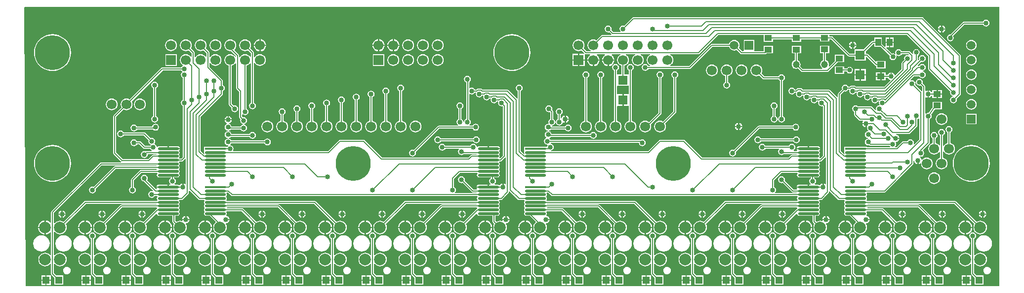
<source format=gbl>
G04 Layer_Physical_Order=2*
G04 Layer_Color=16711680*
%FSLAX25Y25*%
%MOIN*%
G70*
G01*
G75*
%ADD11R,0.03937X0.05118*%
%ADD15R,0.04724X0.05118*%
%ADD16C,0.00787*%
%ADD17C,0.05905*%
%ADD18R,0.05905X0.05905*%
%ADD19C,0.06693*%
%ADD20R,0.06693X0.06693*%
%ADD21R,0.05905X0.05905*%
%ADD22C,0.04724*%
%ADD23C,0.07874*%
%ADD24C,0.23622*%
%ADD25C,0.03347*%
%ADD26R,0.05118X0.03937*%
%ADD27O,0.14173X0.01772*%
%ADD28R,0.14173X0.01772*%
%ADD29R,0.06299X0.06299*%
G36*
X659000Y2000D02*
X2000D01*
X1002Y190646D01*
X1354Y191000D01*
X659000Y191000D01*
Y2000D01*
D02*
G37*
%LPC*%
G36*
X243480Y36386D02*
X242041Y36197D01*
X240701Y35641D01*
X239549Y34758D01*
X238666Y33606D01*
X238110Y32266D01*
X237921Y30827D01*
X238110Y29388D01*
X238666Y28047D01*
X239549Y26896D01*
X240701Y26012D01*
X242041Y25457D01*
X243480Y25267D01*
X244919Y25457D01*
X246260Y26012D01*
X247411Y26896D01*
X248295Y28047D01*
X248850Y29388D01*
X249040Y30827D01*
X248850Y32266D01*
X248295Y33606D01*
X247411Y34758D01*
X246260Y35641D01*
X244919Y36197D01*
X243480Y36386D01*
D02*
G37*
G36*
X228520D02*
X227081Y36197D01*
X225740Y35641D01*
X224589Y34758D01*
X223705Y33606D01*
X223150Y32266D01*
X222960Y30827D01*
X223150Y29388D01*
X223705Y28047D01*
X224589Y26896D01*
X225740Y26012D01*
X227081Y25457D01*
X228520Y25267D01*
X229959Y25457D01*
X231299Y26012D01*
X232451Y26896D01*
X233334Y28047D01*
X233890Y29388D01*
X234079Y30827D01*
X233890Y32266D01*
X233334Y33606D01*
X232451Y34758D01*
X231299Y35641D01*
X229959Y36197D01*
X228520Y36386D01*
D02*
G37*
G36*
X216480D02*
X215041Y36197D01*
X213701Y35641D01*
X212549Y34758D01*
X211666Y33606D01*
X211110Y32266D01*
X210921Y30827D01*
X211110Y29388D01*
X211666Y28047D01*
X212549Y26896D01*
X213701Y26012D01*
X215041Y25457D01*
X216480Y25267D01*
X217919Y25457D01*
X219260Y26012D01*
X220411Y26896D01*
X221295Y28047D01*
X221850Y29388D01*
X222040Y30827D01*
X221850Y32266D01*
X221295Y33606D01*
X220411Y34758D01*
X219260Y35641D01*
X217919Y36197D01*
X216480Y36386D01*
D02*
G37*
G36*
X255520D02*
X254081Y36197D01*
X252740Y35641D01*
X251589Y34758D01*
X250705Y33606D01*
X250150Y32266D01*
X249960Y30827D01*
X250150Y29388D01*
X250705Y28047D01*
X251589Y26896D01*
X252740Y26012D01*
X254081Y25457D01*
X255520Y25267D01*
X256959Y25457D01*
X258299Y26012D01*
X259451Y26896D01*
X260334Y28047D01*
X260890Y29388D01*
X261079Y30827D01*
X260890Y32266D01*
X260334Y33606D01*
X259451Y34758D01*
X258299Y35641D01*
X256959Y36197D01*
X255520Y36386D01*
D02*
G37*
G36*
X297480D02*
X296041Y36197D01*
X294701Y35641D01*
X293549Y34758D01*
X292666Y33606D01*
X292110Y32266D01*
X291921Y30827D01*
X292110Y29388D01*
X292666Y28047D01*
X293549Y26896D01*
X294701Y26012D01*
X296041Y25457D01*
X297480Y25267D01*
X298919Y25457D01*
X300260Y26012D01*
X301411Y26896D01*
X302295Y28047D01*
X302850Y29388D01*
X303040Y30827D01*
X302850Y32266D01*
X302295Y33606D01*
X301411Y34758D01*
X300260Y35641D01*
X298919Y36197D01*
X297480Y36386D01*
D02*
G37*
G36*
X282520D02*
X281081Y36197D01*
X279740Y35641D01*
X278589Y34758D01*
X277705Y33606D01*
X277150Y32266D01*
X276960Y30827D01*
X277150Y29388D01*
X277705Y28047D01*
X278589Y26896D01*
X279740Y26012D01*
X281081Y25457D01*
X282520Y25267D01*
X283959Y25457D01*
X285299Y26012D01*
X286451Y26896D01*
X287334Y28047D01*
X287890Y29388D01*
X288079Y30827D01*
X287890Y32266D01*
X287334Y33606D01*
X286451Y34758D01*
X285299Y35641D01*
X283959Y36197D01*
X282520Y36386D01*
D02*
G37*
G36*
X270480D02*
X269041Y36197D01*
X267701Y35641D01*
X266549Y34758D01*
X265666Y33606D01*
X265110Y32266D01*
X264921Y30827D01*
X265110Y29388D01*
X265666Y28047D01*
X266549Y26896D01*
X267701Y26012D01*
X269041Y25457D01*
X270480Y25267D01*
X271919Y25457D01*
X273260Y26012D01*
X274411Y26896D01*
X275295Y28047D01*
X275850Y29388D01*
X276040Y30827D01*
X275850Y32266D01*
X275295Y33606D01*
X274411Y34758D01*
X273260Y35641D01*
X271919Y36197D01*
X270480Y36386D01*
D02*
G37*
G36*
X201520D02*
X200081Y36197D01*
X198740Y35641D01*
X197589Y34758D01*
X196705Y33606D01*
X196150Y32266D01*
X195960Y30827D01*
X196150Y29388D01*
X196705Y28047D01*
X197589Y26896D01*
X198740Y26012D01*
X200081Y25457D01*
X201520Y25267D01*
X202959Y25457D01*
X204299Y26012D01*
X205451Y26896D01*
X206334Y28047D01*
X206890Y29388D01*
X207079Y30827D01*
X206890Y32266D01*
X206334Y33606D01*
X205451Y34758D01*
X204299Y35641D01*
X202959Y36197D01*
X201520Y36386D01*
D02*
G37*
G36*
X135480D02*
X134041Y36197D01*
X132701Y35641D01*
X131549Y34758D01*
X130666Y33606D01*
X130110Y32266D01*
X129921Y30827D01*
X130110Y29388D01*
X130666Y28047D01*
X131549Y26896D01*
X132701Y26012D01*
X134041Y25457D01*
X135480Y25267D01*
X136919Y25457D01*
X138260Y26012D01*
X139411Y26896D01*
X140295Y28047D01*
X140850Y29388D01*
X141040Y30827D01*
X140850Y32266D01*
X140295Y33606D01*
X139411Y34758D01*
X138260Y35641D01*
X136919Y36197D01*
X135480Y36386D01*
D02*
G37*
G36*
X120520D02*
X119081Y36197D01*
X117740Y35641D01*
X116589Y34758D01*
X115705Y33606D01*
X115150Y32266D01*
X114960Y30827D01*
X115150Y29388D01*
X115705Y28047D01*
X116589Y26896D01*
X117740Y26012D01*
X119081Y25457D01*
X120520Y25267D01*
X121959Y25457D01*
X123299Y26012D01*
X124451Y26896D01*
X125334Y28047D01*
X125890Y29388D01*
X126079Y30827D01*
X125890Y32266D01*
X125334Y33606D01*
X124451Y34758D01*
X123299Y35641D01*
X121959Y36197D01*
X120520Y36386D01*
D02*
G37*
G36*
X108480D02*
X107041Y36197D01*
X105701Y35641D01*
X104549Y34758D01*
X103666Y33606D01*
X103110Y32266D01*
X102921Y30827D01*
X103110Y29388D01*
X103666Y28047D01*
X104549Y26896D01*
X105701Y26012D01*
X107041Y25457D01*
X108480Y25267D01*
X109919Y25457D01*
X111260Y26012D01*
X112411Y26896D01*
X113295Y28047D01*
X113850Y29388D01*
X114040Y30827D01*
X113850Y32266D01*
X113295Y33606D01*
X112411Y34758D01*
X111260Y35641D01*
X109919Y36197D01*
X108480Y36386D01*
D02*
G37*
G36*
X147520D02*
X146081Y36197D01*
X144740Y35641D01*
X143589Y34758D01*
X142705Y33606D01*
X142150Y32266D01*
X141960Y30827D01*
X142150Y29388D01*
X142705Y28047D01*
X143589Y26896D01*
X144740Y26012D01*
X146081Y25457D01*
X147520Y25267D01*
X148959Y25457D01*
X150299Y26012D01*
X151451Y26896D01*
X152334Y28047D01*
X152890Y29388D01*
X153079Y30827D01*
X152890Y32266D01*
X152334Y33606D01*
X151451Y34758D01*
X150299Y35641D01*
X148959Y36197D01*
X147520Y36386D01*
D02*
G37*
G36*
X189480D02*
X188041Y36197D01*
X186701Y35641D01*
X185549Y34758D01*
X184666Y33606D01*
X184110Y32266D01*
X183921Y30827D01*
X184110Y29388D01*
X184666Y28047D01*
X185549Y26896D01*
X186701Y26012D01*
X188041Y25457D01*
X189480Y25267D01*
X190919Y25457D01*
X192260Y26012D01*
X193411Y26896D01*
X194295Y28047D01*
X194850Y29388D01*
X195040Y30827D01*
X194850Y32266D01*
X194295Y33606D01*
X193411Y34758D01*
X192260Y35641D01*
X190919Y36197D01*
X189480Y36386D01*
D02*
G37*
G36*
X174520D02*
X173081Y36197D01*
X171740Y35641D01*
X170589Y34758D01*
X169705Y33606D01*
X169150Y32266D01*
X168960Y30827D01*
X169150Y29388D01*
X169705Y28047D01*
X170589Y26896D01*
X171740Y26012D01*
X173081Y25457D01*
X174520Y25267D01*
X175959Y25457D01*
X177299Y26012D01*
X178451Y26896D01*
X179334Y28047D01*
X179890Y29388D01*
X180079Y30827D01*
X179890Y32266D01*
X179334Y33606D01*
X178451Y34758D01*
X177299Y35641D01*
X175959Y36197D01*
X174520Y36386D01*
D02*
G37*
G36*
X162480D02*
X161041Y36197D01*
X159701Y35641D01*
X158549Y34758D01*
X157666Y33606D01*
X157110Y32266D01*
X156921Y30827D01*
X157110Y29388D01*
X157666Y28047D01*
X158549Y26896D01*
X159701Y26012D01*
X161041Y25457D01*
X162480Y25267D01*
X163919Y25457D01*
X165260Y26012D01*
X166411Y26896D01*
X167295Y28047D01*
X167850Y29388D01*
X168040Y30827D01*
X167850Y32266D01*
X167295Y33606D01*
X166411Y34758D01*
X165260Y35641D01*
X163919Y36197D01*
X162480Y36386D01*
D02*
G37*
G36*
X444520D02*
X443081Y36197D01*
X441740Y35641D01*
X440589Y34758D01*
X439705Y33606D01*
X439150Y32266D01*
X438960Y30827D01*
X439150Y29388D01*
X439705Y28047D01*
X440589Y26896D01*
X441740Y26012D01*
X443081Y25457D01*
X444520Y25267D01*
X445959Y25457D01*
X447299Y26012D01*
X448451Y26896D01*
X449334Y28047D01*
X449890Y29388D01*
X450079Y30827D01*
X449890Y32266D01*
X449334Y33606D01*
X448451Y34758D01*
X447299Y35641D01*
X445959Y36197D01*
X444520Y36386D01*
D02*
G37*
G36*
X432480D02*
X431041Y36197D01*
X429701Y35641D01*
X428549Y34758D01*
X427666Y33606D01*
X427110Y32266D01*
X426921Y30827D01*
X427110Y29388D01*
X427666Y28047D01*
X428549Y26896D01*
X429701Y26012D01*
X431041Y25457D01*
X432480Y25267D01*
X433919Y25457D01*
X435260Y26012D01*
X436411Y26896D01*
X437295Y28047D01*
X437850Y29388D01*
X438040Y30827D01*
X437850Y32266D01*
X437295Y33606D01*
X436411Y34758D01*
X435260Y35641D01*
X433919Y36197D01*
X432480Y36386D01*
D02*
G37*
G36*
X417520D02*
X416081Y36197D01*
X414740Y35641D01*
X413589Y34758D01*
X412705Y33606D01*
X412150Y32266D01*
X411960Y30827D01*
X412150Y29388D01*
X412705Y28047D01*
X413589Y26896D01*
X414740Y26012D01*
X416081Y25457D01*
X417520Y25267D01*
X418959Y25457D01*
X420299Y26012D01*
X421451Y26896D01*
X422334Y28047D01*
X422890Y29388D01*
X423079Y30827D01*
X422890Y32266D01*
X422334Y33606D01*
X421451Y34758D01*
X420299Y35641D01*
X418959Y36197D01*
X417520Y36386D01*
D02*
G37*
G36*
X459480D02*
X458041Y36197D01*
X456701Y35641D01*
X455549Y34758D01*
X454666Y33606D01*
X454110Y32266D01*
X453921Y30827D01*
X454110Y29388D01*
X454666Y28047D01*
X455549Y26896D01*
X456701Y26012D01*
X458041Y25457D01*
X459480Y25267D01*
X460919Y25457D01*
X462260Y26012D01*
X463411Y26896D01*
X464295Y28047D01*
X464850Y29388D01*
X465040Y30827D01*
X464850Y32266D01*
X464295Y33606D01*
X463411Y34758D01*
X462260Y35641D01*
X460919Y36197D01*
X459480Y36386D01*
D02*
G37*
G36*
X498520D02*
X497081Y36197D01*
X495740Y35641D01*
X494589Y34758D01*
X493705Y33606D01*
X493150Y32266D01*
X492960Y30827D01*
X493150Y29388D01*
X493705Y28047D01*
X494589Y26896D01*
X495740Y26012D01*
X497081Y25457D01*
X498520Y25267D01*
X499959Y25457D01*
X501299Y26012D01*
X502451Y26896D01*
X503334Y28047D01*
X503890Y29388D01*
X504079Y30827D01*
X503890Y32266D01*
X503334Y33606D01*
X502451Y34758D01*
X501299Y35641D01*
X499959Y36197D01*
X498520Y36386D01*
D02*
G37*
G36*
X486480D02*
X485041Y36197D01*
X483701Y35641D01*
X482549Y34758D01*
X481666Y33606D01*
X481110Y32266D01*
X480921Y30827D01*
X481110Y29388D01*
X481666Y28047D01*
X482549Y26896D01*
X483701Y26012D01*
X485041Y25457D01*
X486480Y25267D01*
X487919Y25457D01*
X489260Y26012D01*
X490411Y26896D01*
X491295Y28047D01*
X491850Y29388D01*
X492040Y30827D01*
X491850Y32266D01*
X491295Y33606D01*
X490411Y34758D01*
X489260Y35641D01*
X487919Y36197D01*
X486480Y36386D01*
D02*
G37*
G36*
X471520D02*
X470081Y36197D01*
X468740Y35641D01*
X467589Y34758D01*
X466705Y33606D01*
X466150Y32266D01*
X465960Y30827D01*
X466150Y29388D01*
X466705Y28047D01*
X467589Y26896D01*
X468740Y26012D01*
X470081Y25457D01*
X471520Y25267D01*
X472959Y25457D01*
X474299Y26012D01*
X475451Y26896D01*
X476334Y28047D01*
X476890Y29388D01*
X477079Y30827D01*
X476890Y32266D01*
X476334Y33606D01*
X475451Y34758D01*
X474299Y35641D01*
X472959Y36197D01*
X471520Y36386D01*
D02*
G37*
G36*
X405480D02*
X404041Y36197D01*
X402701Y35641D01*
X401549Y34758D01*
X400666Y33606D01*
X400110Y32266D01*
X399921Y30827D01*
X400110Y29388D01*
X400666Y28047D01*
X401549Y26896D01*
X402701Y26012D01*
X404041Y25457D01*
X405480Y25267D01*
X406919Y25457D01*
X408260Y26012D01*
X409411Y26896D01*
X410295Y28047D01*
X410850Y29388D01*
X411040Y30827D01*
X410850Y32266D01*
X410295Y33606D01*
X409411Y34758D01*
X408260Y35641D01*
X406919Y36197D01*
X405480Y36386D01*
D02*
G37*
G36*
X336520D02*
X335081Y36197D01*
X333740Y35641D01*
X332589Y34758D01*
X331705Y33606D01*
X331150Y32266D01*
X330960Y30827D01*
X331150Y29388D01*
X331705Y28047D01*
X332589Y26896D01*
X333740Y26012D01*
X335081Y25457D01*
X336520Y25267D01*
X337959Y25457D01*
X339299Y26012D01*
X340451Y26896D01*
X341334Y28047D01*
X341890Y29388D01*
X342079Y30827D01*
X341890Y32266D01*
X341334Y33606D01*
X340451Y34758D01*
X339299Y35641D01*
X337959Y36197D01*
X336520Y36386D01*
D02*
G37*
G36*
X324480D02*
X323041Y36197D01*
X321701Y35641D01*
X320549Y34758D01*
X319666Y33606D01*
X319110Y32266D01*
X318921Y30827D01*
X319110Y29388D01*
X319666Y28047D01*
X320549Y26896D01*
X321701Y26012D01*
X323041Y25457D01*
X324480Y25267D01*
X325919Y25457D01*
X327260Y26012D01*
X328411Y26896D01*
X329295Y28047D01*
X329850Y29388D01*
X330040Y30827D01*
X329850Y32266D01*
X329295Y33606D01*
X328411Y34758D01*
X327260Y35641D01*
X325919Y36197D01*
X324480Y36386D01*
D02*
G37*
G36*
X309520D02*
X308081Y36197D01*
X306740Y35641D01*
X305589Y34758D01*
X304705Y33606D01*
X304150Y32266D01*
X303960Y30827D01*
X304150Y29388D01*
X304705Y28047D01*
X305589Y26896D01*
X306740Y26012D01*
X308081Y25457D01*
X309520Y25267D01*
X310959Y25457D01*
X312299Y26012D01*
X313451Y26896D01*
X314334Y28047D01*
X314890Y29388D01*
X315079Y30827D01*
X314890Y32266D01*
X314334Y33606D01*
X313451Y34758D01*
X312299Y35641D01*
X310959Y36197D01*
X309520Y36386D01*
D02*
G37*
G36*
X351480D02*
X350041Y36197D01*
X348701Y35641D01*
X347549Y34758D01*
X346666Y33606D01*
X346110Y32266D01*
X345921Y30827D01*
X346110Y29388D01*
X346666Y28047D01*
X347549Y26896D01*
X348701Y26012D01*
X350041Y25457D01*
X351480Y25267D01*
X352919Y25457D01*
X354260Y26012D01*
X355411Y26896D01*
X356295Y28047D01*
X356850Y29388D01*
X357040Y30827D01*
X356850Y32266D01*
X356295Y33606D01*
X355411Y34758D01*
X354260Y35641D01*
X352919Y36197D01*
X351480Y36386D01*
D02*
G37*
G36*
X390520D02*
X389081Y36197D01*
X387740Y35641D01*
X386589Y34758D01*
X385705Y33606D01*
X385150Y32266D01*
X384960Y30827D01*
X385150Y29388D01*
X385705Y28047D01*
X386589Y26896D01*
X387740Y26012D01*
X389081Y25457D01*
X390520Y25267D01*
X391959Y25457D01*
X393299Y26012D01*
X394451Y26896D01*
X395334Y28047D01*
X395890Y29388D01*
X396079Y30827D01*
X395890Y32266D01*
X395334Y33606D01*
X394451Y34758D01*
X393299Y35641D01*
X391959Y36197D01*
X390520Y36386D01*
D02*
G37*
G36*
X378480D02*
X377041Y36197D01*
X375701Y35641D01*
X374549Y34758D01*
X373666Y33606D01*
X373110Y32266D01*
X372921Y30827D01*
X373110Y29388D01*
X373666Y28047D01*
X374549Y26896D01*
X375701Y26012D01*
X377041Y25457D01*
X378480Y25267D01*
X379919Y25457D01*
X381260Y26012D01*
X382411Y26896D01*
X383295Y28047D01*
X383850Y29388D01*
X384040Y30827D01*
X383850Y32266D01*
X383295Y33606D01*
X382411Y34758D01*
X381260Y35641D01*
X379919Y36197D01*
X378480Y36386D01*
D02*
G37*
G36*
X363520D02*
X362081Y36197D01*
X360740Y35641D01*
X359589Y34758D01*
X358705Y33606D01*
X358150Y32266D01*
X357960Y30827D01*
X358150Y29388D01*
X358705Y28047D01*
X359589Y26896D01*
X360740Y26012D01*
X362081Y25457D01*
X363520Y25267D01*
X364959Y25457D01*
X366299Y26012D01*
X367451Y26896D01*
X368334Y28047D01*
X368890Y29388D01*
X369079Y30827D01*
X368890Y32266D01*
X368334Y33606D01*
X367451Y34758D01*
X366299Y35641D01*
X364959Y36197D01*
X363520Y36386D01*
D02*
G37*
G36*
X317000Y38308D02*
X316117Y38132D01*
X315368Y37632D01*
X314868Y36883D01*
X314692Y36000D01*
X314868Y35117D01*
X315368Y34368D01*
X315997Y33948D01*
Y23050D01*
X315496Y22881D01*
X315229Y23229D01*
X314283Y23955D01*
X313182Y24411D01*
X312000Y24567D01*
X310818Y24411D01*
X309717Y23955D01*
X308771Y23229D01*
X308045Y22283D01*
X307589Y21182D01*
X307433Y20000D01*
X307589Y18818D01*
X308045Y17717D01*
X308771Y16771D01*
X309717Y16045D01*
X310818Y15589D01*
X312000Y15433D01*
X313182Y15589D01*
X314283Y16045D01*
X315229Y16771D01*
X315496Y17119D01*
X315997Y16950D01*
Y10268D01*
X316073Y9884D01*
X316290Y9558D01*
X318315Y7534D01*
Y2850D01*
X324220D01*
Y9150D01*
X319537D01*
X318004Y10683D01*
Y16950D01*
X318503Y17119D01*
X318771Y16771D01*
X319717Y16045D01*
X320818Y15589D01*
X322000Y15433D01*
X323182Y15589D01*
X324283Y16045D01*
X325229Y16771D01*
X325955Y17717D01*
X326411Y18818D01*
X326567Y20000D01*
X326411Y21182D01*
X325955Y22283D01*
X325229Y23229D01*
X324283Y23955D01*
X323182Y24411D01*
X322000Y24567D01*
X320818Y24411D01*
X319717Y23955D01*
X318771Y23229D01*
X318503Y22881D01*
X318004Y23050D01*
Y33948D01*
X318632Y34368D01*
X319132Y35117D01*
X319308Y36000D01*
X319132Y36883D01*
X318632Y37632D01*
X317883Y38132D01*
X317000Y38308D01*
D02*
G37*
G36*
X290000D02*
X289117Y38132D01*
X288368Y37632D01*
X287868Y36883D01*
X287692Y36000D01*
X287868Y35117D01*
X288368Y34368D01*
X288997Y33948D01*
Y23050D01*
X288496Y22881D01*
X288229Y23229D01*
X287283Y23955D01*
X286182Y24411D01*
X285000Y24567D01*
X283818Y24411D01*
X282717Y23955D01*
X281771Y23229D01*
X281045Y22283D01*
X280589Y21182D01*
X280433Y20000D01*
X280589Y18818D01*
X281045Y17717D01*
X281771Y16771D01*
X282717Y16045D01*
X283818Y15589D01*
X285000Y15433D01*
X286182Y15589D01*
X287283Y16045D01*
X288229Y16771D01*
X288496Y17119D01*
X288997Y16950D01*
Y10268D01*
X289073Y9884D01*
X289290Y9558D01*
X291315Y7534D01*
Y2850D01*
X297220D01*
Y9150D01*
X292537D01*
X291003Y10683D01*
Y16950D01*
X291504Y17119D01*
X291771Y16771D01*
X292717Y16045D01*
X293818Y15589D01*
X295000Y15433D01*
X296182Y15589D01*
X297283Y16045D01*
X298229Y16771D01*
X298955Y17717D01*
X299411Y18818D01*
X299567Y20000D01*
X299411Y21182D01*
X298955Y22283D01*
X298229Y23229D01*
X297283Y23955D01*
X296182Y24411D01*
X295000Y24567D01*
X293818Y24411D01*
X292717Y23955D01*
X291771Y23229D01*
X291504Y22881D01*
X291003Y23050D01*
Y33948D01*
X291632Y34368D01*
X292132Y35117D01*
X292308Y36000D01*
X292132Y36883D01*
X291632Y37632D01*
X290883Y38132D01*
X290000Y38308D01*
D02*
G37*
G36*
X263000D02*
X262117Y38132D01*
X261368Y37632D01*
X260868Y36883D01*
X260692Y36000D01*
X260868Y35117D01*
X261368Y34368D01*
X261997Y33948D01*
Y23050D01*
X261496Y22881D01*
X261229Y23229D01*
X260283Y23955D01*
X259182Y24411D01*
X258000Y24567D01*
X256818Y24411D01*
X255717Y23955D01*
X254771Y23229D01*
X254045Y22283D01*
X253589Y21182D01*
X253433Y20000D01*
X253589Y18818D01*
X254045Y17717D01*
X254771Y16771D01*
X255717Y16045D01*
X256818Y15589D01*
X258000Y15433D01*
X259182Y15589D01*
X260283Y16045D01*
X261229Y16771D01*
X261496Y17119D01*
X261997Y16950D01*
Y10268D01*
X262073Y9884D01*
X262290Y9558D01*
X264315Y7534D01*
Y2850D01*
X270220D01*
Y9150D01*
X265537D01*
X264003Y10683D01*
Y16950D01*
X264504Y17119D01*
X264771Y16771D01*
X265717Y16045D01*
X266818Y15589D01*
X268000Y15433D01*
X269182Y15589D01*
X270283Y16045D01*
X271229Y16771D01*
X271955Y17717D01*
X272411Y18818D01*
X272567Y20000D01*
X272411Y21182D01*
X271955Y22283D01*
X271229Y23229D01*
X270283Y23955D01*
X269182Y24411D01*
X268000Y24567D01*
X266818Y24411D01*
X265717Y23955D01*
X264771Y23229D01*
X264504Y22881D01*
X264003Y23050D01*
Y33948D01*
X264632Y34368D01*
X265132Y35117D01*
X265308Y36000D01*
X265132Y36883D01*
X264632Y37632D01*
X263883Y38132D01*
X263000Y38308D01*
D02*
G37*
G36*
X344000D02*
X343117Y38132D01*
X342368Y37632D01*
X341868Y36883D01*
X341692Y36000D01*
X341868Y35117D01*
X342368Y34368D01*
X342997Y33948D01*
Y23050D01*
X342496Y22881D01*
X342229Y23229D01*
X341283Y23955D01*
X340182Y24411D01*
X339000Y24567D01*
X337818Y24411D01*
X336717Y23955D01*
X335771Y23229D01*
X335045Y22283D01*
X334589Y21182D01*
X334433Y20000D01*
X334589Y18818D01*
X335045Y17717D01*
X335771Y16771D01*
X336717Y16045D01*
X337818Y15589D01*
X339000Y15433D01*
X340182Y15589D01*
X341283Y16045D01*
X342229Y16771D01*
X342496Y17119D01*
X342997Y16950D01*
Y10268D01*
X343073Y9884D01*
X343290Y9558D01*
X345315Y7534D01*
Y2850D01*
X351220D01*
Y9150D01*
X346537D01*
X345004Y10683D01*
Y16950D01*
X345503Y17119D01*
X345771Y16771D01*
X346717Y16045D01*
X347818Y15589D01*
X349000Y15433D01*
X350182Y15589D01*
X351283Y16045D01*
X352229Y16771D01*
X352955Y17717D01*
X353411Y18818D01*
X353567Y20000D01*
X353411Y21182D01*
X352955Y22283D01*
X352229Y23229D01*
X351283Y23955D01*
X350182Y24411D01*
X349000Y24567D01*
X347818Y24411D01*
X346717Y23955D01*
X345771Y23229D01*
X345503Y22881D01*
X345004Y23050D01*
Y33948D01*
X345632Y34368D01*
X346132Y35117D01*
X346308Y36000D01*
X346132Y36883D01*
X345632Y37632D01*
X344883Y38132D01*
X344000Y38308D01*
D02*
G37*
G36*
X425000D02*
X424117Y38132D01*
X423368Y37632D01*
X422868Y36883D01*
X422692Y36000D01*
X422868Y35117D01*
X423368Y34368D01*
X423996Y33948D01*
Y23050D01*
X423496Y22881D01*
X423229Y23229D01*
X422283Y23955D01*
X421182Y24411D01*
X420000Y24567D01*
X418818Y24411D01*
X417717Y23955D01*
X416771Y23229D01*
X416045Y22283D01*
X415589Y21182D01*
X415433Y20000D01*
X415589Y18818D01*
X416045Y17717D01*
X416771Y16771D01*
X417717Y16045D01*
X418818Y15589D01*
X420000Y15433D01*
X421182Y15589D01*
X422283Y16045D01*
X423229Y16771D01*
X423496Y17119D01*
X423996Y16950D01*
Y10268D01*
X424073Y9884D01*
X424290Y9558D01*
X426315Y7534D01*
Y2850D01*
X432221D01*
Y9150D01*
X427537D01*
X426004Y10683D01*
Y16950D01*
X426504Y17119D01*
X426771Y16771D01*
X427717Y16045D01*
X428818Y15589D01*
X430000Y15433D01*
X431182Y15589D01*
X432283Y16045D01*
X433229Y16771D01*
X433955Y17717D01*
X434411Y18818D01*
X434567Y20000D01*
X434411Y21182D01*
X433955Y22283D01*
X433229Y23229D01*
X432283Y23955D01*
X431182Y24411D01*
X430000Y24567D01*
X428818Y24411D01*
X427717Y23955D01*
X426771Y23229D01*
X426504Y22881D01*
X426004Y23050D01*
Y33948D01*
X426632Y34368D01*
X427132Y35117D01*
X427308Y36000D01*
X427132Y36883D01*
X426632Y37632D01*
X425883Y38132D01*
X425000Y38308D01*
D02*
G37*
G36*
X398000D02*
X397117Y38132D01*
X396368Y37632D01*
X395868Y36883D01*
X395692Y36000D01*
X395868Y35117D01*
X396368Y34368D01*
X396996Y33948D01*
Y23050D01*
X396497Y22881D01*
X396229Y23229D01*
X395283Y23955D01*
X394182Y24411D01*
X393000Y24567D01*
X391818Y24411D01*
X390717Y23955D01*
X389771Y23229D01*
X389045Y22283D01*
X388589Y21182D01*
X388433Y20000D01*
X388589Y18818D01*
X389045Y17717D01*
X389771Y16771D01*
X390717Y16045D01*
X391818Y15589D01*
X393000Y15433D01*
X394182Y15589D01*
X395283Y16045D01*
X396229Y16771D01*
X396497Y17119D01*
X396996Y16950D01*
Y10268D01*
X397073Y9884D01*
X397290Y9558D01*
X399315Y7534D01*
Y2850D01*
X405221D01*
Y9150D01*
X400537D01*
X399004Y10683D01*
Y16950D01*
X399503Y17119D01*
X399771Y16771D01*
X400717Y16045D01*
X401818Y15589D01*
X403000Y15433D01*
X404182Y15589D01*
X405283Y16045D01*
X406229Y16771D01*
X406955Y17717D01*
X407411Y18818D01*
X407567Y20000D01*
X407411Y21182D01*
X406955Y22283D01*
X406229Y23229D01*
X405283Y23955D01*
X404182Y24411D01*
X403000Y24567D01*
X401818Y24411D01*
X400717Y23955D01*
X399771Y23229D01*
X399503Y22881D01*
X399004Y23050D01*
Y33948D01*
X399632Y34368D01*
X400132Y35117D01*
X400308Y36000D01*
X400132Y36883D01*
X399632Y37632D01*
X398883Y38132D01*
X398000Y38308D01*
D02*
G37*
G36*
X371000D02*
X370117Y38132D01*
X369368Y37632D01*
X368868Y36883D01*
X368692Y36000D01*
X368868Y35117D01*
X369368Y34368D01*
X369997Y33948D01*
Y23050D01*
X369496Y22881D01*
X369229Y23229D01*
X368283Y23955D01*
X367182Y24411D01*
X366000Y24567D01*
X364818Y24411D01*
X363717Y23955D01*
X362771Y23229D01*
X362045Y22283D01*
X361589Y21182D01*
X361433Y20000D01*
X361589Y18818D01*
X362045Y17717D01*
X362771Y16771D01*
X363717Y16045D01*
X364818Y15589D01*
X366000Y15433D01*
X367182Y15589D01*
X368283Y16045D01*
X369229Y16771D01*
X369496Y17119D01*
X369997Y16950D01*
Y10268D01*
X370073Y9884D01*
X370290Y9558D01*
X372315Y7534D01*
Y2850D01*
X378221D01*
Y9150D01*
X373537D01*
X372004Y10683D01*
Y16950D01*
X372503Y17119D01*
X372771Y16771D01*
X373717Y16045D01*
X374818Y15589D01*
X376000Y15433D01*
X377182Y15589D01*
X378283Y16045D01*
X379229Y16771D01*
X379955Y17717D01*
X380411Y18818D01*
X380567Y20000D01*
X380411Y21182D01*
X379955Y22283D01*
X379229Y23229D01*
X378283Y23955D01*
X377182Y24411D01*
X376000Y24567D01*
X374818Y24411D01*
X373717Y23955D01*
X372771Y23229D01*
X372503Y22881D01*
X372004Y23050D01*
Y33948D01*
X372632Y34368D01*
X373132Y35117D01*
X373308Y36000D01*
X373132Y36883D01*
X372632Y37632D01*
X371883Y38132D01*
X371000Y38308D01*
D02*
G37*
G36*
X236000D02*
X235117Y38132D01*
X234368Y37632D01*
X233868Y36883D01*
X233692Y36000D01*
X233868Y35117D01*
X234368Y34368D01*
X234997Y33948D01*
Y23050D01*
X234496Y22881D01*
X234229Y23229D01*
X233283Y23955D01*
X232182Y24411D01*
X231000Y24567D01*
X229818Y24411D01*
X228717Y23955D01*
X227771Y23229D01*
X227045Y22283D01*
X226589Y21182D01*
X226433Y20000D01*
X226589Y18818D01*
X227045Y17717D01*
X227771Y16771D01*
X228717Y16045D01*
X229818Y15589D01*
X231000Y15433D01*
X232182Y15589D01*
X233283Y16045D01*
X234229Y16771D01*
X234496Y17119D01*
X234997Y16950D01*
Y10268D01*
X235073Y9884D01*
X235290Y9558D01*
X237315Y7534D01*
Y2850D01*
X243220D01*
Y9150D01*
X238537D01*
X237003Y10683D01*
Y16950D01*
X237504Y17119D01*
X237771Y16771D01*
X238717Y16045D01*
X239818Y15589D01*
X241000Y15433D01*
X242182Y15589D01*
X243283Y16045D01*
X244229Y16771D01*
X244955Y17717D01*
X245411Y18818D01*
X245567Y20000D01*
X245411Y21182D01*
X244955Y22283D01*
X244229Y23229D01*
X243283Y23955D01*
X242182Y24411D01*
X241000Y24567D01*
X239818Y24411D01*
X238717Y23955D01*
X237771Y23229D01*
X237504Y22881D01*
X237003Y23050D01*
Y33948D01*
X237632Y34368D01*
X238132Y35117D01*
X238308Y36000D01*
X238132Y36883D01*
X237632Y37632D01*
X236883Y38132D01*
X236000Y38308D01*
D02*
G37*
G36*
X101000D02*
X100117Y38132D01*
X99368Y37632D01*
X98868Y36883D01*
X98692Y36000D01*
X98868Y35117D01*
X99368Y34368D01*
X99997Y33948D01*
Y23050D01*
X99497Y22881D01*
X99229Y23229D01*
X98283Y23955D01*
X97182Y24411D01*
X96000Y24567D01*
X94818Y24411D01*
X93717Y23955D01*
X92771Y23229D01*
X92045Y22283D01*
X91589Y21182D01*
X91433Y20000D01*
X91589Y18818D01*
X92045Y17717D01*
X92771Y16771D01*
X93717Y16045D01*
X94818Y15589D01*
X96000Y15433D01*
X97182Y15589D01*
X98283Y16045D01*
X99229Y16771D01*
X99497Y17119D01*
X99997Y16950D01*
Y10268D01*
X100073Y9884D01*
X100290Y9558D01*
X102315Y7534D01*
Y2850D01*
X108221D01*
Y9150D01*
X103537D01*
X102004Y10683D01*
Y16950D01*
X102504Y17119D01*
X102771Y16771D01*
X103717Y16045D01*
X104818Y15589D01*
X106000Y15433D01*
X107182Y15589D01*
X108283Y16045D01*
X109229Y16771D01*
X109955Y17717D01*
X110411Y18818D01*
X110567Y20000D01*
X110411Y21182D01*
X109955Y22283D01*
X109229Y23229D01*
X108283Y23955D01*
X107182Y24411D01*
X106000Y24567D01*
X104818Y24411D01*
X103717Y23955D01*
X102771Y23229D01*
X102504Y22881D01*
X102004Y23050D01*
Y33948D01*
X102632Y34368D01*
X103132Y35117D01*
X103308Y36000D01*
X103132Y36883D01*
X102632Y37632D01*
X101883Y38132D01*
X101000Y38308D01*
D02*
G37*
G36*
X74000D02*
X73117Y38132D01*
X72368Y37632D01*
X71868Y36883D01*
X71692Y36000D01*
X71868Y35117D01*
X72368Y34368D01*
X72996Y33948D01*
Y23050D01*
X72496Y22881D01*
X72229Y23229D01*
X71283Y23955D01*
X70182Y24411D01*
X69000Y24567D01*
X67818Y24411D01*
X66717Y23955D01*
X65771Y23229D01*
X65045Y22283D01*
X64589Y21182D01*
X64433Y20000D01*
X64589Y18818D01*
X65045Y17717D01*
X65771Y16771D01*
X66717Y16045D01*
X67818Y15589D01*
X69000Y15433D01*
X70182Y15589D01*
X71283Y16045D01*
X72229Y16771D01*
X72496Y17119D01*
X72996Y16950D01*
Y10268D01*
X73073Y9884D01*
X73290Y9558D01*
X75315Y7534D01*
Y2850D01*
X81221D01*
Y9150D01*
X76537D01*
X75003Y10683D01*
Y16950D01*
X75503Y17119D01*
X75771Y16771D01*
X76717Y16045D01*
X77818Y15589D01*
X79000Y15433D01*
X80182Y15589D01*
X81283Y16045D01*
X82229Y16771D01*
X82955Y17717D01*
X83411Y18818D01*
X83567Y20000D01*
X83411Y21182D01*
X82955Y22283D01*
X82229Y23229D01*
X81283Y23955D01*
X80182Y24411D01*
X79000Y24567D01*
X77818Y24411D01*
X76717Y23955D01*
X75771Y23229D01*
X75503Y22881D01*
X75003Y23050D01*
Y33948D01*
X75632Y34368D01*
X76132Y35117D01*
X76308Y36000D01*
X76132Y36883D01*
X75632Y37632D01*
X74883Y38132D01*
X74000Y38308D01*
D02*
G37*
G36*
X47000D02*
X46117Y38132D01*
X45368Y37632D01*
X44868Y36883D01*
X44692Y36000D01*
X44868Y35117D01*
X45368Y34368D01*
X45996Y33948D01*
Y23050D01*
X45496Y22881D01*
X45229Y23229D01*
X44283Y23955D01*
X43182Y24411D01*
X42000Y24567D01*
X40818Y24411D01*
X39717Y23955D01*
X38771Y23229D01*
X38045Y22283D01*
X37589Y21182D01*
X37433Y20000D01*
X37589Y18818D01*
X38045Y17717D01*
X38771Y16771D01*
X39717Y16045D01*
X40818Y15589D01*
X42000Y15433D01*
X43182Y15589D01*
X44283Y16045D01*
X45229Y16771D01*
X45496Y17119D01*
X45996Y16950D01*
Y10268D01*
X46073Y9884D01*
X46290Y9558D01*
X48315Y7534D01*
Y2850D01*
X54220D01*
Y9150D01*
X49537D01*
X48004Y10683D01*
Y16950D01*
X48504Y17119D01*
X48771Y16771D01*
X49717Y16045D01*
X50818Y15589D01*
X52000Y15433D01*
X53182Y15589D01*
X54283Y16045D01*
X55229Y16771D01*
X55955Y17717D01*
X56411Y18818D01*
X56567Y20000D01*
X56411Y21182D01*
X55955Y22283D01*
X55229Y23229D01*
X54283Y23955D01*
X53182Y24411D01*
X52000Y24567D01*
X50818Y24411D01*
X49717Y23955D01*
X48771Y23229D01*
X48504Y22881D01*
X48004Y23050D01*
Y33948D01*
X48632Y34368D01*
X49132Y35117D01*
X49308Y36000D01*
X49132Y36883D01*
X48632Y37632D01*
X47883Y38132D01*
X47000Y38308D01*
D02*
G37*
G36*
X128000D02*
X127117Y38132D01*
X126368Y37632D01*
X125868Y36883D01*
X125692Y36000D01*
X125868Y35117D01*
X126368Y34368D01*
X126997Y33948D01*
Y23050D01*
X126497Y22881D01*
X126229Y23229D01*
X125283Y23955D01*
X124182Y24411D01*
X123000Y24567D01*
X121818Y24411D01*
X120717Y23955D01*
X119771Y23229D01*
X119045Y22283D01*
X118589Y21182D01*
X118433Y20000D01*
X118589Y18818D01*
X119045Y17717D01*
X119771Y16771D01*
X120717Y16045D01*
X121818Y15589D01*
X123000Y15433D01*
X124182Y15589D01*
X125283Y16045D01*
X126229Y16771D01*
X126497Y17119D01*
X126997Y16950D01*
Y10268D01*
X127073Y9884D01*
X127290Y9558D01*
X129315Y7534D01*
Y2850D01*
X135221D01*
Y9150D01*
X130537D01*
X129004Y10683D01*
Y16950D01*
X129504Y17119D01*
X129771Y16771D01*
X130717Y16045D01*
X131818Y15589D01*
X133000Y15433D01*
X134182Y15589D01*
X135283Y16045D01*
X136229Y16771D01*
X136955Y17717D01*
X137411Y18818D01*
X137567Y20000D01*
X137411Y21182D01*
X136955Y22283D01*
X136229Y23229D01*
X135283Y23955D01*
X134182Y24411D01*
X133000Y24567D01*
X131818Y24411D01*
X130717Y23955D01*
X129771Y23229D01*
X129504Y22881D01*
X129004Y23050D01*
Y33948D01*
X129632Y34368D01*
X130132Y35117D01*
X130308Y36000D01*
X130132Y36883D01*
X129632Y37632D01*
X128883Y38132D01*
X128000Y38308D01*
D02*
G37*
G36*
X209000D02*
X208117Y38132D01*
X207368Y37632D01*
X206868Y36883D01*
X206692Y36000D01*
X206868Y35117D01*
X207368Y34368D01*
X207997Y33948D01*
Y23050D01*
X207497Y22881D01*
X207229Y23229D01*
X206283Y23955D01*
X205182Y24411D01*
X204000Y24567D01*
X202818Y24411D01*
X201717Y23955D01*
X200771Y23229D01*
X200045Y22283D01*
X199589Y21182D01*
X199433Y20000D01*
X199589Y18818D01*
X200045Y17717D01*
X200771Y16771D01*
X201717Y16045D01*
X202818Y15589D01*
X204000Y15433D01*
X205182Y15589D01*
X206283Y16045D01*
X207229Y16771D01*
X207497Y17119D01*
X207997Y16950D01*
Y10268D01*
X208073Y9884D01*
X208290Y9558D01*
X210315Y7534D01*
Y2850D01*
X216220D01*
Y9150D01*
X211537D01*
X210003Y10683D01*
Y16950D01*
X210504Y17119D01*
X210771Y16771D01*
X211717Y16045D01*
X212818Y15589D01*
X214000Y15433D01*
X215182Y15589D01*
X216283Y16045D01*
X217229Y16771D01*
X217955Y17717D01*
X218411Y18818D01*
X218567Y20000D01*
X218411Y21182D01*
X217955Y22283D01*
X217229Y23229D01*
X216283Y23955D01*
X215182Y24411D01*
X214000Y24567D01*
X212818Y24411D01*
X211717Y23955D01*
X210771Y23229D01*
X210504Y22881D01*
X210003Y23050D01*
Y33948D01*
X210632Y34368D01*
X211132Y35117D01*
X211308Y36000D01*
X211132Y36883D01*
X210632Y37632D01*
X209883Y38132D01*
X209000Y38308D01*
D02*
G37*
G36*
X182000D02*
X181117Y38132D01*
X180368Y37632D01*
X179868Y36883D01*
X179692Y36000D01*
X179868Y35117D01*
X180368Y34368D01*
X180997Y33948D01*
Y23050D01*
X180497Y22881D01*
X180229Y23229D01*
X179283Y23955D01*
X178182Y24411D01*
X177000Y24567D01*
X175818Y24411D01*
X174717Y23955D01*
X173771Y23229D01*
X173045Y22283D01*
X172589Y21182D01*
X172433Y20000D01*
X172589Y18818D01*
X173045Y17717D01*
X173771Y16771D01*
X174717Y16045D01*
X175818Y15589D01*
X177000Y15433D01*
X178182Y15589D01*
X179283Y16045D01*
X180229Y16771D01*
X180497Y17119D01*
X180997Y16950D01*
Y10268D01*
X181073Y9884D01*
X181290Y9558D01*
X183315Y7534D01*
Y2850D01*
X189220D01*
Y9150D01*
X184537D01*
X183003Y10683D01*
Y16950D01*
X183503Y17119D01*
X183771Y16771D01*
X184717Y16045D01*
X185818Y15589D01*
X187000Y15433D01*
X188182Y15589D01*
X189283Y16045D01*
X190229Y16771D01*
X190955Y17717D01*
X191411Y18818D01*
X191567Y20000D01*
X191411Y21182D01*
X190955Y22283D01*
X190229Y23229D01*
X189283Y23955D01*
X188182Y24411D01*
X187000Y24567D01*
X185818Y24411D01*
X184717Y23955D01*
X183771Y23229D01*
X183503Y22881D01*
X183003Y23050D01*
Y33948D01*
X183632Y34368D01*
X184132Y35117D01*
X184308Y36000D01*
X184132Y36883D01*
X183632Y37632D01*
X182883Y38132D01*
X182000Y38308D01*
D02*
G37*
G36*
X155000D02*
X154117Y38132D01*
X153368Y37632D01*
X152868Y36883D01*
X152692Y36000D01*
X152868Y35117D01*
X153368Y34368D01*
X153997Y33948D01*
Y23050D01*
X153497Y22881D01*
X153229Y23229D01*
X152283Y23955D01*
X151182Y24411D01*
X150000Y24567D01*
X148818Y24411D01*
X147717Y23955D01*
X146771Y23229D01*
X146045Y22283D01*
X145589Y21182D01*
X145433Y20000D01*
X145589Y18818D01*
X146045Y17717D01*
X146771Y16771D01*
X147717Y16045D01*
X148818Y15589D01*
X150000Y15433D01*
X151182Y15589D01*
X152283Y16045D01*
X153229Y16771D01*
X153497Y17119D01*
X153997Y16950D01*
Y10268D01*
X154073Y9884D01*
X154290Y9558D01*
X156315Y7534D01*
Y2850D01*
X162221D01*
Y9150D01*
X157537D01*
X156003Y10683D01*
Y16950D01*
X156503Y17119D01*
X156771Y16771D01*
X157717Y16045D01*
X158818Y15589D01*
X160000Y15433D01*
X161182Y15589D01*
X162283Y16045D01*
X163229Y16771D01*
X163955Y17717D01*
X164411Y18818D01*
X164567Y20000D01*
X164411Y21182D01*
X163955Y22283D01*
X163229Y23229D01*
X162283Y23955D01*
X161182Y24411D01*
X160000Y24567D01*
X158818Y24411D01*
X157717Y23955D01*
X156771Y23229D01*
X156503Y22881D01*
X156003Y23050D01*
Y33948D01*
X156632Y34368D01*
X157132Y35117D01*
X157308Y36000D01*
X157132Y36883D01*
X156632Y37632D01*
X155883Y38132D01*
X155000Y38308D01*
D02*
G37*
G36*
X39520Y36386D02*
X38081Y36197D01*
X36740Y35641D01*
X35589Y34758D01*
X34705Y33606D01*
X34150Y32266D01*
X33960Y30827D01*
X34150Y29388D01*
X34705Y28047D01*
X35589Y26896D01*
X36740Y26012D01*
X38081Y25457D01*
X39520Y25267D01*
X40959Y25457D01*
X42299Y26012D01*
X43451Y26896D01*
X44334Y28047D01*
X44890Y29388D01*
X45079Y30827D01*
X44890Y32266D01*
X44334Y33606D01*
X43451Y34758D01*
X42299Y35641D01*
X40959Y36197D01*
X39520Y36386D01*
D02*
G37*
G36*
X27480D02*
X26041Y36197D01*
X24701Y35641D01*
X23549Y34758D01*
X22666Y33606D01*
X22110Y32266D01*
X21921Y30827D01*
X22110Y29388D01*
X22666Y28047D01*
X23549Y26896D01*
X24701Y26012D01*
X26041Y25457D01*
X27480Y25267D01*
X28919Y25457D01*
X30260Y26012D01*
X31411Y26896D01*
X32295Y28047D01*
X32850Y29388D01*
X33040Y30827D01*
X32850Y32266D01*
X32295Y33606D01*
X31411Y34758D01*
X30260Y35641D01*
X28919Y36197D01*
X27480Y36386D01*
D02*
G37*
G36*
X12520D02*
X11081Y36197D01*
X9740Y35641D01*
X8589Y34758D01*
X7705Y33606D01*
X7150Y32266D01*
X6960Y30827D01*
X7150Y29388D01*
X7705Y28047D01*
X8589Y26896D01*
X9740Y26012D01*
X11081Y25457D01*
X12520Y25267D01*
X13959Y25457D01*
X15299Y26012D01*
X16451Y26896D01*
X17334Y28047D01*
X17890Y29388D01*
X18079Y30827D01*
X17890Y32266D01*
X17334Y33606D01*
X16451Y34758D01*
X15299Y35641D01*
X13959Y36197D01*
X12520Y36386D01*
D02*
G37*
G36*
X54480D02*
X53041Y36197D01*
X51701Y35641D01*
X50549Y34758D01*
X49666Y33606D01*
X49110Y32266D01*
X48921Y30827D01*
X49110Y29388D01*
X49666Y28047D01*
X50549Y26896D01*
X51701Y26012D01*
X53041Y25457D01*
X54480Y25267D01*
X55919Y25457D01*
X57260Y26012D01*
X58411Y26896D01*
X59295Y28047D01*
X59850Y29388D01*
X60040Y30827D01*
X59850Y32266D01*
X59295Y33606D01*
X58411Y34758D01*
X57260Y35641D01*
X55919Y36197D01*
X54480Y36386D01*
D02*
G37*
G36*
X93520D02*
X92081Y36197D01*
X90740Y35641D01*
X89589Y34758D01*
X88705Y33606D01*
X88150Y32266D01*
X87960Y30827D01*
X88150Y29388D01*
X88705Y28047D01*
X89589Y26896D01*
X90740Y26012D01*
X92081Y25457D01*
X93520Y25267D01*
X94959Y25457D01*
X96299Y26012D01*
X97451Y26896D01*
X98334Y28047D01*
X98890Y29388D01*
X99079Y30827D01*
X98890Y32266D01*
X98334Y33606D01*
X97451Y34758D01*
X96299Y35641D01*
X94959Y36197D01*
X93520Y36386D01*
D02*
G37*
G36*
X81480D02*
X80041Y36197D01*
X78701Y35641D01*
X77549Y34758D01*
X76666Y33606D01*
X76110Y32266D01*
X75921Y30827D01*
X76110Y29388D01*
X76666Y28047D01*
X77549Y26896D01*
X78701Y26012D01*
X80041Y25457D01*
X81480Y25267D01*
X82919Y25457D01*
X84260Y26012D01*
X85411Y26896D01*
X86295Y28047D01*
X86850Y29388D01*
X87040Y30827D01*
X86850Y32266D01*
X86295Y33606D01*
X85411Y34758D01*
X84260Y35641D01*
X82919Y36197D01*
X81480Y36386D01*
D02*
G37*
G36*
X66520D02*
X65081Y36197D01*
X63740Y35641D01*
X62589Y34758D01*
X61705Y33606D01*
X61150Y32266D01*
X60960Y30827D01*
X61150Y29388D01*
X61705Y28047D01*
X62589Y26896D01*
X63740Y26012D01*
X65081Y25457D01*
X66520Y25267D01*
X67959Y25457D01*
X69299Y26012D01*
X70451Y26896D01*
X71334Y28047D01*
X71890Y29388D01*
X72079Y30827D01*
X71890Y32266D01*
X71334Y33606D01*
X70451Y34758D01*
X69299Y35641D01*
X67959Y36197D01*
X66520Y36386D01*
D02*
G37*
G36*
X641000Y38308D02*
X640117Y38132D01*
X639368Y37632D01*
X638868Y36883D01*
X638692Y36000D01*
X638868Y35117D01*
X639368Y34368D01*
X639996Y33948D01*
Y23050D01*
X639497Y22881D01*
X639229Y23229D01*
X638283Y23955D01*
X637182Y24411D01*
X636000Y24567D01*
X634818Y24411D01*
X633717Y23955D01*
X632771Y23229D01*
X632045Y22283D01*
X631589Y21182D01*
X631433Y20000D01*
X631589Y18818D01*
X632045Y17717D01*
X632771Y16771D01*
X633717Y16045D01*
X634818Y15589D01*
X636000Y15433D01*
X637182Y15589D01*
X638283Y16045D01*
X639229Y16771D01*
X639497Y17119D01*
X639996Y16950D01*
Y10268D01*
X640073Y9884D01*
X640290Y9558D01*
X642315Y7534D01*
Y2850D01*
X648220D01*
Y9150D01*
X643537D01*
X642003Y10683D01*
Y16950D01*
X642503Y17119D01*
X642771Y16771D01*
X643717Y16045D01*
X644818Y15589D01*
X646000Y15433D01*
X647182Y15589D01*
X648283Y16045D01*
X649229Y16771D01*
X649955Y17717D01*
X650411Y18818D01*
X650567Y20000D01*
X650411Y21182D01*
X649955Y22283D01*
X649229Y23229D01*
X648283Y23955D01*
X647182Y24411D01*
X646000Y24567D01*
X644818Y24411D01*
X643717Y23955D01*
X642771Y23229D01*
X642503Y22881D01*
X642003Y23050D01*
Y33948D01*
X642632Y34368D01*
X643132Y35117D01*
X643308Y36000D01*
X643132Y36883D01*
X642632Y37632D01*
X641883Y38132D01*
X641000Y38308D01*
D02*
G37*
G36*
X506000D02*
X505117Y38132D01*
X504368Y37632D01*
X503868Y36883D01*
X503692Y36000D01*
X503868Y35117D01*
X504368Y34368D01*
X504996Y33948D01*
Y23050D01*
X504496Y22881D01*
X504229Y23229D01*
X503283Y23955D01*
X502182Y24411D01*
X501000Y24567D01*
X499818Y24411D01*
X498717Y23955D01*
X497771Y23229D01*
X497045Y22283D01*
X496589Y21182D01*
X496433Y20000D01*
X496589Y18818D01*
X497045Y17717D01*
X497771Y16771D01*
X498717Y16045D01*
X499818Y15589D01*
X501000Y15433D01*
X502182Y15589D01*
X503283Y16045D01*
X504229Y16771D01*
X504496Y17119D01*
X504996Y16950D01*
Y10268D01*
X505073Y9884D01*
X505290Y9558D01*
X507315Y7534D01*
Y2850D01*
X513221D01*
Y9150D01*
X508537D01*
X507003Y10683D01*
Y16950D01*
X507504Y17119D01*
X507771Y16771D01*
X508717Y16045D01*
X509818Y15589D01*
X511000Y15433D01*
X512182Y15589D01*
X513283Y16045D01*
X514229Y16771D01*
X514955Y17717D01*
X515411Y18818D01*
X515567Y20000D01*
X515411Y21182D01*
X514955Y22283D01*
X514229Y23229D01*
X513283Y23955D01*
X512182Y24411D01*
X511000Y24567D01*
X509818Y24411D01*
X508717Y23955D01*
X507771Y23229D01*
X507504Y22881D01*
X507003Y23050D01*
Y33948D01*
X507632Y34368D01*
X508132Y35117D01*
X508308Y36000D01*
X508132Y36883D01*
X507632Y37632D01*
X506883Y38132D01*
X506000Y38308D01*
D02*
G37*
G36*
X479000D02*
X478117Y38132D01*
X477368Y37632D01*
X476868Y36883D01*
X476692Y36000D01*
X476868Y35117D01*
X477368Y34368D01*
X477996Y33948D01*
Y23050D01*
X477496Y22881D01*
X477229Y23229D01*
X476283Y23955D01*
X475182Y24411D01*
X474000Y24567D01*
X472818Y24411D01*
X471717Y23955D01*
X470771Y23229D01*
X470045Y22283D01*
X469589Y21182D01*
X469433Y20000D01*
X469589Y18818D01*
X470045Y17717D01*
X470771Y16771D01*
X471717Y16045D01*
X472818Y15589D01*
X474000Y15433D01*
X475182Y15589D01*
X476283Y16045D01*
X477229Y16771D01*
X477496Y17119D01*
X477996Y16950D01*
Y10268D01*
X478073Y9884D01*
X478290Y9558D01*
X480315Y7534D01*
Y2850D01*
X486221D01*
Y9150D01*
X481537D01*
X480003Y10683D01*
Y16950D01*
X480504Y17119D01*
X480771Y16771D01*
X481717Y16045D01*
X482818Y15589D01*
X484000Y15433D01*
X485182Y15589D01*
X486283Y16045D01*
X487229Y16771D01*
X487955Y17717D01*
X488411Y18818D01*
X488567Y20000D01*
X488411Y21182D01*
X487955Y22283D01*
X487229Y23229D01*
X486283Y23955D01*
X485182Y24411D01*
X484000Y24567D01*
X482818Y24411D01*
X481717Y23955D01*
X480771Y23229D01*
X480504Y22881D01*
X480003Y23050D01*
Y33948D01*
X480632Y34368D01*
X481132Y35117D01*
X481308Y36000D01*
X481132Y36883D01*
X480632Y37632D01*
X479883Y38132D01*
X479000Y38308D01*
D02*
G37*
G36*
X452000D02*
X451117Y38132D01*
X450368Y37632D01*
X449868Y36883D01*
X449692Y36000D01*
X449868Y35117D01*
X450368Y34368D01*
X450996Y33948D01*
Y23050D01*
X450496Y22881D01*
X450229Y23229D01*
X449283Y23955D01*
X448182Y24411D01*
X447000Y24567D01*
X445818Y24411D01*
X444717Y23955D01*
X443771Y23229D01*
X443045Y22283D01*
X442589Y21182D01*
X442433Y20000D01*
X442589Y18818D01*
X443045Y17717D01*
X443771Y16771D01*
X444717Y16045D01*
X445818Y15589D01*
X447000Y15433D01*
X448182Y15589D01*
X449283Y16045D01*
X450229Y16771D01*
X450496Y17119D01*
X450996Y16950D01*
Y10268D01*
X451073Y9884D01*
X451290Y9558D01*
X453315Y7534D01*
Y2850D01*
X459221D01*
Y9150D01*
X454537D01*
X453004Y10683D01*
Y16950D01*
X453504Y17119D01*
X453771Y16771D01*
X454717Y16045D01*
X455818Y15589D01*
X457000Y15433D01*
X458182Y15589D01*
X459283Y16045D01*
X460229Y16771D01*
X460955Y17717D01*
X461411Y18818D01*
X461567Y20000D01*
X461411Y21182D01*
X460955Y22283D01*
X460229Y23229D01*
X459283Y23955D01*
X458182Y24411D01*
X457000Y24567D01*
X455818Y24411D01*
X454717Y23955D01*
X453771Y23229D01*
X453504Y22881D01*
X453004Y23050D01*
Y33948D01*
X453632Y34368D01*
X454132Y35117D01*
X454308Y36000D01*
X454132Y36883D01*
X453632Y37632D01*
X452883Y38132D01*
X452000Y38308D01*
D02*
G37*
G36*
X533000D02*
X532117Y38132D01*
X531368Y37632D01*
X530868Y36883D01*
X530692Y36000D01*
X530868Y35117D01*
X531368Y34368D01*
X531996Y33948D01*
Y23050D01*
X531496Y22881D01*
X531229Y23229D01*
X530283Y23955D01*
X529182Y24411D01*
X528000Y24567D01*
X526818Y24411D01*
X525717Y23955D01*
X524771Y23229D01*
X524045Y22283D01*
X523589Y21182D01*
X523433Y20000D01*
X523589Y18818D01*
X524045Y17717D01*
X524771Y16771D01*
X525717Y16045D01*
X526818Y15589D01*
X528000Y15433D01*
X529182Y15589D01*
X530283Y16045D01*
X531229Y16771D01*
X531496Y17119D01*
X531996Y16950D01*
Y10268D01*
X532073Y9884D01*
X532290Y9558D01*
X534315Y7534D01*
Y2850D01*
X540220D01*
Y9150D01*
X535537D01*
X534003Y10683D01*
Y16950D01*
X534504Y17119D01*
X534771Y16771D01*
X535717Y16045D01*
X536818Y15589D01*
X538000Y15433D01*
X539182Y15589D01*
X540283Y16045D01*
X541229Y16771D01*
X541955Y17717D01*
X542411Y18818D01*
X542567Y20000D01*
X542411Y21182D01*
X541955Y22283D01*
X541229Y23229D01*
X540283Y23955D01*
X539182Y24411D01*
X538000Y24567D01*
X536818Y24411D01*
X535717Y23955D01*
X534771Y23229D01*
X534504Y22881D01*
X534003Y23050D01*
Y33948D01*
X534632Y34368D01*
X535132Y35117D01*
X535308Y36000D01*
X535132Y36883D01*
X534632Y37632D01*
X533883Y38132D01*
X533000Y38308D01*
D02*
G37*
G36*
X614000D02*
X613117Y38132D01*
X612368Y37632D01*
X611868Y36883D01*
X611692Y36000D01*
X611868Y35117D01*
X612368Y34368D01*
X612996Y33948D01*
Y23050D01*
X612497Y22881D01*
X612229Y23229D01*
X611283Y23955D01*
X610182Y24411D01*
X609000Y24567D01*
X607818Y24411D01*
X606717Y23955D01*
X605771Y23229D01*
X605045Y22283D01*
X604589Y21182D01*
X604433Y20000D01*
X604589Y18818D01*
X605045Y17717D01*
X605771Y16771D01*
X606717Y16045D01*
X607818Y15589D01*
X609000Y15433D01*
X610182Y15589D01*
X611283Y16045D01*
X612229Y16771D01*
X612497Y17119D01*
X612996Y16950D01*
Y10268D01*
X613073Y9884D01*
X613290Y9558D01*
X615315Y7534D01*
Y2850D01*
X621220D01*
Y9150D01*
X616537D01*
X615003Y10683D01*
Y16950D01*
X615504Y17119D01*
X615771Y16771D01*
X616717Y16045D01*
X617818Y15589D01*
X619000Y15433D01*
X620182Y15589D01*
X621283Y16045D01*
X622229Y16771D01*
X622955Y17717D01*
X623411Y18818D01*
X623567Y20000D01*
X623411Y21182D01*
X622955Y22283D01*
X622229Y23229D01*
X621283Y23955D01*
X620182Y24411D01*
X619000Y24567D01*
X617818Y24411D01*
X616717Y23955D01*
X615771Y23229D01*
X615504Y22881D01*
X615003Y23050D01*
Y33948D01*
X615632Y34368D01*
X616132Y35117D01*
X616308Y36000D01*
X616132Y36883D01*
X615632Y37632D01*
X614883Y38132D01*
X614000Y38308D01*
D02*
G37*
G36*
X587000D02*
X586117Y38132D01*
X585368Y37632D01*
X584868Y36883D01*
X584692Y36000D01*
X584868Y35117D01*
X585368Y34368D01*
X585996Y33948D01*
Y23050D01*
X585497Y22881D01*
X585229Y23229D01*
X584283Y23955D01*
X583182Y24411D01*
X582000Y24567D01*
X580818Y24411D01*
X579717Y23955D01*
X578771Y23229D01*
X578045Y22283D01*
X577589Y21182D01*
X577433Y20000D01*
X577589Y18818D01*
X578045Y17717D01*
X578771Y16771D01*
X579717Y16045D01*
X580818Y15589D01*
X582000Y15433D01*
X583182Y15589D01*
X584283Y16045D01*
X585229Y16771D01*
X585497Y17119D01*
X585996Y16950D01*
Y10268D01*
X586073Y9884D01*
X586290Y9558D01*
X588315Y7534D01*
Y2850D01*
X594220D01*
Y9150D01*
X589537D01*
X588003Y10683D01*
Y16950D01*
X588504Y17119D01*
X588771Y16771D01*
X589717Y16045D01*
X590818Y15589D01*
X592000Y15433D01*
X593182Y15589D01*
X594283Y16045D01*
X595229Y16771D01*
X595955Y17717D01*
X596411Y18818D01*
X596567Y20000D01*
X596411Y21182D01*
X595955Y22283D01*
X595229Y23229D01*
X594283Y23955D01*
X593182Y24411D01*
X592000Y24567D01*
X590818Y24411D01*
X589717Y23955D01*
X588771Y23229D01*
X588504Y22881D01*
X588003Y23050D01*
Y33948D01*
X588632Y34368D01*
X589132Y35117D01*
X589308Y36000D01*
X589132Y36883D01*
X588632Y37632D01*
X587883Y38132D01*
X587000Y38308D01*
D02*
G37*
G36*
X560000D02*
X559117Y38132D01*
X558368Y37632D01*
X557868Y36883D01*
X557692Y36000D01*
X557868Y35117D01*
X558368Y34368D01*
X558996Y33948D01*
Y23050D01*
X558497Y22881D01*
X558229Y23229D01*
X557283Y23955D01*
X556182Y24411D01*
X555000Y24567D01*
X553818Y24411D01*
X552717Y23955D01*
X551771Y23229D01*
X551045Y22283D01*
X550589Y21182D01*
X550433Y20000D01*
X550589Y18818D01*
X551045Y17717D01*
X551771Y16771D01*
X552717Y16045D01*
X553818Y15589D01*
X555000Y15433D01*
X556182Y15589D01*
X557283Y16045D01*
X558229Y16771D01*
X558497Y17119D01*
X558996Y16950D01*
Y10268D01*
X559073Y9884D01*
X559290Y9558D01*
X561315Y7534D01*
Y2850D01*
X567220D01*
Y9150D01*
X562537D01*
X561003Y10683D01*
Y16950D01*
X561504Y17119D01*
X561771Y16771D01*
X562717Y16045D01*
X563818Y15589D01*
X565000Y15433D01*
X566182Y15589D01*
X567283Y16045D01*
X568229Y16771D01*
X568955Y17717D01*
X569411Y18818D01*
X569567Y20000D01*
X569411Y21182D01*
X568955Y22283D01*
X568229Y23229D01*
X567283Y23955D01*
X566182Y24411D01*
X565000Y24567D01*
X563818Y24411D01*
X562717Y23955D01*
X561771Y23229D01*
X561504Y22881D01*
X561003Y23050D01*
Y33948D01*
X561632Y34368D01*
X562132Y35117D01*
X562308Y36000D01*
X562132Y36883D01*
X561632Y37632D01*
X560883Y38132D01*
X560000Y38308D01*
D02*
G37*
G36*
X181713Y41260D02*
X177394D01*
Y36940D01*
X178233Y37051D01*
X179383Y37527D01*
X180369Y38284D01*
X181127Y39271D01*
X181603Y40420D01*
X181713Y41260D01*
D02*
G37*
G36*
X154713D02*
X150394D01*
Y36940D01*
X151233Y37051D01*
X152383Y37527D01*
X153369Y38284D01*
X154127Y39271D01*
X154603Y40420D01*
X154713Y41260D01*
D02*
G37*
G36*
X127713D02*
X123394D01*
Y36940D01*
X124233Y37051D01*
X125383Y37527D01*
X126370Y38284D01*
X127127Y39271D01*
X127603Y40420D01*
X127713Y41260D01*
D02*
G37*
G36*
X208713D02*
X204394D01*
Y36940D01*
X205233Y37051D01*
X206383Y37527D01*
X207369Y38284D01*
X208127Y39271D01*
X208603Y40420D01*
X208713Y41260D01*
D02*
G37*
G36*
X289713D02*
X285394D01*
Y36940D01*
X286233Y37051D01*
X287383Y37527D01*
X288369Y38284D01*
X289127Y39271D01*
X289603Y40420D01*
X289713Y41260D01*
D02*
G37*
G36*
X262713D02*
X258394D01*
Y36940D01*
X259233Y37051D01*
X260383Y37527D01*
X261369Y38284D01*
X262127Y39271D01*
X262603Y40420D01*
X262713Y41260D01*
D02*
G37*
G36*
X235713D02*
X231394D01*
Y36940D01*
X232233Y37051D01*
X233383Y37527D01*
X234369Y38284D01*
X235127Y39271D01*
X235603Y40420D01*
X235713Y41260D01*
D02*
G37*
G36*
X100713D02*
X96394D01*
Y36940D01*
X97233Y37051D01*
X98383Y37527D01*
X99370Y38284D01*
X100127Y39271D01*
X100603Y40420D01*
X100713Y41260D01*
D02*
G37*
G36*
X554606D02*
X550287D01*
X550397Y40420D01*
X550873Y39271D01*
X551630Y38284D01*
X552617Y37527D01*
X553767Y37051D01*
X554606Y36940D01*
Y41260D01*
D02*
G37*
G36*
X527606D02*
X523287D01*
X523397Y40420D01*
X523873Y39271D01*
X524630Y38284D01*
X525617Y37527D01*
X526767Y37051D01*
X527606Y36940D01*
Y41260D01*
D02*
G37*
G36*
X500606D02*
X496287D01*
X496397Y40420D01*
X496873Y39271D01*
X497631Y38284D01*
X498617Y37527D01*
X499767Y37051D01*
X500606Y36940D01*
Y41260D01*
D02*
G37*
G36*
X608606D02*
X604287D01*
X604397Y40420D01*
X604873Y39271D01*
X605630Y38284D01*
X606617Y37527D01*
X607767Y37051D01*
X608606Y36940D01*
Y41260D01*
D02*
G37*
G36*
X73713D02*
X69394D01*
Y36940D01*
X70233Y37051D01*
X71383Y37527D01*
X72369Y38284D01*
X73127Y39271D01*
X73603Y40420D01*
X73713Y41260D01*
D02*
G37*
G36*
X46713D02*
X42394D01*
Y36940D01*
X43233Y37051D01*
X44383Y37527D01*
X45369Y38284D01*
X46127Y39271D01*
X46603Y40420D01*
X46713Y41260D01*
D02*
G37*
G36*
X635606D02*
X631287D01*
X631397Y40420D01*
X631873Y39271D01*
X632630Y38284D01*
X633617Y37527D01*
X634767Y37051D01*
X635606Y36940D01*
Y41260D01*
D02*
G37*
G36*
X613713D02*
X609394D01*
Y36940D01*
X610233Y37051D01*
X611383Y37527D01*
X612369Y38284D01*
X613127Y39271D01*
X613603Y40420D01*
X613713Y41260D01*
D02*
G37*
G36*
X559713D02*
X555394D01*
Y36940D01*
X556233Y37051D01*
X557383Y37527D01*
X558369Y38284D01*
X559127Y39271D01*
X559603Y40420D01*
X559713Y41260D01*
D02*
G37*
G36*
X532713D02*
X528394D01*
Y36940D01*
X529233Y37051D01*
X530383Y37527D01*
X531369Y38284D01*
X532127Y39271D01*
X532603Y40420D01*
X532713Y41260D01*
D02*
G37*
G36*
X640713D02*
X636394D01*
Y36940D01*
X637233Y37051D01*
X638383Y37527D01*
X639369Y38284D01*
X640127Y39271D01*
X640603Y40420D01*
X640713Y41260D01*
D02*
G37*
G36*
X41606Y46367D02*
X40767Y46256D01*
X39617Y45780D01*
X38631Y45023D01*
X37873Y44036D01*
X37397Y42887D01*
X37287Y42047D01*
X41606D01*
Y46367D01*
D02*
G37*
G36*
X14606D02*
X13767Y46256D01*
X12617Y45780D01*
X11631Y45023D01*
X10873Y44036D01*
X10397Y42887D01*
X10287Y42047D01*
X14606D01*
Y46367D01*
D02*
G37*
G36*
X586713Y41260D02*
X582394D01*
Y36940D01*
X583233Y37051D01*
X584383Y37527D01*
X585369Y38284D01*
X586127Y39271D01*
X586603Y40420D01*
X586713Y41260D01*
D02*
G37*
G36*
X505713D02*
X501394D01*
Y36940D01*
X502233Y37051D01*
X503383Y37527D01*
X504369Y38284D01*
X505127Y39271D01*
X505603Y40420D01*
X505713Y41260D01*
D02*
G37*
G36*
X370713D02*
X366394D01*
Y36940D01*
X367233Y37051D01*
X368383Y37527D01*
X369370Y38284D01*
X370127Y39271D01*
X370603Y40420D01*
X370713Y41260D01*
D02*
G37*
G36*
X343713D02*
X339394D01*
Y36940D01*
X340233Y37051D01*
X341383Y37527D01*
X342370Y38284D01*
X343127Y39271D01*
X343603Y40420D01*
X343713Y41260D01*
D02*
G37*
G36*
X316713D02*
X312394D01*
Y36940D01*
X313233Y37051D01*
X314383Y37527D01*
X315370Y38284D01*
X316127Y39271D01*
X316603Y40420D01*
X316713Y41260D01*
D02*
G37*
G36*
X397713D02*
X393394D01*
Y36940D01*
X394233Y37051D01*
X395383Y37527D01*
X396370Y38284D01*
X397127Y39271D01*
X397603Y40420D01*
X397713Y41260D01*
D02*
G37*
G36*
X478713D02*
X474394D01*
Y36940D01*
X475233Y37051D01*
X476383Y37527D01*
X477369Y38284D01*
X478127Y39271D01*
X478603Y40420D01*
X478713Y41260D01*
D02*
G37*
G36*
X451713D02*
X447394D01*
Y36940D01*
X448233Y37051D01*
X449383Y37527D01*
X450370Y38284D01*
X451127Y39271D01*
X451603Y40420D01*
X451713Y41260D01*
D02*
G37*
G36*
X424713D02*
X420394D01*
Y36940D01*
X421233Y37051D01*
X422383Y37527D01*
X423370Y38284D01*
X424127Y39271D01*
X424603Y40420D01*
X424713Y41260D01*
D02*
G37*
G36*
X648480Y36386D02*
X647041Y36197D01*
X645701Y35641D01*
X644549Y34758D01*
X643666Y33606D01*
X643110Y32266D01*
X642921Y30827D01*
X643110Y29388D01*
X643666Y28047D01*
X644549Y26896D01*
X645701Y26012D01*
X647041Y25457D01*
X648480Y25267D01*
X649919Y25457D01*
X651260Y26012D01*
X652411Y26896D01*
X653295Y28047D01*
X653850Y29388D01*
X654040Y30827D01*
X653850Y32266D01*
X653295Y33606D01*
X652411Y34758D01*
X651260Y35641D01*
X649919Y36197D01*
X648480Y36386D01*
D02*
G37*
G36*
X633520D02*
X632081Y36197D01*
X630740Y35641D01*
X629589Y34758D01*
X628705Y33606D01*
X628150Y32266D01*
X627960Y30827D01*
X628150Y29388D01*
X628705Y28047D01*
X629589Y26896D01*
X630740Y26012D01*
X632081Y25457D01*
X633520Y25267D01*
X634959Y25457D01*
X636299Y26012D01*
X637451Y26896D01*
X638334Y28047D01*
X638890Y29388D01*
X639079Y30827D01*
X638890Y32266D01*
X638334Y33606D01*
X637451Y34758D01*
X636299Y35641D01*
X634959Y36197D01*
X633520Y36386D01*
D02*
G37*
G36*
X621480D02*
X620041Y36197D01*
X618701Y35641D01*
X617549Y34758D01*
X616666Y33606D01*
X616110Y32266D01*
X615921Y30827D01*
X616110Y29388D01*
X616666Y28047D01*
X617549Y26896D01*
X618701Y26012D01*
X620041Y25457D01*
X621480Y25267D01*
X622919Y25457D01*
X624260Y26012D01*
X625411Y26896D01*
X626295Y28047D01*
X626850Y29388D01*
X627040Y30827D01*
X626850Y32266D01*
X626295Y33606D01*
X625411Y34758D01*
X624260Y35641D01*
X622919Y36197D01*
X621480Y36386D01*
D02*
G37*
G36*
X581606Y41260D02*
X577287D01*
X577397Y40420D01*
X577873Y39271D01*
X578630Y38284D01*
X579617Y37527D01*
X580767Y37051D01*
X581606Y36940D01*
Y41260D01*
D02*
G37*
G36*
X68606D02*
X64287D01*
X64397Y40420D01*
X64873Y39271D01*
X65631Y38284D01*
X66617Y37527D01*
X67767Y37051D01*
X68606Y36940D01*
Y41260D01*
D02*
G37*
G36*
X41606D02*
X37287D01*
X37397Y40420D01*
X37873Y39271D01*
X38631Y38284D01*
X39617Y37527D01*
X40767Y37051D01*
X41606Y36940D01*
Y41260D01*
D02*
G37*
G36*
X14606D02*
X10287D01*
X10397Y40420D01*
X10873Y39271D01*
X11631Y38284D01*
X12617Y37527D01*
X13767Y37051D01*
X14606Y36940D01*
Y41260D01*
D02*
G37*
G36*
X606520Y36386D02*
X605081Y36197D01*
X603740Y35641D01*
X602589Y34758D01*
X601705Y33606D01*
X601150Y32266D01*
X600960Y30827D01*
X601150Y29388D01*
X601705Y28047D01*
X602589Y26896D01*
X603740Y26012D01*
X605081Y25457D01*
X606520Y25267D01*
X607959Y25457D01*
X609299Y26012D01*
X610451Y26896D01*
X611334Y28047D01*
X611890Y29388D01*
X612079Y30827D01*
X611890Y32266D01*
X611334Y33606D01*
X610451Y34758D01*
X609299Y35641D01*
X607959Y36197D01*
X606520Y36386D01*
D02*
G37*
G36*
X540480D02*
X539041Y36197D01*
X537701Y35641D01*
X536549Y34758D01*
X535666Y33606D01*
X535110Y32266D01*
X534921Y30827D01*
X535110Y29388D01*
X535666Y28047D01*
X536549Y26896D01*
X537701Y26012D01*
X539041Y25457D01*
X540480Y25267D01*
X541919Y25457D01*
X543260Y26012D01*
X544411Y26896D01*
X545295Y28047D01*
X545850Y29388D01*
X546040Y30827D01*
X545850Y32266D01*
X545295Y33606D01*
X544411Y34758D01*
X543260Y35641D01*
X541919Y36197D01*
X540480Y36386D01*
D02*
G37*
G36*
X525520D02*
X524081Y36197D01*
X522740Y35641D01*
X521589Y34758D01*
X520705Y33606D01*
X520150Y32266D01*
X519960Y30827D01*
X520150Y29388D01*
X520705Y28047D01*
X521589Y26896D01*
X522740Y26012D01*
X524081Y25457D01*
X525520Y25267D01*
X526959Y25457D01*
X528299Y26012D01*
X529451Y26896D01*
X530334Y28047D01*
X530890Y29388D01*
X531079Y30827D01*
X530890Y32266D01*
X530334Y33606D01*
X529451Y34758D01*
X528299Y35641D01*
X526959Y36197D01*
X525520Y36386D01*
D02*
G37*
G36*
X513480D02*
X512041Y36197D01*
X510701Y35641D01*
X509549Y34758D01*
X508666Y33606D01*
X508110Y32266D01*
X507921Y30827D01*
X508110Y29388D01*
X508666Y28047D01*
X509549Y26896D01*
X510701Y26012D01*
X512041Y25457D01*
X513480Y25267D01*
X514919Y25457D01*
X516260Y26012D01*
X517411Y26896D01*
X518295Y28047D01*
X518850Y29388D01*
X519040Y30827D01*
X518850Y32266D01*
X518295Y33606D01*
X517411Y34758D01*
X516260Y35641D01*
X514919Y36197D01*
X513480Y36386D01*
D02*
G37*
G36*
X552520D02*
X551081Y36197D01*
X549740Y35641D01*
X548589Y34758D01*
X547705Y33606D01*
X547150Y32266D01*
X546960Y30827D01*
X547150Y29388D01*
X547705Y28047D01*
X548589Y26896D01*
X549740Y26012D01*
X551081Y25457D01*
X552520Y25267D01*
X553959Y25457D01*
X555299Y26012D01*
X556451Y26896D01*
X557334Y28047D01*
X557890Y29388D01*
X558079Y30827D01*
X557890Y32266D01*
X557334Y33606D01*
X556451Y34758D01*
X555299Y35641D01*
X553959Y36197D01*
X552520Y36386D01*
D02*
G37*
G36*
X594480D02*
X593041Y36197D01*
X591701Y35641D01*
X590549Y34758D01*
X589666Y33606D01*
X589110Y32266D01*
X588921Y30827D01*
X589110Y29388D01*
X589666Y28047D01*
X590549Y26896D01*
X591701Y26012D01*
X593041Y25457D01*
X594480Y25267D01*
X595919Y25457D01*
X597260Y26012D01*
X598411Y26896D01*
X599295Y28047D01*
X599850Y29388D01*
X600040Y30827D01*
X599850Y32266D01*
X599295Y33606D01*
X598411Y34758D01*
X597260Y35641D01*
X595919Y36197D01*
X594480Y36386D01*
D02*
G37*
G36*
X579520D02*
X578081Y36197D01*
X576740Y35641D01*
X575589Y34758D01*
X574705Y33606D01*
X574150Y32266D01*
X573960Y30827D01*
X574150Y29388D01*
X574705Y28047D01*
X575589Y26896D01*
X576740Y26012D01*
X578081Y25457D01*
X579520Y25267D01*
X580959Y25457D01*
X582299Y26012D01*
X583451Y26896D01*
X584334Y28047D01*
X584890Y29388D01*
X585079Y30827D01*
X584890Y32266D01*
X584334Y33606D01*
X583451Y34758D01*
X582299Y35641D01*
X580959Y36197D01*
X579520Y36386D01*
D02*
G37*
G36*
X567480D02*
X566041Y36197D01*
X564701Y35641D01*
X563549Y34758D01*
X562666Y33606D01*
X562110Y32266D01*
X561921Y30827D01*
X562110Y29388D01*
X562666Y28047D01*
X563549Y26896D01*
X564701Y26012D01*
X566041Y25457D01*
X567480Y25267D01*
X568919Y25457D01*
X570260Y26012D01*
X571411Y26896D01*
X572295Y28047D01*
X572850Y29388D01*
X573040Y30827D01*
X572850Y32266D01*
X572295Y33606D01*
X571411Y34758D01*
X570260Y35641D01*
X568919Y36197D01*
X567480Y36386D01*
D02*
G37*
G36*
X365606Y41260D02*
X361287D01*
X361397Y40420D01*
X361873Y39271D01*
X362631Y38284D01*
X363617Y37527D01*
X364767Y37051D01*
X365606Y36940D01*
Y41260D01*
D02*
G37*
G36*
X338606D02*
X334287D01*
X334397Y40420D01*
X334873Y39271D01*
X335630Y38284D01*
X336617Y37527D01*
X337767Y37051D01*
X338606Y36940D01*
Y41260D01*
D02*
G37*
G36*
X311606D02*
X307287D01*
X307397Y40420D01*
X307873Y39271D01*
X308630Y38284D01*
X309617Y37527D01*
X310767Y37051D01*
X311606Y36940D01*
Y41260D01*
D02*
G37*
G36*
X392606D02*
X388287D01*
X388397Y40420D01*
X388873Y39271D01*
X389631Y38284D01*
X390617Y37527D01*
X391767Y37051D01*
X392606Y36940D01*
Y41260D01*
D02*
G37*
G36*
X473606D02*
X469287D01*
X469397Y40420D01*
X469873Y39271D01*
X470631Y38284D01*
X471617Y37527D01*
X472767Y37051D01*
X473606Y36940D01*
Y41260D01*
D02*
G37*
G36*
X446606D02*
X442287D01*
X442397Y40420D01*
X442873Y39271D01*
X443631Y38284D01*
X444617Y37527D01*
X445767Y37051D01*
X446606Y36940D01*
Y41260D01*
D02*
G37*
G36*
X419606D02*
X415287D01*
X415397Y40420D01*
X415873Y39271D01*
X416631Y38284D01*
X417617Y37527D01*
X418767Y37051D01*
X419606Y36940D01*
Y41260D01*
D02*
G37*
G36*
X284606D02*
X280287D01*
X280397Y40420D01*
X280873Y39271D01*
X281630Y38284D01*
X282617Y37527D01*
X283767Y37051D01*
X284606Y36940D01*
Y41260D01*
D02*
G37*
G36*
X149606D02*
X145287D01*
X145397Y40420D01*
X145873Y39271D01*
X146631Y38284D01*
X147617Y37527D01*
X148767Y37051D01*
X149606Y36940D01*
Y41260D01*
D02*
G37*
G36*
X122606D02*
X118287D01*
X118397Y40420D01*
X118873Y39271D01*
X119631Y38284D01*
X120617Y37527D01*
X121767Y37051D01*
X122606Y36940D01*
Y41260D01*
D02*
G37*
G36*
X95606D02*
X91287D01*
X91397Y40420D01*
X91873Y39271D01*
X92630Y38284D01*
X93617Y37527D01*
X94767Y37051D01*
X95606Y36940D01*
Y41260D01*
D02*
G37*
G36*
X176606D02*
X172287D01*
X172397Y40420D01*
X172873Y39271D01*
X173630Y38284D01*
X174617Y37527D01*
X175767Y37051D01*
X176606Y36940D01*
Y41260D01*
D02*
G37*
G36*
X257606D02*
X253287D01*
X253397Y40420D01*
X253873Y39271D01*
X254630Y38284D01*
X255617Y37527D01*
X256767Y37051D01*
X257606Y36940D01*
Y41260D01*
D02*
G37*
G36*
X230606D02*
X226287D01*
X226397Y40420D01*
X226873Y39271D01*
X227630Y38284D01*
X228617Y37527D01*
X229767Y37051D01*
X230606Y36940D01*
Y41260D01*
D02*
G37*
G36*
X203606D02*
X199287D01*
X199397Y40420D01*
X199873Y39271D01*
X200630Y38284D01*
X201617Y37527D01*
X202767Y37051D01*
X203606Y36940D01*
Y41260D01*
D02*
G37*
G36*
X555213Y5606D02*
X552457D01*
Y2654D01*
X555213D01*
Y5606D01*
D02*
G37*
G36*
X531756D02*
X529000D01*
Y2654D01*
X531756D01*
Y5606D01*
D02*
G37*
G36*
X528213D02*
X525457D01*
Y2654D01*
X528213D01*
Y5606D01*
D02*
G37*
G36*
X558756D02*
X556000D01*
Y2654D01*
X558756D01*
Y5606D01*
D02*
G37*
G36*
X609213D02*
X606457D01*
Y2654D01*
X609213D01*
Y5606D01*
D02*
G37*
G36*
X585756D02*
X583000D01*
Y2654D01*
X585756D01*
Y5606D01*
D02*
G37*
G36*
X582213D02*
X579457D01*
Y2654D01*
X582213D01*
Y5606D01*
D02*
G37*
G36*
X504756D02*
X502000D01*
Y2654D01*
X504756D01*
Y5606D01*
D02*
G37*
G36*
X447213D02*
X444457D01*
Y2654D01*
X447213D01*
Y5606D01*
D02*
G37*
G36*
X423756D02*
X421000D01*
Y2654D01*
X423756D01*
Y5606D01*
D02*
G37*
G36*
X420213D02*
X417457D01*
Y2654D01*
X420213D01*
Y5606D01*
D02*
G37*
G36*
X450756D02*
X448000D01*
Y2654D01*
X450756D01*
Y5606D01*
D02*
G37*
G36*
X501213D02*
X498457D01*
Y2654D01*
X501213D01*
Y5606D01*
D02*
G37*
G36*
X477756D02*
X475000D01*
Y2654D01*
X477756D01*
Y5606D01*
D02*
G37*
G36*
X474213D02*
X471457D01*
Y2654D01*
X474213D01*
Y5606D01*
D02*
G37*
G36*
X99756Y9347D02*
X97000D01*
Y6394D01*
X99756D01*
Y9347D01*
D02*
G37*
G36*
X96213D02*
X93457D01*
Y6394D01*
X96213D01*
Y9347D01*
D02*
G37*
G36*
X72756D02*
X70000D01*
Y6394D01*
X72756D01*
Y9347D01*
D02*
G37*
G36*
X123213D02*
X120457D01*
Y6394D01*
X123213D01*
Y9347D01*
D02*
G37*
G36*
X153756D02*
X151000D01*
Y6394D01*
X153756D01*
Y9347D01*
D02*
G37*
G36*
X150213D02*
X147457D01*
Y6394D01*
X150213D01*
Y9347D01*
D02*
G37*
G36*
X126756D02*
X124000D01*
Y6394D01*
X126756D01*
Y9347D01*
D02*
G37*
G36*
X69213D02*
X66457D01*
Y6394D01*
X69213D01*
Y9347D01*
D02*
G37*
G36*
X639756Y5606D02*
X637000D01*
Y2654D01*
X639756D01*
Y5606D01*
D02*
G37*
G36*
X636213D02*
X633457D01*
Y2654D01*
X636213D01*
Y5606D01*
D02*
G37*
G36*
X612756D02*
X610000D01*
Y2654D01*
X612756D01*
Y5606D01*
D02*
G37*
G36*
X15213Y9347D02*
X12457D01*
Y6394D01*
X15213D01*
Y9347D01*
D02*
G37*
G36*
X45756D02*
X43000D01*
Y6394D01*
X45756D01*
Y9347D01*
D02*
G37*
G36*
X42213D02*
X39457D01*
Y6394D01*
X42213D01*
Y9347D01*
D02*
G37*
G36*
X18756D02*
X16000D01*
Y6394D01*
X18756D01*
Y9347D01*
D02*
G37*
G36*
X150213Y5606D02*
X147457D01*
Y2654D01*
X150213D01*
Y5606D01*
D02*
G37*
G36*
X126756D02*
X124000D01*
Y2654D01*
X126756D01*
Y5606D01*
D02*
G37*
G36*
X123213D02*
X120457D01*
Y2654D01*
X123213D01*
Y5606D01*
D02*
G37*
G36*
X153756D02*
X151000D01*
Y2654D01*
X153756D01*
Y5606D01*
D02*
G37*
G36*
X204213D02*
X201457D01*
Y2654D01*
X204213D01*
Y5606D01*
D02*
G37*
G36*
X180756D02*
X178000D01*
Y2654D01*
X180756D01*
Y5606D01*
D02*
G37*
G36*
X177213D02*
X174457D01*
Y2654D01*
X177213D01*
Y5606D01*
D02*
G37*
G36*
X99756D02*
X97000D01*
Y2654D01*
X99756D01*
Y5606D01*
D02*
G37*
G36*
X42213D02*
X39457D01*
Y2654D01*
X42213D01*
Y5606D01*
D02*
G37*
G36*
X18756D02*
X16000D01*
Y2654D01*
X18756D01*
Y5606D01*
D02*
G37*
G36*
X15213D02*
X12457D01*
Y2654D01*
X15213D01*
Y5606D01*
D02*
G37*
G36*
X45756D02*
X43000D01*
Y2654D01*
X45756D01*
Y5606D01*
D02*
G37*
G36*
X96213D02*
X93457D01*
Y2654D01*
X96213D01*
Y5606D01*
D02*
G37*
G36*
X72756D02*
X70000D01*
Y2654D01*
X72756D01*
Y5606D01*
D02*
G37*
G36*
X69213D02*
X66457D01*
Y2654D01*
X69213D01*
Y5606D01*
D02*
G37*
G36*
X342756D02*
X340000D01*
Y2654D01*
X342756D01*
Y5606D01*
D02*
G37*
G36*
X339213D02*
X336457D01*
Y2654D01*
X339213D01*
Y5606D01*
D02*
G37*
G36*
X315756D02*
X313000D01*
Y2654D01*
X315756D01*
Y5606D01*
D02*
G37*
G36*
X366213D02*
X363457D01*
Y2654D01*
X366213D01*
Y5606D01*
D02*
G37*
G36*
X396756D02*
X394000D01*
Y2654D01*
X396756D01*
Y5606D01*
D02*
G37*
G36*
X393213D02*
X390457D01*
Y2654D01*
X393213D01*
Y5606D01*
D02*
G37*
G36*
X369756D02*
X367000D01*
Y2654D01*
X369756D01*
Y5606D01*
D02*
G37*
G36*
X312213D02*
X309457D01*
Y2654D01*
X312213D01*
Y5606D01*
D02*
G37*
G36*
X234756D02*
X232000D01*
Y2654D01*
X234756D01*
Y5606D01*
D02*
G37*
G36*
X231213D02*
X228457D01*
Y2654D01*
X231213D01*
Y5606D01*
D02*
G37*
G36*
X207756D02*
X205000D01*
Y2654D01*
X207756D01*
Y5606D01*
D02*
G37*
G36*
X258213D02*
X255457D01*
Y2654D01*
X258213D01*
Y5606D01*
D02*
G37*
G36*
X288756D02*
X286000D01*
Y2654D01*
X288756D01*
Y5606D01*
D02*
G37*
G36*
X285213D02*
X282457D01*
Y2654D01*
X285213D01*
Y5606D01*
D02*
G37*
G36*
X261756D02*
X259000D01*
Y2654D01*
X261756D01*
Y5606D01*
D02*
G37*
G36*
X137646Y15101D02*
X136978Y15013D01*
X136355Y14755D01*
X135820Y14345D01*
X135410Y13810D01*
X135152Y13188D01*
X135064Y12520D01*
X135152Y11852D01*
X135410Y11229D01*
X135820Y10695D01*
X136355Y10284D01*
X136978Y10026D01*
X137646Y9939D01*
X138314Y10026D01*
X138936Y10284D01*
X139471Y10695D01*
X139881Y11229D01*
X140139Y11852D01*
X140227Y12520D01*
X140139Y13188D01*
X139881Y13810D01*
X139471Y14345D01*
X138936Y14755D01*
X138314Y15013D01*
X137646Y15101D01*
D02*
G37*
G36*
X110646D02*
X109978Y15013D01*
X109355Y14755D01*
X108820Y14345D01*
X108410Y13810D01*
X108152Y13188D01*
X108064Y12520D01*
X108152Y11852D01*
X108410Y11229D01*
X108820Y10695D01*
X109355Y10284D01*
X109978Y10026D01*
X110646Y9939D01*
X111314Y10026D01*
X111936Y10284D01*
X112471Y10695D01*
X112881Y11229D01*
X113139Y11852D01*
X113227Y12520D01*
X113139Y13188D01*
X112881Y13810D01*
X112471Y14345D01*
X111936Y14755D01*
X111314Y15013D01*
X110646Y15101D01*
D02*
G37*
G36*
X83646D02*
X82978Y15013D01*
X82355Y14755D01*
X81820Y14345D01*
X81410Y13810D01*
X81152Y13188D01*
X81064Y12520D01*
X81152Y11852D01*
X81410Y11229D01*
X81820Y10695D01*
X82355Y10284D01*
X82978Y10026D01*
X83646Y9939D01*
X84314Y10026D01*
X84936Y10284D01*
X85471Y10695D01*
X85881Y11229D01*
X86139Y11852D01*
X86227Y12520D01*
X86139Y13188D01*
X85881Y13810D01*
X85471Y14345D01*
X84936Y14755D01*
X84314Y15013D01*
X83646Y15101D01*
D02*
G37*
G36*
X164646D02*
X163978Y15013D01*
X163355Y14755D01*
X162820Y14345D01*
X162410Y13810D01*
X162153Y13188D01*
X162065Y12520D01*
X162153Y11852D01*
X162410Y11229D01*
X162820Y10695D01*
X163355Y10284D01*
X163978Y10026D01*
X164646Y9939D01*
X165314Y10026D01*
X165936Y10284D01*
X166471Y10695D01*
X166881Y11229D01*
X167139Y11852D01*
X167227Y12520D01*
X167139Y13188D01*
X166881Y13810D01*
X166471Y14345D01*
X165936Y14755D01*
X165314Y15013D01*
X164646Y15101D01*
D02*
G37*
G36*
X245646D02*
X244978Y15013D01*
X244355Y14755D01*
X243821Y14345D01*
X243410Y13810D01*
X243152Y13188D01*
X243064Y12520D01*
X243152Y11852D01*
X243410Y11229D01*
X243821Y10695D01*
X244355Y10284D01*
X244978Y10026D01*
X245646Y9939D01*
X246314Y10026D01*
X246936Y10284D01*
X247471Y10695D01*
X247881Y11229D01*
X248139Y11852D01*
X248227Y12520D01*
X248139Y13188D01*
X247881Y13810D01*
X247471Y14345D01*
X246936Y14755D01*
X246314Y15013D01*
X245646Y15101D01*
D02*
G37*
G36*
X218646D02*
X217978Y15013D01*
X217355Y14755D01*
X216821Y14345D01*
X216410Y13810D01*
X216153Y13188D01*
X216065Y12520D01*
X216153Y11852D01*
X216410Y11229D01*
X216821Y10695D01*
X217355Y10284D01*
X217978Y10026D01*
X218646Y9939D01*
X219314Y10026D01*
X219936Y10284D01*
X220471Y10695D01*
X220881Y11229D01*
X221139Y11852D01*
X221227Y12520D01*
X221139Y13188D01*
X220881Y13810D01*
X220471Y14345D01*
X219936Y14755D01*
X219314Y15013D01*
X218646Y15101D01*
D02*
G37*
G36*
X191646D02*
X190978Y15013D01*
X190355Y14755D01*
X189821Y14345D01*
X189410Y13810D01*
X189153Y13188D01*
X189065Y12520D01*
X189153Y11852D01*
X189410Y11229D01*
X189821Y10695D01*
X190355Y10284D01*
X190978Y10026D01*
X191646Y9939D01*
X192314Y10026D01*
X192936Y10284D01*
X193471Y10695D01*
X193881Y11229D01*
X194139Y11852D01*
X194227Y12520D01*
X194139Y13188D01*
X193881Y13810D01*
X193471Y14345D01*
X192936Y14755D01*
X192314Y15013D01*
X191646Y15101D01*
D02*
G37*
G36*
X56646D02*
X55978Y15013D01*
X55355Y14755D01*
X54821Y14345D01*
X54410Y13810D01*
X54153Y13188D01*
X54065Y12520D01*
X54153Y11852D01*
X54410Y11229D01*
X54821Y10695D01*
X55355Y10284D01*
X55978Y10026D01*
X56646Y9939D01*
X57314Y10026D01*
X57936Y10284D01*
X58471Y10695D01*
X58881Y11229D01*
X59139Y11852D01*
X59227Y12520D01*
X59139Y13188D01*
X58881Y13810D01*
X58471Y14345D01*
X57936Y14755D01*
X57314Y15013D01*
X56646Y15101D01*
D02*
G37*
G36*
X609213Y9347D02*
X606457D01*
Y6394D01*
X609213D01*
Y9347D01*
D02*
G37*
G36*
X585756D02*
X583000D01*
Y6394D01*
X585756D01*
Y9347D01*
D02*
G37*
G36*
X582213D02*
X579457D01*
Y6394D01*
X582213D01*
Y9347D01*
D02*
G37*
G36*
X612756D02*
X610000D01*
Y6394D01*
X612756D01*
Y9347D01*
D02*
G37*
G36*
X29646Y15101D02*
X28978Y15013D01*
X28355Y14755D01*
X27821Y14345D01*
X27410Y13810D01*
X27152Y13188D01*
X27064Y12520D01*
X27152Y11852D01*
X27410Y11229D01*
X27821Y10695D01*
X28355Y10284D01*
X28978Y10026D01*
X29646Y9939D01*
X30314Y10026D01*
X30936Y10284D01*
X31471Y10695D01*
X31881Y11229D01*
X32139Y11852D01*
X32227Y12520D01*
X32139Y13188D01*
X31881Y13810D01*
X31471Y14345D01*
X30936Y14755D01*
X30314Y15013D01*
X29646Y15101D01*
D02*
G37*
G36*
X639756Y9347D02*
X637000D01*
Y6394D01*
X639756D01*
Y9347D01*
D02*
G37*
G36*
X636213D02*
X633457D01*
Y6394D01*
X636213D01*
Y9347D01*
D02*
G37*
G36*
X542646Y15101D02*
X541978Y15013D01*
X541355Y14755D01*
X540821Y14345D01*
X540410Y13810D01*
X540153Y13188D01*
X540064Y12520D01*
X540153Y11852D01*
X540410Y11229D01*
X540821Y10695D01*
X541355Y10284D01*
X541978Y10026D01*
X542646Y9939D01*
X543314Y10026D01*
X543936Y10284D01*
X544471Y10695D01*
X544881Y11229D01*
X545139Y11852D01*
X545227Y12520D01*
X545139Y13188D01*
X544881Y13810D01*
X544471Y14345D01*
X543936Y14755D01*
X543314Y15013D01*
X542646Y15101D01*
D02*
G37*
G36*
X515646D02*
X514978Y15013D01*
X514355Y14755D01*
X513821Y14345D01*
X513410Y13810D01*
X513153Y13188D01*
X513064Y12520D01*
X513153Y11852D01*
X513410Y11229D01*
X513821Y10695D01*
X514355Y10284D01*
X514978Y10026D01*
X515646Y9939D01*
X516314Y10026D01*
X516936Y10284D01*
X517471Y10695D01*
X517881Y11229D01*
X518139Y11852D01*
X518227Y12520D01*
X518139Y13188D01*
X517881Y13810D01*
X517471Y14345D01*
X516936Y14755D01*
X516314Y15013D01*
X515646Y15101D01*
D02*
G37*
G36*
X488646D02*
X487978Y15013D01*
X487355Y14755D01*
X486821Y14345D01*
X486410Y13810D01*
X486153Y13188D01*
X486064Y12520D01*
X486153Y11852D01*
X486410Y11229D01*
X486821Y10695D01*
X487355Y10284D01*
X487978Y10026D01*
X488646Y9939D01*
X489314Y10026D01*
X489936Y10284D01*
X490471Y10695D01*
X490881Y11229D01*
X491139Y11852D01*
X491227Y12520D01*
X491139Y13188D01*
X490881Y13810D01*
X490471Y14345D01*
X489936Y14755D01*
X489314Y15013D01*
X488646Y15101D01*
D02*
G37*
G36*
X569646D02*
X568978Y15013D01*
X568355Y14755D01*
X567821Y14345D01*
X567410Y13810D01*
X567153Y13188D01*
X567065Y12520D01*
X567153Y11852D01*
X567410Y11229D01*
X567821Y10695D01*
X568355Y10284D01*
X568978Y10026D01*
X569646Y9939D01*
X570314Y10026D01*
X570936Y10284D01*
X571471Y10695D01*
X571881Y11229D01*
X572139Y11852D01*
X572227Y12520D01*
X572139Y13188D01*
X571881Y13810D01*
X571471Y14345D01*
X570936Y14755D01*
X570314Y15013D01*
X569646Y15101D01*
D02*
G37*
G36*
X650646D02*
X649978Y15013D01*
X649355Y14755D01*
X648820Y14345D01*
X648410Y13810D01*
X648152Y13188D01*
X648065Y12520D01*
X648152Y11852D01*
X648410Y11229D01*
X648820Y10695D01*
X649355Y10284D01*
X649978Y10026D01*
X650646Y9939D01*
X651314Y10026D01*
X651936Y10284D01*
X652471Y10695D01*
X652881Y11229D01*
X653139Y11852D01*
X653227Y12520D01*
X653139Y13188D01*
X652881Y13810D01*
X652471Y14345D01*
X651936Y14755D01*
X651314Y15013D01*
X650646Y15101D01*
D02*
G37*
G36*
X623646D02*
X622978Y15013D01*
X622355Y14755D01*
X621820Y14345D01*
X621410Y13810D01*
X621152Y13188D01*
X621065Y12520D01*
X621152Y11852D01*
X621410Y11229D01*
X621820Y10695D01*
X622355Y10284D01*
X622978Y10026D01*
X623646Y9939D01*
X624314Y10026D01*
X624936Y10284D01*
X625471Y10695D01*
X625881Y11229D01*
X626139Y11852D01*
X626227Y12520D01*
X626139Y13188D01*
X625881Y13810D01*
X625471Y14345D01*
X624936Y14755D01*
X624314Y15013D01*
X623646Y15101D01*
D02*
G37*
G36*
X596646D02*
X595978Y15013D01*
X595355Y14755D01*
X594820Y14345D01*
X594410Y13810D01*
X594152Y13188D01*
X594065Y12520D01*
X594152Y11852D01*
X594410Y11229D01*
X594820Y10695D01*
X595355Y10284D01*
X595978Y10026D01*
X596646Y9939D01*
X597314Y10026D01*
X597936Y10284D01*
X598471Y10695D01*
X598881Y11229D01*
X599139Y11852D01*
X599227Y12520D01*
X599139Y13188D01*
X598881Y13810D01*
X598471Y14345D01*
X597936Y14755D01*
X597314Y15013D01*
X596646Y15101D01*
D02*
G37*
G36*
X461646D02*
X460978Y15013D01*
X460355Y14755D01*
X459821Y14345D01*
X459410Y13810D01*
X459153Y13188D01*
X459064Y12520D01*
X459153Y11852D01*
X459410Y11229D01*
X459821Y10695D01*
X460355Y10284D01*
X460978Y10026D01*
X461646Y9939D01*
X462314Y10026D01*
X462936Y10284D01*
X463471Y10695D01*
X463881Y11229D01*
X464139Y11852D01*
X464227Y12520D01*
X464139Y13188D01*
X463881Y13810D01*
X463471Y14345D01*
X462936Y14755D01*
X462314Y15013D01*
X461646Y15101D01*
D02*
G37*
G36*
X326646D02*
X325978Y15013D01*
X325355Y14755D01*
X324820Y14345D01*
X324410Y13810D01*
X324152Y13188D01*
X324064Y12520D01*
X324152Y11852D01*
X324410Y11229D01*
X324820Y10695D01*
X325355Y10284D01*
X325978Y10026D01*
X326646Y9939D01*
X327314Y10026D01*
X327936Y10284D01*
X328471Y10695D01*
X328881Y11229D01*
X329139Y11852D01*
X329227Y12520D01*
X329139Y13188D01*
X328881Y13810D01*
X328471Y14345D01*
X327936Y14755D01*
X327314Y15013D01*
X326646Y15101D01*
D02*
G37*
G36*
X299646D02*
X298978Y15013D01*
X298355Y14755D01*
X297820Y14345D01*
X297410Y13810D01*
X297152Y13188D01*
X297064Y12520D01*
X297152Y11852D01*
X297410Y11229D01*
X297820Y10695D01*
X298355Y10284D01*
X298978Y10026D01*
X299646Y9939D01*
X300314Y10026D01*
X300936Y10284D01*
X301471Y10695D01*
X301881Y11229D01*
X302139Y11852D01*
X302227Y12520D01*
X302139Y13188D01*
X301881Y13810D01*
X301471Y14345D01*
X300936Y14755D01*
X300314Y15013D01*
X299646Y15101D01*
D02*
G37*
G36*
X272646D02*
X271978Y15013D01*
X271355Y14755D01*
X270820Y14345D01*
X270410Y13810D01*
X270152Y13188D01*
X270064Y12520D01*
X270152Y11852D01*
X270410Y11229D01*
X270820Y10695D01*
X271355Y10284D01*
X271978Y10026D01*
X272646Y9939D01*
X273314Y10026D01*
X273936Y10284D01*
X274471Y10695D01*
X274881Y11229D01*
X275139Y11852D01*
X275227Y12520D01*
X275139Y13188D01*
X274881Y13810D01*
X274471Y14345D01*
X273936Y14755D01*
X273314Y15013D01*
X272646Y15101D01*
D02*
G37*
G36*
X353646D02*
X352978Y15013D01*
X352355Y14755D01*
X351820Y14345D01*
X351410Y13810D01*
X351152Y13188D01*
X351064Y12520D01*
X351152Y11852D01*
X351410Y11229D01*
X351820Y10695D01*
X352355Y10284D01*
X352978Y10026D01*
X353646Y9939D01*
X354314Y10026D01*
X354936Y10284D01*
X355471Y10695D01*
X355881Y11229D01*
X356139Y11852D01*
X356227Y12520D01*
X356139Y13188D01*
X355881Y13810D01*
X355471Y14345D01*
X354936Y14755D01*
X354314Y15013D01*
X353646Y15101D01*
D02*
G37*
G36*
X434646D02*
X433978Y15013D01*
X433355Y14755D01*
X432821Y14345D01*
X432410Y13810D01*
X432153Y13188D01*
X432064Y12520D01*
X432153Y11852D01*
X432410Y11229D01*
X432821Y10695D01*
X433355Y10284D01*
X433978Y10026D01*
X434646Y9939D01*
X435314Y10026D01*
X435936Y10284D01*
X436471Y10695D01*
X436881Y11229D01*
X437139Y11852D01*
X437227Y12520D01*
X437139Y13188D01*
X436881Y13810D01*
X436471Y14345D01*
X435936Y14755D01*
X435314Y15013D01*
X434646Y15101D01*
D02*
G37*
G36*
X407646D02*
X406978Y15013D01*
X406355Y14755D01*
X405821Y14345D01*
X405410Y13810D01*
X405153Y13188D01*
X405064Y12520D01*
X405153Y11852D01*
X405410Y11229D01*
X405821Y10695D01*
X406355Y10284D01*
X406978Y10026D01*
X407646Y9939D01*
X408314Y10026D01*
X408936Y10284D01*
X409471Y10695D01*
X409881Y11229D01*
X410139Y11852D01*
X410227Y12520D01*
X410139Y13188D01*
X409881Y13810D01*
X409471Y14345D01*
X408936Y14755D01*
X408314Y15013D01*
X407646Y15101D01*
D02*
G37*
G36*
X380646D02*
X379978Y15013D01*
X379355Y14755D01*
X378820Y14345D01*
X378410Y13810D01*
X378152Y13188D01*
X378064Y12520D01*
X378152Y11852D01*
X378410Y11229D01*
X378820Y10695D01*
X379355Y10284D01*
X379978Y10026D01*
X380646Y9939D01*
X381314Y10026D01*
X381936Y10284D01*
X382471Y10695D01*
X382881Y11229D01*
X383139Y11852D01*
X383227Y12520D01*
X383139Y13188D01*
X382881Y13810D01*
X382471Y14345D01*
X381936Y14755D01*
X381314Y15013D01*
X380646Y15101D01*
D02*
G37*
G36*
X312213Y9347D02*
X309457D01*
Y6394D01*
X312213D01*
Y9347D01*
D02*
G37*
G36*
X288756D02*
X286000D01*
Y6394D01*
X288756D01*
Y9347D01*
D02*
G37*
G36*
X285213D02*
X282457D01*
Y6394D01*
X285213D01*
Y9347D01*
D02*
G37*
G36*
X315756D02*
X313000D01*
Y6394D01*
X315756D01*
Y9347D01*
D02*
G37*
G36*
X366213D02*
X363457D01*
Y6394D01*
X366213D01*
Y9347D01*
D02*
G37*
G36*
X342756D02*
X340000D01*
Y6394D01*
X342756D01*
Y9347D01*
D02*
G37*
G36*
X339213D02*
X336457D01*
Y6394D01*
X339213D01*
Y9347D01*
D02*
G37*
G36*
X261756D02*
X259000D01*
Y6394D01*
X261756D01*
Y9347D01*
D02*
G37*
G36*
X204213D02*
X201457D01*
Y6394D01*
X204213D01*
Y9347D01*
D02*
G37*
G36*
X180756D02*
X178000D01*
Y6394D01*
X180756D01*
Y9347D01*
D02*
G37*
G36*
X177213D02*
X174457D01*
Y6394D01*
X177213D01*
Y9347D01*
D02*
G37*
G36*
X207756D02*
X205000D01*
Y6394D01*
X207756D01*
Y9347D01*
D02*
G37*
G36*
X258213D02*
X255457D01*
Y6394D01*
X258213D01*
Y9347D01*
D02*
G37*
G36*
X234756D02*
X232000D01*
Y6394D01*
X234756D01*
Y9347D01*
D02*
G37*
G36*
X231213D02*
X228457D01*
Y6394D01*
X231213D01*
Y9347D01*
D02*
G37*
G36*
X504756D02*
X502000D01*
Y6394D01*
X504756D01*
Y9347D01*
D02*
G37*
G36*
X501213D02*
X498457D01*
Y6394D01*
X501213D01*
Y9347D01*
D02*
G37*
G36*
X477756D02*
X475000D01*
Y6394D01*
X477756D01*
Y9347D01*
D02*
G37*
G36*
X528213D02*
X525457D01*
Y6394D01*
X528213D01*
Y9347D01*
D02*
G37*
G36*
X558756D02*
X556000D01*
Y6394D01*
X558756D01*
Y9347D01*
D02*
G37*
G36*
X555213D02*
X552457D01*
Y6394D01*
X555213D01*
Y9347D01*
D02*
G37*
G36*
X531756D02*
X529000D01*
Y6394D01*
X531756D01*
Y9347D01*
D02*
G37*
G36*
X474213D02*
X471457D01*
Y6394D01*
X474213D01*
Y9347D01*
D02*
G37*
G36*
X396756D02*
X394000D01*
Y6394D01*
X396756D01*
Y9347D01*
D02*
G37*
G36*
X393213D02*
X390457D01*
Y6394D01*
X393213D01*
Y9347D01*
D02*
G37*
G36*
X369756D02*
X367000D01*
Y6394D01*
X369756D01*
Y9347D01*
D02*
G37*
G36*
X420213D02*
X417457D01*
Y6394D01*
X420213D01*
Y9347D01*
D02*
G37*
G36*
X450756D02*
X448000D01*
Y6394D01*
X450756D01*
Y9347D01*
D02*
G37*
G36*
X447213D02*
X444457D01*
Y6394D01*
X447213D01*
Y9347D01*
D02*
G37*
G36*
X423756D02*
X421000D01*
Y6394D01*
X423756D01*
Y9347D01*
D02*
G37*
G36*
X483394Y112431D02*
Y110394D01*
X485430D01*
X485318Y110960D01*
X484774Y111774D01*
X483960Y112318D01*
X483394Y112431D01*
D02*
G37*
G36*
X482606D02*
X482040Y112318D01*
X481226Y111774D01*
X480682Y110960D01*
X480570Y110394D01*
X482606D01*
Y112431D01*
D02*
G37*
G36*
X485430Y109606D02*
X483394D01*
Y107570D01*
X483960Y107682D01*
X484774Y108226D01*
X485318Y109040D01*
X485430Y109606D01*
D02*
G37*
G36*
X620000Y118971D02*
X618972Y118836D01*
X618014Y118439D01*
X617192Y117808D01*
X616561Y116985D01*
X616164Y116028D01*
X616029Y115000D01*
X616164Y113972D01*
X616561Y113014D01*
X617192Y112192D01*
X618014Y111561D01*
X618972Y111164D01*
X620000Y111029D01*
X621028Y111164D01*
X621985Y111561D01*
X622808Y112192D01*
X623439Y113014D01*
X623836Y113972D01*
X623971Y115000D01*
X623836Y116028D01*
X623439Y116985D01*
X622808Y117808D01*
X621985Y118439D01*
X621028Y118836D01*
X620000Y118971D01*
D02*
G37*
G36*
X430000Y147308D02*
X429117Y147132D01*
X428368Y146632D01*
X427868Y145883D01*
X427692Y145000D01*
X427868Y144117D01*
X428368Y143368D01*
X428997Y142948D01*
Y119416D01*
X422571Y112990D01*
X421985Y113439D01*
X421028Y113836D01*
X420000Y113971D01*
X418972Y113836D01*
X418014Y113439D01*
X417192Y112808D01*
X416561Y111986D01*
X416164Y111028D01*
X416029Y110000D01*
X416164Y108972D01*
X416561Y108015D01*
X417192Y107192D01*
X418014Y106561D01*
X418972Y106164D01*
X420000Y106029D01*
X421028Y106164D01*
X421985Y106561D01*
X422808Y107192D01*
X423439Y108015D01*
X423836Y108972D01*
X423971Y110000D01*
X423836Y111028D01*
X423722Y111303D01*
X430710Y118290D01*
X430927Y118616D01*
X431004Y119000D01*
Y142948D01*
X431632Y143368D01*
X432132Y144117D01*
X432308Y145000D01*
X432132Y145883D01*
X431632Y146632D01*
X430883Y147132D01*
X430000Y147308D01*
D02*
G37*
G36*
X368430Y114606D02*
X366394D01*
Y112569D01*
X366960Y112682D01*
X367774Y113226D01*
X368318Y114040D01*
X368430Y114606D01*
D02*
G37*
G36*
X643543Y118543D02*
X636457D01*
Y111457D01*
X643543D01*
Y118543D01*
D02*
G37*
G36*
X265000Y113971D02*
X263972Y113836D01*
X263015Y113439D01*
X262192Y112808D01*
X261561Y111986D01*
X261164Y111028D01*
X261029Y110000D01*
X261164Y108972D01*
X261561Y108015D01*
X262192Y107192D01*
X263015Y106561D01*
X263972Y106164D01*
X265000Y106029D01*
X266028Y106164D01*
X266986Y106561D01*
X267808Y107192D01*
X268439Y108015D01*
X268836Y108972D01*
X268971Y110000D01*
X268836Y111028D01*
X268439Y111986D01*
X267808Y112808D01*
X266986Y113439D01*
X266028Y113836D01*
X265000Y113971D01*
D02*
G37*
G36*
X255000Y138308D02*
X254117Y138132D01*
X253368Y137632D01*
X252868Y136883D01*
X252692Y136000D01*
X252868Y135117D01*
X253368Y134368D01*
X253996Y133948D01*
Y113839D01*
X253972Y113836D01*
X253014Y113439D01*
X252192Y112808D01*
X251561Y111986D01*
X251164Y111028D01*
X251029Y110000D01*
X251164Y108972D01*
X251561Y108015D01*
X252192Y107192D01*
X253014Y106561D01*
X253972Y106164D01*
X255000Y106029D01*
X256028Y106164D01*
X256985Y106561D01*
X257808Y107192D01*
X258439Y108015D01*
X258836Y108972D01*
X258971Y110000D01*
X258836Y111028D01*
X258439Y111986D01*
X257808Y112808D01*
X256985Y113439D01*
X256028Y113836D01*
X256003Y113839D01*
Y133948D01*
X256632Y134368D01*
X257132Y135117D01*
X257308Y136000D01*
X257132Y136883D01*
X256632Y137632D01*
X255883Y138132D01*
X255000Y138308D01*
D02*
G37*
G36*
X245000Y136308D02*
X244117Y136132D01*
X243368Y135632D01*
X242868Y134883D01*
X242692Y134000D01*
X242868Y133117D01*
X243368Y132368D01*
X243997Y131948D01*
Y113839D01*
X243972Y113836D01*
X243015Y113439D01*
X242192Y112808D01*
X241561Y111986D01*
X241164Y111028D01*
X241029Y110000D01*
X241164Y108972D01*
X241561Y108015D01*
X242192Y107192D01*
X243015Y106561D01*
X243972Y106164D01*
X245000Y106029D01*
X246028Y106164D01*
X246986Y106561D01*
X247808Y107192D01*
X248439Y108015D01*
X248836Y108972D01*
X248971Y110000D01*
X248836Y111028D01*
X248439Y111986D01*
X247808Y112808D01*
X246986Y113439D01*
X246028Y113836D01*
X246004Y113839D01*
Y131948D01*
X246632Y132368D01*
X247132Y133117D01*
X247308Y134000D01*
X247132Y134883D01*
X246632Y135632D01*
X245883Y136132D01*
X245000Y136308D01*
D02*
G37*
G36*
X380000Y147308D02*
X379117Y147132D01*
X378368Y146632D01*
X377868Y145883D01*
X377692Y145000D01*
X377868Y144117D01*
X378368Y143368D01*
X378996Y142948D01*
Y113839D01*
X378972Y113836D01*
X378014Y113439D01*
X377192Y112808D01*
X376561Y111986D01*
X376164Y111028D01*
X376029Y110000D01*
X376164Y108972D01*
X376561Y108015D01*
X377192Y107192D01*
X378014Y106561D01*
X378972Y106164D01*
X380000Y106029D01*
X381028Y106164D01*
X381985Y106561D01*
X382808Y107192D01*
X383439Y108015D01*
X383836Y108972D01*
X383971Y110000D01*
X383836Y111028D01*
X383439Y111986D01*
X382808Y112808D01*
X381985Y113439D01*
X381028Y113836D01*
X381003Y113839D01*
Y142948D01*
X381632Y143368D01*
X382132Y144117D01*
X382308Y145000D01*
X382132Y145883D01*
X381632Y146632D01*
X380883Y147132D01*
X380000Y147308D01*
D02*
G37*
G36*
X482606Y109606D02*
X480570D01*
X480682Y109040D01*
X481226Y108226D01*
X482040Y107682D01*
X482606Y107570D01*
Y109606D01*
D02*
G37*
G36*
X521500Y111808D02*
X520617Y111632D01*
X519868Y111132D01*
X519448Y110503D01*
X496500D01*
X496116Y110427D01*
X495790Y110210D01*
X479741Y94161D01*
X479000Y94308D01*
X478117Y94132D01*
X477368Y93632D01*
X476868Y92883D01*
X476692Y92000D01*
X476868Y91117D01*
X477368Y90368D01*
X478117Y89868D01*
X479000Y89692D01*
X479883Y89868D01*
X480632Y90368D01*
X481132Y91117D01*
X481308Y92000D01*
X481161Y92741D01*
X496916Y108496D01*
X519448D01*
X519868Y107868D01*
X520617Y107368D01*
X521500Y107192D01*
X522383Y107368D01*
X523132Y107868D01*
X523632Y108617D01*
X523808Y109500D01*
X523632Y110383D01*
X523132Y111132D01*
X522383Y111632D01*
X521500Y111808D01*
D02*
G37*
G36*
X390000Y147308D02*
X389117Y147132D01*
X388368Y146632D01*
X387868Y145883D01*
X387692Y145000D01*
X387868Y144117D01*
X388368Y143368D01*
X388997Y142948D01*
Y113839D01*
X388972Y113836D01*
X388015Y113439D01*
X387192Y112808D01*
X386561Y111986D01*
X386164Y111028D01*
X386029Y110000D01*
X386164Y108972D01*
X386561Y108015D01*
X387192Y107192D01*
X388015Y106561D01*
X388972Y106164D01*
X390000Y106029D01*
X391028Y106164D01*
X391986Y106561D01*
X392808Y107192D01*
X393439Y108015D01*
X393836Y108972D01*
X393971Y110000D01*
X393836Y111028D01*
X393439Y111986D01*
X392808Y112808D01*
X391986Y113439D01*
X391028Y113836D01*
X391003Y113839D01*
Y142948D01*
X391632Y143368D01*
X392132Y144117D01*
X392308Y145000D01*
X392132Y145883D01*
X391632Y146632D01*
X390883Y147132D01*
X390000Y147308D01*
D02*
G37*
G36*
X620346Y134756D02*
X617394D01*
Y132394D01*
X620346D01*
Y134756D01*
D02*
G37*
G36*
X640000Y138574D02*
X639075Y138452D01*
X638213Y138095D01*
X637473Y137527D01*
X636905Y136787D01*
X636548Y135925D01*
X636426Y135000D01*
X636548Y134075D01*
X636905Y133213D01*
X637473Y132473D01*
X638213Y131905D01*
X639075Y131548D01*
X640000Y131426D01*
X640925Y131548D01*
X641787Y131905D01*
X642527Y132473D01*
X643095Y133213D01*
X643452Y134075D01*
X643574Y135000D01*
X643452Y135925D01*
X643095Y136787D01*
X642527Y137527D01*
X641787Y138095D01*
X640925Y138452D01*
X640000Y138574D01*
D02*
G37*
G36*
X620346Y131606D02*
X617394D01*
Y129244D01*
X620346D01*
Y131606D01*
D02*
G37*
G36*
X616606Y134756D02*
X613654D01*
Y133289D01*
X613154Y133137D01*
X612746Y133747D01*
X611933Y134290D01*
X611366Y134403D01*
Y131972D01*
Y129542D01*
X611933Y129655D01*
X612746Y130198D01*
X613154Y130808D01*
X613654Y130656D01*
Y129244D01*
X616606D01*
Y132000D01*
Y134756D01*
D02*
G37*
G36*
X568937Y144606D02*
X565394D01*
Y141063D01*
X568937D01*
Y144606D01*
D02*
G37*
G36*
X564606D02*
X561063D01*
Y141063D01*
X564606D01*
Y144606D01*
D02*
G37*
G36*
X475000Y151971D02*
X473972Y151836D01*
X473014Y151439D01*
X472192Y150808D01*
X471561Y149986D01*
X471164Y149028D01*
X471029Y148000D01*
X471164Y146972D01*
X471561Y146014D01*
X472192Y145192D01*
X473014Y144561D01*
X473972Y144164D01*
X473996Y144161D01*
Y140052D01*
X473368Y139632D01*
X472868Y138883D01*
X472692Y138000D01*
X472868Y137117D01*
X473368Y136368D01*
X474117Y135868D01*
X475000Y135692D01*
X475883Y135868D01*
X476632Y136368D01*
X477132Y137117D01*
X477308Y138000D01*
X477132Y138883D01*
X476632Y139632D01*
X476004Y140052D01*
Y144161D01*
X476028Y144164D01*
X476986Y144561D01*
X477808Y145192D01*
X478439Y146014D01*
X478836Y146972D01*
X478971Y148000D01*
X478836Y149028D01*
X478439Y149986D01*
X477808Y150808D01*
X476986Y151439D01*
X476028Y151836D01*
X475000Y151971D01*
D02*
G37*
G36*
X138894Y116930D02*
Y114894D01*
X140930D01*
X140818Y115460D01*
X140274Y116274D01*
X139460Y116818D01*
X138894Y116930D01*
D02*
G37*
G36*
X138106D02*
X137540Y116818D01*
X136726Y116274D01*
X136182Y115460D01*
X136070Y114894D01*
X138106D01*
Y116930D01*
D02*
G37*
G36*
X440000Y147308D02*
X439117Y147132D01*
X438368Y146632D01*
X437868Y145883D01*
X437692Y145000D01*
X437868Y144117D01*
X438368Y143368D01*
X438997Y142948D01*
Y120416D01*
X432005Y113424D01*
X431986Y113439D01*
X431028Y113836D01*
X430000Y113971D01*
X428972Y113836D01*
X428015Y113439D01*
X427192Y112808D01*
X426561Y111986D01*
X426164Y111028D01*
X426029Y110000D01*
X426164Y108972D01*
X426561Y108015D01*
X427192Y107192D01*
X428015Y106561D01*
X428972Y106164D01*
X430000Y106029D01*
X431028Y106164D01*
X431986Y106561D01*
X432808Y107192D01*
X433439Y108015D01*
X433836Y108972D01*
X433971Y110000D01*
X433836Y111028D01*
X433439Y111986D01*
X433424Y112005D01*
X440710Y119290D01*
X440927Y119616D01*
X441004Y120000D01*
Y142948D01*
X441632Y143368D01*
X442132Y144117D01*
X442308Y145000D01*
X442132Y145883D01*
X441632Y146632D01*
X440883Y147132D01*
X440000Y147308D01*
D02*
G37*
G36*
X495000Y151971D02*
X493972Y151836D01*
X493014Y151439D01*
X492192Y150808D01*
X491561Y149986D01*
X491164Y149028D01*
X491029Y148000D01*
X491164Y146972D01*
X491561Y146014D01*
X492192Y145192D01*
X493014Y144561D01*
X493972Y144164D01*
X495000Y144029D01*
X496028Y144164D01*
X496985Y144561D01*
X497005Y144576D01*
X499290Y142290D01*
X499616Y142073D01*
X500000Y141997D01*
X509948D01*
X510368Y141368D01*
X510996Y140948D01*
Y117052D01*
X510368Y116632D01*
X509868Y115883D01*
X509755Y115317D01*
X509245D01*
X509132Y115883D01*
X508632Y116632D01*
X508004Y117052D01*
Y121948D01*
X508632Y122368D01*
X509132Y123117D01*
X509308Y124000D01*
X509132Y124883D01*
X508632Y125632D01*
X507883Y126132D01*
X507000Y126308D01*
X506117Y126132D01*
X505368Y125632D01*
X504868Y124883D01*
X504692Y124000D01*
X504868Y123117D01*
X505368Y122368D01*
X505997Y121948D01*
Y117052D01*
X505368Y116632D01*
X504868Y115883D01*
X504692Y115000D01*
X504868Y114117D01*
X505368Y113368D01*
X506117Y112868D01*
X507000Y112692D01*
X507883Y112868D01*
X508632Y113368D01*
X509132Y114117D01*
X509245Y114683D01*
X509755D01*
X509868Y114117D01*
X510368Y113368D01*
X511117Y112868D01*
X512000Y112692D01*
X512883Y112868D01*
X513632Y113368D01*
X514132Y114117D01*
X514308Y115000D01*
X514132Y115883D01*
X513632Y116632D01*
X513003Y117052D01*
Y140948D01*
X513632Y141368D01*
X514132Y142117D01*
X514308Y143000D01*
X514132Y143883D01*
X513632Y144632D01*
X512883Y145132D01*
X512000Y145308D01*
X511117Y145132D01*
X510368Y144632D01*
X509948Y144003D01*
X500416D01*
X498424Y145995D01*
X498439Y146014D01*
X498836Y146972D01*
X498971Y148000D01*
X498836Y149028D01*
X498439Y149986D01*
X497808Y150808D01*
X496985Y151439D01*
X496028Y151836D01*
X495000Y151971D01*
D02*
G37*
G36*
X640000Y128574D02*
X639075Y128452D01*
X638213Y128095D01*
X637473Y127527D01*
X636905Y126787D01*
X636548Y125925D01*
X636426Y125000D01*
X636548Y124075D01*
X636905Y123213D01*
X637473Y122473D01*
X638213Y121905D01*
X639075Y121548D01*
X640000Y121426D01*
X640925Y121548D01*
X641787Y121905D01*
X642527Y122473D01*
X643095Y123213D01*
X643452Y124075D01*
X643574Y125000D01*
X643452Y125925D01*
X643095Y126787D01*
X642527Y127527D01*
X641787Y128095D01*
X640925Y128452D01*
X640000Y128574D01*
D02*
G37*
G36*
X60000Y128971D02*
X58972Y128836D01*
X58015Y128439D01*
X57192Y127808D01*
X56561Y126986D01*
X56164Y126028D01*
X56029Y125000D01*
X56164Y123972D01*
X56561Y123014D01*
X57192Y122192D01*
X58015Y121561D01*
X58972Y121164D01*
X60000Y121029D01*
X61028Y121164D01*
X61985Y121561D01*
X62808Y122192D01*
X63439Y123014D01*
X63836Y123972D01*
X63971Y125000D01*
X63836Y126028D01*
X63439Y126986D01*
X62808Y127808D01*
X61985Y128439D01*
X61028Y128836D01*
X60000Y128971D01*
D02*
G37*
G36*
X366394Y117430D02*
Y115394D01*
X368430D01*
X368318Y115960D01*
X367774Y116774D01*
X366960Y117318D01*
X366394Y117430D01*
D02*
G37*
G36*
X647299Y53123D02*
X646733Y53010D01*
X645919Y52467D01*
X645375Y51653D01*
X645262Y51086D01*
X647299D01*
Y53123D01*
D02*
G37*
G36*
X620779D02*
Y51086D01*
X622816D01*
X622703Y51653D01*
X622159Y52467D01*
X621345Y53010D01*
X620779Y53123D01*
D02*
G37*
G36*
X619992D02*
X619425Y53010D01*
X618611Y52467D01*
X618067Y51653D01*
X617955Y51086D01*
X619992D01*
Y53123D01*
D02*
G37*
G36*
X648086D02*
Y51086D01*
X650123D01*
X650010Y51653D01*
X649467Y52467D01*
X648653Y53010D01*
X648086Y53123D01*
D02*
G37*
G36*
X640000Y97440D02*
X638054Y97287D01*
X636156Y96831D01*
X634352Y96084D01*
X632688Y95064D01*
X631204Y93796D01*
X629936Y92312D01*
X628916Y90648D01*
X628169Y88844D01*
X627713Y86946D01*
X627560Y85000D01*
X627713Y83054D01*
X628169Y81156D01*
X628916Y79352D01*
X629936Y77688D01*
X631204Y76204D01*
X632688Y74936D01*
X634352Y73916D01*
X636156Y73169D01*
X638054Y72713D01*
X640000Y72560D01*
X641946Y72713D01*
X643844Y73169D01*
X645648Y73916D01*
X647312Y74936D01*
X648796Y76204D01*
X650064Y77688D01*
X651084Y79352D01*
X651831Y81156D01*
X652287Y83054D01*
X652440Y85000D01*
X652287Y86946D01*
X651831Y88844D01*
X651084Y90648D01*
X650064Y92312D01*
X648796Y93796D01*
X647312Y95064D01*
X645648Y96084D01*
X643844Y96831D01*
X641946Y97287D01*
X640000Y97440D01*
D02*
G37*
G36*
X20000D02*
X18054Y97287D01*
X16156Y96831D01*
X14352Y96084D01*
X12688Y95064D01*
X11204Y93796D01*
X9936Y92312D01*
X8916Y90648D01*
X8169Y88844D01*
X7713Y86946D01*
X7560Y85000D01*
X7713Y83054D01*
X8169Y81156D01*
X8916Y79352D01*
X9936Y77688D01*
X11204Y76204D01*
X12688Y74936D01*
X14352Y73916D01*
X16156Y73169D01*
X18054Y72713D01*
X20000Y72560D01*
X21946Y72713D01*
X23844Y73169D01*
X25648Y73916D01*
X27312Y74936D01*
X28796Y76204D01*
X30064Y77688D01*
X31084Y79352D01*
X31831Y81156D01*
X32287Y83054D01*
X32440Y85000D01*
X32287Y86946D01*
X31831Y88844D01*
X31084Y90648D01*
X30064Y92312D01*
X28796Y93796D01*
X27312Y95064D01*
X25648Y96084D01*
X23844Y96831D01*
X21946Y97287D01*
X20000Y97440D01*
D02*
G37*
G36*
X615000Y78971D02*
X613972Y78836D01*
X613015Y78439D01*
X612192Y77808D01*
X611561Y76986D01*
X611164Y76028D01*
X611029Y75000D01*
X611164Y73972D01*
X611561Y73014D01*
X612192Y72192D01*
X613015Y71561D01*
X613972Y71164D01*
X615000Y71029D01*
X616028Y71164D01*
X616986Y71561D01*
X617808Y72192D01*
X618439Y73014D01*
X618836Y73972D01*
X618971Y75000D01*
X618836Y76028D01*
X618439Y76986D01*
X617808Y77808D01*
X616986Y78439D01*
X616028Y78836D01*
X615000Y78971D01*
D02*
G37*
G36*
X485779Y53123D02*
Y51086D01*
X487816D01*
X487703Y51653D01*
X487159Y52467D01*
X486345Y53010D01*
X485779Y53123D01*
D02*
G37*
G36*
X484992D02*
X484425Y53010D01*
X483611Y52467D01*
X483068Y51653D01*
X482955Y51086D01*
X484992D01*
Y53123D01*
D02*
G37*
G36*
X458779D02*
Y51086D01*
X460816D01*
X460703Y51653D01*
X460159Y52467D01*
X459345Y53010D01*
X458779Y53123D01*
D02*
G37*
G36*
X511992D02*
X511425Y53010D01*
X510611Y52467D01*
X510068Y51653D01*
X509955Y51086D01*
X511992D01*
Y53123D01*
D02*
G37*
G36*
X593779D02*
Y51086D01*
X595816D01*
X595703Y51653D01*
X595159Y52467D01*
X594345Y53010D01*
X593779Y53123D01*
D02*
G37*
G36*
X592992D02*
X592425Y53010D01*
X591611Y52467D01*
X591067Y51653D01*
X590955Y51086D01*
X592992D01*
Y53123D01*
D02*
G37*
G36*
X512779D02*
Y51086D01*
X514816D01*
X514703Y51653D01*
X514159Y52467D01*
X513345Y53010D01*
X512779Y53123D01*
D02*
G37*
G36*
X195000Y126344D02*
X194117Y126168D01*
X193368Y125668D01*
X192868Y124919D01*
X192692Y124035D01*
X192868Y123152D01*
X193368Y122403D01*
X193997Y121983D01*
Y113839D01*
X193972Y113836D01*
X193015Y113439D01*
X192192Y112808D01*
X191561Y111986D01*
X191164Y111028D01*
X191029Y110000D01*
X191164Y108972D01*
X191561Y108015D01*
X192192Y107192D01*
X193015Y106561D01*
X193972Y106164D01*
X195000Y106029D01*
X196028Y106164D01*
X196985Y106561D01*
X197808Y107192D01*
X198439Y108015D01*
X198836Y108972D01*
X198971Y110000D01*
X198836Y111028D01*
X198439Y111986D01*
X197808Y112808D01*
X196985Y113439D01*
X196028Y113836D01*
X196003Y113839D01*
Y121983D01*
X196632Y122403D01*
X197132Y123152D01*
X197308Y124035D01*
X197132Y124919D01*
X196632Y125668D01*
X195883Y126168D01*
X195000Y126344D01*
D02*
G37*
G36*
X185000Y124308D02*
X184117Y124132D01*
X183368Y123632D01*
X182868Y122883D01*
X182692Y122000D01*
X182868Y121117D01*
X183368Y120368D01*
X183996Y119948D01*
Y113839D01*
X183972Y113836D01*
X183015Y113439D01*
X182192Y112808D01*
X181561Y111986D01*
X181164Y111028D01*
X181029Y110000D01*
X181164Y108972D01*
X181561Y108015D01*
X182192Y107192D01*
X183015Y106561D01*
X183972Y106164D01*
X185000Y106029D01*
X186028Y106164D01*
X186986Y106561D01*
X187808Y107192D01*
X188439Y108015D01*
X188836Y108972D01*
X188971Y110000D01*
X188836Y111028D01*
X188439Y111986D01*
X187808Y112808D01*
X186986Y113439D01*
X186028Y113836D01*
X186003Y113839D01*
Y119948D01*
X186632Y120368D01*
X187132Y121117D01*
X187308Y122000D01*
X187132Y122883D01*
X186632Y123632D01*
X185883Y124132D01*
X185000Y124308D01*
D02*
G37*
G36*
X175000Y122308D02*
X174117Y122132D01*
X173368Y121632D01*
X172868Y120883D01*
X172692Y120000D01*
X172868Y119117D01*
X173368Y118368D01*
X173996Y117948D01*
Y113839D01*
X173972Y113836D01*
X173014Y113439D01*
X172192Y112808D01*
X171561Y111986D01*
X171164Y111028D01*
X171029Y110000D01*
X171164Y108972D01*
X171561Y108015D01*
X172192Y107192D01*
X173014Y106561D01*
X173972Y106164D01*
X175000Y106029D01*
X176028Y106164D01*
X176986Y106561D01*
X177808Y107192D01*
X178439Y108015D01*
X178836Y108972D01*
X178971Y110000D01*
X178836Y111028D01*
X178439Y111986D01*
X177808Y112808D01*
X176986Y113439D01*
X176028Y113836D01*
X176004Y113839D01*
Y117948D01*
X176632Y118368D01*
X177132Y119117D01*
X177308Y120000D01*
X177132Y120883D01*
X176632Y121632D01*
X175883Y122132D01*
X175000Y122308D01*
D02*
G37*
G36*
X205000Y128273D02*
X204117Y128097D01*
X203368Y127597D01*
X202868Y126848D01*
X202692Y125965D01*
X202868Y125081D01*
X203368Y124332D01*
X203996Y123913D01*
Y113839D01*
X203972Y113836D01*
X203014Y113439D01*
X202192Y112808D01*
X201561Y111986D01*
X201164Y111028D01*
X201029Y110000D01*
X201164Y108972D01*
X201561Y108015D01*
X202192Y107192D01*
X203014Y106561D01*
X203972Y106164D01*
X205000Y106029D01*
X206028Y106164D01*
X206985Y106561D01*
X207808Y107192D01*
X208439Y108015D01*
X208836Y108972D01*
X208971Y110000D01*
X208836Y111028D01*
X208439Y111986D01*
X207808Y112808D01*
X206985Y113439D01*
X206028Y113836D01*
X206003Y113839D01*
Y123913D01*
X206632Y124332D01*
X207132Y125081D01*
X207308Y125965D01*
X207132Y126848D01*
X206632Y127597D01*
X205883Y128097D01*
X205000Y128273D01*
D02*
G37*
G36*
X235000Y134273D02*
X234117Y134097D01*
X233368Y133597D01*
X232868Y132848D01*
X232692Y131965D01*
X232868Y131081D01*
X233368Y130333D01*
X233997Y129912D01*
Y113839D01*
X233972Y113836D01*
X233014Y113439D01*
X232192Y112808D01*
X231561Y111986D01*
X231164Y111028D01*
X231029Y110000D01*
X231164Y108972D01*
X231561Y108015D01*
X232192Y107192D01*
X233014Y106561D01*
X233972Y106164D01*
X235000Y106029D01*
X236028Y106164D01*
X236985Y106561D01*
X237808Y107192D01*
X238439Y108015D01*
X238836Y108972D01*
X238971Y110000D01*
X238836Y111028D01*
X238439Y111986D01*
X237808Y112808D01*
X236985Y113439D01*
X236028Y113836D01*
X236003Y113839D01*
Y129912D01*
X236632Y130333D01*
X237132Y131081D01*
X237308Y131965D01*
X237132Y132848D01*
X236632Y133597D01*
X235883Y134097D01*
X235000Y134273D01*
D02*
G37*
G36*
X225000Y132273D02*
X224117Y132097D01*
X223368Y131597D01*
X222868Y130848D01*
X222692Y129965D01*
X222868Y129081D01*
X223368Y128332D01*
X223996Y127912D01*
Y113839D01*
X223972Y113836D01*
X223014Y113439D01*
X222192Y112808D01*
X221561Y111986D01*
X221164Y111028D01*
X221029Y110000D01*
X221164Y108972D01*
X221561Y108015D01*
X222192Y107192D01*
X223014Y106561D01*
X223972Y106164D01*
X225000Y106029D01*
X226028Y106164D01*
X226986Y106561D01*
X227808Y107192D01*
X228439Y108015D01*
X228836Y108972D01*
X228971Y110000D01*
X228836Y111028D01*
X228439Y111986D01*
X227808Y112808D01*
X226986Y113439D01*
X226028Y113836D01*
X226004Y113839D01*
Y127912D01*
X226632Y128332D01*
X227132Y129081D01*
X227308Y129965D01*
X227132Y130848D01*
X226632Y131597D01*
X225883Y132097D01*
X225000Y132273D01*
D02*
G37*
G36*
X215000Y130344D02*
X214117Y130168D01*
X213368Y129667D01*
X212868Y128919D01*
X212692Y128035D01*
X212868Y127152D01*
X213368Y126403D01*
X213997Y125983D01*
Y113839D01*
X213972Y113836D01*
X213015Y113439D01*
X212192Y112808D01*
X211561Y111986D01*
X211164Y111028D01*
X211029Y110000D01*
X211164Y108972D01*
X211561Y108015D01*
X212192Y107192D01*
X213015Y106561D01*
X213972Y106164D01*
X215000Y106029D01*
X216028Y106164D01*
X216986Y106561D01*
X217808Y107192D01*
X218439Y108015D01*
X218836Y108972D01*
X218971Y110000D01*
X218836Y111028D01*
X218439Y111986D01*
X217808Y112808D01*
X216986Y113439D01*
X216028Y113836D01*
X216003Y113839D01*
Y125983D01*
X216632Y126403D01*
X217132Y127152D01*
X217308Y128035D01*
X217132Y128919D01*
X216632Y129667D01*
X215883Y130168D01*
X215000Y130344D01*
D02*
G37*
G36*
X320256Y96663D02*
X314449D01*
Y95350D01*
X321884D01*
X321832Y95610D01*
X321462Y96163D01*
X320909Y96533D01*
X320256Y96663D01*
D02*
G37*
G36*
X536256D02*
X530449D01*
Y95350D01*
X537884D01*
X537832Y95610D01*
X537462Y96163D01*
X536909Y96533D01*
X536256Y96663D01*
D02*
G37*
G36*
X529661D02*
X523854D01*
X523202Y96533D01*
X522648Y96163D01*
X522278Y95610D01*
X522227Y95350D01*
X529661D01*
Y96663D01*
D02*
G37*
G36*
X625000Y110308D02*
X624117Y110132D01*
X623368Y109632D01*
X622868Y108883D01*
X622692Y108000D01*
X622868Y107117D01*
X623368Y106368D01*
X623996Y105948D01*
Y98839D01*
X623972Y98836D01*
X623014Y98439D01*
X622192Y97808D01*
X621561Y96986D01*
X621503Y96847D01*
X621003Y96946D01*
Y103948D01*
X621632Y104368D01*
X622132Y105117D01*
X622308Y106000D01*
X622132Y106883D01*
X621632Y107632D01*
X620883Y108132D01*
X620000Y108308D01*
X619117Y108132D01*
X618368Y107632D01*
X617868Y106883D01*
X617692Y106000D01*
X617868Y105117D01*
X618368Y104368D01*
X618996Y103948D01*
Y96946D01*
X618497Y96847D01*
X618439Y96986D01*
X617808Y97808D01*
X616986Y98439D01*
X616028Y98836D01*
X616004Y98839D01*
Y101948D01*
X616632Y102368D01*
X617132Y103117D01*
X617308Y104000D01*
X617132Y104883D01*
X616632Y105632D01*
X615883Y106132D01*
X615000Y106308D01*
X614117Y106132D01*
X613368Y105632D01*
X612868Y104883D01*
X612692Y104000D01*
X612868Y103117D01*
X613368Y102368D01*
X613997Y101948D01*
Y98839D01*
X613972Y98836D01*
X613015Y98439D01*
X612192Y97808D01*
X611561Y96986D01*
X611164Y96028D01*
X611029Y95000D01*
X611164Y93972D01*
X611561Y93015D01*
X612192Y92192D01*
X613015Y91561D01*
X613972Y91164D01*
X615000Y91029D01*
X616028Y91164D01*
X616986Y91561D01*
X617808Y92192D01*
X618439Y93015D01*
X618497Y93153D01*
X618996Y93054D01*
Y88839D01*
X618972Y88836D01*
X618014Y88439D01*
X617192Y87808D01*
X616561Y86985D01*
X616164Y86028D01*
X616029Y85000D01*
X616164Y83972D01*
X616561Y83015D01*
X617192Y82192D01*
X618014Y81561D01*
X618972Y81164D01*
X620000Y81029D01*
X621028Y81164D01*
X621985Y81561D01*
X622808Y82192D01*
X623439Y83015D01*
X623836Y83972D01*
X623971Y85000D01*
X623836Y86028D01*
X623439Y86985D01*
X622808Y87808D01*
X621985Y88439D01*
X621028Y88836D01*
X621003Y88839D01*
Y93054D01*
X621503Y93153D01*
X621561Y93015D01*
X622192Y92192D01*
X623014Y91561D01*
X623972Y91164D01*
X625000Y91029D01*
X626028Y91164D01*
X626986Y91561D01*
X627808Y92192D01*
X628439Y93015D01*
X628836Y93972D01*
X628971Y95000D01*
X628836Y96028D01*
X628439Y96986D01*
X627808Y97808D01*
X626986Y98439D01*
X626028Y98836D01*
X626004Y98839D01*
Y105948D01*
X626632Y106368D01*
X627132Y107117D01*
X627308Y108000D01*
X627132Y108883D01*
X626632Y109632D01*
X625883Y110132D01*
X625000Y110308D01*
D02*
G37*
G36*
X165000Y113971D02*
X163972Y113836D01*
X163014Y113439D01*
X162192Y112808D01*
X161561Y111986D01*
X161164Y111028D01*
X161029Y110000D01*
X161164Y108972D01*
X161561Y108015D01*
X162192Y107192D01*
X163014Y106561D01*
X163972Y106164D01*
X165000Y106029D01*
X166028Y106164D01*
X166985Y106561D01*
X167808Y107192D01*
X168439Y108015D01*
X168836Y108972D01*
X168971Y110000D01*
X168836Y111028D01*
X168439Y111986D01*
X167808Y112808D01*
X166985Y113439D01*
X166028Y113836D01*
X165000Y113971D01*
D02*
G37*
G36*
X522000Y103308D02*
X521117Y103132D01*
X520368Y102632D01*
X519948Y102004D01*
X498052D01*
X497632Y102632D01*
X496883Y103132D01*
X496000Y103308D01*
X495117Y103132D01*
X494368Y102632D01*
X493868Y101883D01*
X493692Y101000D01*
X493868Y100117D01*
X494368Y99368D01*
X495117Y98868D01*
X496000Y98692D01*
X496883Y98868D01*
X497632Y99368D01*
X498052Y99997D01*
X519948D01*
X520368Y99368D01*
X521117Y98868D01*
X522000Y98692D01*
X522883Y98868D01*
X523632Y99368D01*
X524132Y100117D01*
X524308Y101000D01*
X524132Y101883D01*
X523632Y102632D01*
X522883Y103132D01*
X522000Y103308D01*
D02*
G37*
G36*
X306000D02*
X305117Y103132D01*
X304368Y102632D01*
X303948Y102004D01*
X282052D01*
X281632Y102632D01*
X280883Y103132D01*
X280000Y103308D01*
X279117Y103132D01*
X278368Y102632D01*
X277868Y101883D01*
X277692Y101000D01*
X277868Y100117D01*
X278368Y99368D01*
X279117Y98868D01*
X280000Y98692D01*
X280883Y98868D01*
X281632Y99368D01*
X282052Y99997D01*
X303948D01*
X304368Y99368D01*
X305117Y98868D01*
X306000Y98692D01*
X306883Y98868D01*
X307632Y99368D01*
X308132Y100117D01*
X308308Y101000D01*
X308132Y101883D01*
X307632Y102632D01*
X306883Y103132D01*
X306000Y103308D01*
D02*
G37*
G36*
X559606Y164606D02*
X557570D01*
X557682Y164040D01*
X558226Y163226D01*
X559040Y162682D01*
X559606Y162569D01*
Y164606D01*
D02*
G37*
G36*
X640000Y168574D02*
X639075Y168452D01*
X638213Y168095D01*
X637473Y167527D01*
X636905Y166787D01*
X636548Y165925D01*
X636426Y165000D01*
X636548Y164075D01*
X636905Y163213D01*
X637473Y162473D01*
X638213Y161905D01*
X639075Y161548D01*
X640000Y161426D01*
X640925Y161548D01*
X641787Y161905D01*
X642527Y162473D01*
X643095Y163213D01*
X643452Y164075D01*
X643574Y165000D01*
X643452Y165925D01*
X643095Y166787D01*
X642527Y167527D01*
X641787Y168095D01*
X640925Y168452D01*
X640000Y168574D01*
D02*
G37*
G36*
X280000Y168971D02*
X278972Y168836D01*
X278014Y168439D01*
X277192Y167808D01*
X276561Y166985D01*
X276164Y166028D01*
X276029Y165000D01*
X276164Y163972D01*
X276561Y163014D01*
X277192Y162192D01*
X278014Y161561D01*
X278972Y161164D01*
X280000Y161029D01*
X281028Y161164D01*
X281985Y161561D01*
X282808Y162192D01*
X283439Y163014D01*
X283836Y163972D01*
X283971Y165000D01*
X283836Y166028D01*
X283439Y166985D01*
X282808Y167808D01*
X281985Y168439D01*
X281028Y168836D01*
X280000Y168971D01*
D02*
G37*
G36*
X562430Y164606D02*
X560394D01*
Y162569D01*
X560960Y162682D01*
X561774Y163226D01*
X562318Y164040D01*
X562430Y164606D01*
D02*
G37*
G36*
X160394Y169118D02*
Y165394D01*
X164118D01*
X164027Y166079D01*
X163611Y167085D01*
X162948Y167948D01*
X162085Y168611D01*
X161079Y169027D01*
X160394Y169118D01*
D02*
G37*
G36*
X159606D02*
X158921Y169027D01*
X157915Y168611D01*
X157052Y167948D01*
X156389Y167085D01*
X155973Y166079D01*
X155882Y165394D01*
X159606D01*
Y169118D01*
D02*
G37*
G36*
X587693Y166606D02*
X585331D01*
Y163654D01*
X587693D01*
Y166606D01*
D02*
G37*
G36*
X254118Y164606D02*
X250394D01*
Y160882D01*
X251079Y160973D01*
X252085Y161389D01*
X252948Y162052D01*
X253611Y162915D01*
X254027Y163921D01*
X254118Y164606D01*
D02*
G37*
G36*
X249606D02*
X245882D01*
X245973Y163921D01*
X246389Y162915D01*
X247052Y162052D01*
X247915Y161389D01*
X248921Y160973D01*
X249606Y160882D01*
Y164606D01*
D02*
G37*
G36*
X244118D02*
X240394D01*
Y160882D01*
X241079Y160973D01*
X242085Y161389D01*
X242948Y162052D01*
X243611Y162915D01*
X244027Y163921D01*
X244118Y164606D01*
D02*
G37*
G36*
X100000Y168971D02*
X98972Y168836D01*
X98014Y168439D01*
X97192Y167808D01*
X96561Y166985D01*
X96164Y166028D01*
X96029Y165000D01*
X96164Y163972D01*
X96561Y163014D01*
X97192Y162192D01*
X98014Y161561D01*
X98972Y161164D01*
X100000Y161029D01*
X101028Y161164D01*
X101986Y161561D01*
X102808Y162192D01*
X103439Y163014D01*
X103836Y163972D01*
X103971Y165000D01*
X103836Y166028D01*
X103439Y166985D01*
X102808Y167808D01*
X101986Y168439D01*
X101028Y168836D01*
X100000Y168971D01*
D02*
G37*
G36*
X270000D02*
X268972Y168836D01*
X268015Y168439D01*
X267192Y167808D01*
X266561Y166985D01*
X266164Y166028D01*
X266029Y165000D01*
X266164Y163972D01*
X266561Y163014D01*
X267192Y162192D01*
X268015Y161561D01*
X268972Y161164D01*
X270000Y161029D01*
X271028Y161164D01*
X271986Y161561D01*
X272808Y162192D01*
X273439Y163014D01*
X273836Y163972D01*
X273971Y165000D01*
X273836Y166028D01*
X273439Y166985D01*
X272808Y167808D01*
X271986Y168439D01*
X271028Y168836D01*
X270000Y168971D01*
D02*
G37*
G36*
X260000D02*
X258972Y168836D01*
X258014Y168439D01*
X257192Y167808D01*
X256561Y166985D01*
X256164Y166028D01*
X256029Y165000D01*
X256164Y163972D01*
X256561Y163014D01*
X257192Y162192D01*
X258014Y161561D01*
X258972Y161164D01*
X260000Y161029D01*
X261028Y161164D01*
X261985Y161561D01*
X262808Y162192D01*
X263439Y163014D01*
X263836Y163972D01*
X263971Y165000D01*
X263836Y166028D01*
X263439Y166985D01*
X262808Y167808D01*
X261985Y168439D01*
X261028Y168836D01*
X260000Y168971D01*
D02*
G37*
G36*
X130000D02*
X128972Y168836D01*
X128015Y168439D01*
X127192Y167808D01*
X126561Y166985D01*
X126164Y166028D01*
X126029Y165000D01*
X126164Y163972D01*
X126561Y163014D01*
X127192Y162192D01*
X128015Y161561D01*
X128972Y161164D01*
X130000Y161029D01*
X131028Y161164D01*
X131985Y161561D01*
X132808Y162192D01*
X133439Y163014D01*
X133836Y163972D01*
X133971Y165000D01*
X133836Y166028D01*
X133439Y166985D01*
X132808Y167808D01*
X131985Y168439D01*
X131028Y168836D01*
X130000Y168971D01*
D02*
G37*
G36*
X622431Y175606D02*
X620394D01*
Y173570D01*
X620960Y173682D01*
X621774Y174226D01*
X622318Y175040D01*
X622431Y175606D01*
D02*
G37*
G36*
X619606D02*
X617569D01*
X617682Y175040D01*
X618226Y174226D01*
X619040Y173682D01*
X619606Y173570D01*
Y175606D01*
D02*
G37*
G36*
X587693Y170346D02*
X585331D01*
Y167394D01*
X587693D01*
Y170346D01*
D02*
G37*
G36*
X619606Y178430D02*
X619040Y178318D01*
X618226Y177774D01*
X617682Y176960D01*
X617569Y176394D01*
X619606D01*
Y178430D01*
D02*
G37*
G36*
X607000Y184003D02*
X412000D01*
X411616Y183927D01*
X411290Y183710D01*
X405741Y178161D01*
X405000Y178308D01*
X404117Y178132D01*
X403368Y177632D01*
X402868Y176883D01*
X402692Y176000D01*
X402868Y175117D01*
X403277Y174504D01*
X403082Y174004D01*
X398416D01*
X397161Y175259D01*
X397308Y176000D01*
X397132Y176883D01*
X396632Y177632D01*
X395883Y178132D01*
X395000Y178308D01*
X394117Y178132D01*
X393368Y177632D01*
X392868Y176883D01*
X392692Y176000D01*
X392868Y175117D01*
X393368Y174368D01*
X394117Y173868D01*
X395000Y173692D01*
X395741Y173839D01*
X397077Y172503D01*
X396870Y172003D01*
X391000D01*
X390616Y171927D01*
X390290Y171710D01*
X387005Y168424D01*
X386985Y168439D01*
X386028Y168836D01*
X385000Y168971D01*
X383972Y168836D01*
X383014Y168439D01*
X382192Y167808D01*
X381561Y166985D01*
X381164Y166028D01*
X381029Y165000D01*
X381164Y163972D01*
X381561Y163014D01*
X382192Y162192D01*
X383014Y161561D01*
X383153Y161504D01*
X383054Y161003D01*
X380416D01*
X378424Y162995D01*
X378439Y163014D01*
X378836Y163972D01*
X378971Y165000D01*
X378836Y166028D01*
X378439Y166985D01*
X377808Y167808D01*
X376986Y168439D01*
X376028Y168836D01*
X375000Y168971D01*
X373972Y168836D01*
X373014Y168439D01*
X372192Y167808D01*
X371561Y166985D01*
X371164Y166028D01*
X371029Y165000D01*
X371164Y163972D01*
X371561Y163014D01*
X372192Y162192D01*
X373014Y161561D01*
X373972Y161164D01*
X375000Y161029D01*
X376028Y161164D01*
X376986Y161561D01*
X377005Y161576D01*
X378947Y159634D01*
X378740Y159134D01*
X375394D01*
Y155394D01*
X379134D01*
Y158794D01*
X379614Y159072D01*
X379634Y159069D01*
X380000Y158996D01*
X382596D01*
X382766Y158496D01*
X382052Y157948D01*
X381389Y157085D01*
X380973Y156079D01*
X380882Y155394D01*
X389118D01*
X389027Y156079D01*
X388611Y157085D01*
X387948Y157948D01*
X387234Y158496D01*
X387404Y158996D01*
X392596D01*
X392766Y158496D01*
X392052Y157948D01*
X391389Y157085D01*
X390973Y156079D01*
X390882Y155394D01*
X399118D01*
X399027Y156079D01*
X398611Y157085D01*
X397948Y157948D01*
X397234Y158496D01*
X397404Y158996D01*
X403054D01*
X403153Y158496D01*
X403015Y158439D01*
X402192Y157808D01*
X401561Y156985D01*
X401164Y156028D01*
X401029Y155000D01*
X401164Y153972D01*
X401561Y153015D01*
X402192Y152192D01*
X403015Y151561D01*
X403972Y151164D01*
X403997Y151161D01*
Y145126D01*
X401260Y145126D01*
X401004Y145520D01*
Y147948D01*
X401632Y148368D01*
X402132Y149117D01*
X402308Y150000D01*
X402132Y150883D01*
X401632Y151632D01*
X400883Y152132D01*
X400000Y152308D01*
X399117Y152132D01*
X398368Y151632D01*
X397868Y150883D01*
X397692Y150000D01*
X397868Y149117D01*
X398368Y148368D01*
X398996Y147948D01*
Y113839D01*
X398972Y113836D01*
X398014Y113439D01*
X397192Y112808D01*
X396561Y111986D01*
X396164Y111028D01*
X396029Y110000D01*
X396164Y108972D01*
X396561Y108015D01*
X397192Y107192D01*
X398014Y106561D01*
X398972Y106164D01*
X400000Y106029D01*
X401028Y106164D01*
X401986Y106561D01*
X402808Y107192D01*
X403439Y108015D01*
X403836Y108972D01*
X403971Y110000D01*
X403836Y111028D01*
X403439Y111986D01*
X402808Y112808D01*
X401986Y113439D01*
X401028Y113836D01*
X401004Y113839D01*
Y123588D01*
X401063Y124063D01*
X401504Y124063D01*
X404606D01*
Y128000D01*
Y131937D01*
X401063Y131937D01*
X401004Y132412D01*
Y137252D01*
X401260Y137646D01*
X401504Y137646D01*
X408497D01*
X408740Y137646D01*
X408996Y137252D01*
Y132412D01*
X408937Y131937D01*
X408497Y131937D01*
X405394D01*
Y128000D01*
Y124063D01*
X408937Y124063D01*
X408996Y123588D01*
Y113839D01*
X408972Y113836D01*
X408014Y113439D01*
X407192Y112808D01*
X406561Y111986D01*
X406164Y111028D01*
X406029Y110000D01*
X406164Y108972D01*
X406561Y108015D01*
X407192Y107192D01*
X408014Y106561D01*
X408972Y106164D01*
X410000Y106029D01*
X411028Y106164D01*
X411985Y106561D01*
X412808Y107192D01*
X413439Y108015D01*
X413836Y108972D01*
X413971Y110000D01*
X413836Y111028D01*
X413439Y111986D01*
X412808Y112808D01*
X411985Y113439D01*
X411028Y113836D01*
X411003Y113839D01*
Y147948D01*
X411632Y148368D01*
X412132Y149117D01*
X412308Y150000D01*
X412132Y150883D01*
X411632Y151632D01*
X410883Y152132D01*
X410000Y152308D01*
X409117Y152132D01*
X408368Y151632D01*
X407868Y150883D01*
X407692Y150000D01*
X407868Y149117D01*
X408368Y148368D01*
X408996Y147948D01*
Y145520D01*
X408740Y145126D01*
X408497Y145126D01*
X406004D01*
Y151161D01*
X406028Y151164D01*
X406986Y151561D01*
X407808Y152192D01*
X408439Y153015D01*
X408836Y153972D01*
X408971Y155000D01*
X408836Y156028D01*
X408439Y156985D01*
X407808Y157808D01*
X406986Y158439D01*
X406847Y158496D01*
X406946Y158996D01*
X413054D01*
X413153Y158496D01*
X413015Y158439D01*
X412192Y157808D01*
X411561Y156985D01*
X411164Y156028D01*
X411029Y155000D01*
X411164Y153972D01*
X411561Y153015D01*
X412192Y152192D01*
X413015Y151561D01*
X413972Y151164D01*
X415000Y151029D01*
X416028Y151164D01*
X416986Y151561D01*
X417808Y152192D01*
X418439Y153015D01*
X418836Y153972D01*
X418971Y155000D01*
X418836Y156028D01*
X418439Y156985D01*
X417808Y157808D01*
X416986Y158439D01*
X416847Y158496D01*
X416946Y158996D01*
X423054D01*
X423153Y158496D01*
X423014Y158439D01*
X422192Y157808D01*
X421561Y156985D01*
X421164Y156028D01*
X421029Y155000D01*
X421164Y153972D01*
X421561Y153015D01*
X422192Y152192D01*
X423014Y151561D01*
X423153Y151504D01*
X423054Y151004D01*
X422052D01*
X421632Y151632D01*
X420883Y152132D01*
X420000Y152308D01*
X419117Y152132D01*
X418368Y151632D01*
X417868Y150883D01*
X417692Y150000D01*
X417868Y149117D01*
X418368Y148368D01*
X419117Y147868D01*
X420000Y147692D01*
X420883Y147868D01*
X421632Y148368D01*
X422052Y148996D01*
X450000D01*
X450384Y149073D01*
X450710Y149290D01*
X465416Y163997D01*
X476580D01*
X476905Y163213D01*
X477473Y162473D01*
X478213Y161905D01*
X479075Y161548D01*
X480000Y161426D01*
X480925Y161548D01*
X481708Y161872D01*
X484290Y159290D01*
X484616Y159073D01*
X485000Y158996D01*
X501000D01*
X501384Y159073D01*
X501710Y159290D01*
X501860Y159441D01*
X506150D01*
Y164559D01*
X499850D01*
Y161003D01*
X493656D01*
X493543Y161457D01*
X493543Y161504D01*
Y168543D01*
X486457D01*
Y161504D01*
X486457Y161457D01*
X486344Y161003D01*
X485416D01*
X483128Y163292D01*
X483452Y164075D01*
X483574Y165000D01*
X483452Y165925D01*
X483095Y166787D01*
X482527Y167527D01*
X481787Y168095D01*
X480925Y168452D01*
X480000Y168574D01*
X479075Y168452D01*
X478213Y168095D01*
X477473Y167527D01*
X476905Y166787D01*
X476580Y166004D01*
X465000D01*
X464616Y165927D01*
X464290Y165710D01*
X449584Y151004D01*
X436946D01*
X436847Y151504D01*
X436985Y151561D01*
X437808Y152192D01*
X438439Y153015D01*
X438836Y153972D01*
X438971Y155000D01*
X438836Y156028D01*
X438439Y156985D01*
X437808Y157808D01*
X436985Y158439D01*
X436847Y158496D01*
X436946Y158996D01*
X456000D01*
X456384Y159073D01*
X456710Y159290D01*
X469416Y171996D01*
X499850D01*
Y167315D01*
X506150D01*
Y168870D01*
X518850D01*
Y167315D01*
X525150D01*
Y168870D01*
X537850D01*
Y167441D01*
X544150D01*
Y168997D01*
X545584D01*
X556905Y157676D01*
X557230Y157459D01*
X557614Y157382D01*
X561260D01*
Y154646D01*
X568740D01*
Y157282D01*
X569240Y157341D01*
X575290Y151290D01*
X575616Y151073D01*
X575850Y151026D01*
Y149315D01*
X582150D01*
Y154433D01*
X575850D01*
Y154222D01*
X575388Y154031D01*
X570324Y159095D01*
X569998Y159313D01*
X569614Y159389D01*
X568740D01*
Y160707D01*
X574004Y165971D01*
X574504Y165934D01*
Y163850D01*
X579014D01*
X584981Y157883D01*
X584834Y157142D01*
X585009Y156258D01*
X585510Y155510D01*
X586258Y155009D01*
X587142Y154834D01*
X588025Y155009D01*
X588774Y155510D01*
X589274Y156258D01*
X589450Y157142D01*
X589319Y157799D01*
X589769Y158100D01*
X590117Y157868D01*
X591000Y157692D01*
X591883Y157868D01*
X592632Y158368D01*
X593052Y158996D01*
X597584D01*
X597952Y158628D01*
X597706Y158168D01*
X597000Y158308D01*
X596117Y158132D01*
X595368Y157632D01*
X594868Y156883D01*
X594692Y156000D01*
X594839Y155259D01*
X593290Y153710D01*
X593073Y153384D01*
X592997Y153000D01*
Y148815D01*
X588777Y144595D01*
X588299Y144740D01*
X588239Y145039D01*
X587695Y145853D01*
X586881Y146397D01*
X586315Y146509D01*
Y144079D01*
X585528D01*
Y146509D01*
X584961Y146397D01*
X584147Y145853D01*
X583632Y145082D01*
X582346D01*
Y146756D01*
X579394D01*
Y144000D01*
Y141244D01*
X582346D01*
Y143075D01*
X583632D01*
X584147Y142305D01*
X584961Y141761D01*
X585259Y141701D01*
X585405Y141223D01*
X581185Y137004D01*
X566850D01*
X566672Y137039D01*
X563329D01*
X563150Y137004D01*
X562174D01*
X561810Y137367D01*
X561485Y137585D01*
X561101Y137661D01*
X558899D01*
X558515Y137585D01*
X558190Y137367D01*
X557826Y137004D01*
X557052D01*
X556632Y137632D01*
X555883Y138132D01*
X555000Y138308D01*
X554117Y138132D01*
X553368Y137632D01*
X552868Y136883D01*
X552692Y136000D01*
X552839Y135259D01*
X550290Y132710D01*
X550073Y132384D01*
X549997Y132000D01*
Y130130D01*
X549497Y129923D01*
X544674Y134745D01*
X544349Y134963D01*
X543965Y135039D01*
X527328D01*
X527150Y135003D01*
X526416D01*
X525710Y135710D01*
X525384Y135927D01*
X525000Y136003D01*
X523000D01*
X522616Y135927D01*
X522290Y135710D01*
X521584Y135003D01*
X521052D01*
X520632Y135632D01*
X519883Y136132D01*
X519000Y136308D01*
X518117Y136132D01*
X517368Y135632D01*
X516868Y134883D01*
X516692Y134000D01*
X516868Y133117D01*
X517368Y132368D01*
X518117Y131868D01*
X519000Y131692D01*
X519883Y131868D01*
X520632Y132368D01*
X520951Y132845D01*
X521479Y132861D01*
X521789Y132487D01*
X521692Y132000D01*
X521868Y131117D01*
X522368Y130368D01*
X523117Y129868D01*
X524000Y129692D01*
X524883Y129868D01*
X525632Y130368D01*
X525951Y130845D01*
X526479Y130861D01*
X526789Y130487D01*
X526692Y130000D01*
X526868Y129117D01*
X527368Y128368D01*
X528117Y127868D01*
X529000Y127692D01*
X529883Y127868D01*
X530632Y128368D01*
X530927Y128809D01*
X531459D01*
X531776Y128422D01*
X531692Y128000D01*
X531868Y127117D01*
X532368Y126368D01*
X533117Y125868D01*
X534000Y125692D01*
X534883Y125868D01*
X535632Y126368D01*
X535951Y126845D01*
X536479Y126861D01*
X536789Y126487D01*
X536692Y126000D01*
X536868Y125117D01*
X537368Y124368D01*
X538117Y123868D01*
X539000Y123692D01*
X539590Y123809D01*
X539996Y123454D01*
Y90416D01*
X538074Y88494D01*
X537604Y88535D01*
X537389Y88820D01*
X537399Y88893D01*
X537647Y89262D01*
X537761Y89839D01*
X537647Y90415D01*
X537399Y90785D01*
X537351Y91118D01*
X537399Y91452D01*
X537647Y91822D01*
X537761Y92398D01*
X537647Y92974D01*
X537320Y93462D01*
X537563Y93901D01*
X537832Y94304D01*
X537884Y94563D01*
X530055D01*
X522227D01*
X522278Y94304D01*
X522547Y93901D01*
X522350Y93428D01*
X522326Y93401D01*
X520281D01*
X520215Y93488D01*
X520331Y94167D01*
X520632Y94368D01*
X521132Y95117D01*
X521308Y96000D01*
X521132Y96883D01*
X520632Y97632D01*
X519883Y98132D01*
X519000Y98308D01*
X518117Y98132D01*
X517368Y97632D01*
X516948Y97004D01*
X501052D01*
X500632Y97632D01*
X499883Y98132D01*
X499000Y98308D01*
X498117Y98132D01*
X497368Y97632D01*
X496868Y96883D01*
X496692Y96000D01*
X496868Y95117D01*
X497368Y94368D01*
X498117Y93868D01*
X499000Y93692D01*
X499883Y93868D01*
X500632Y94368D01*
X501052Y94997D01*
X510082D01*
X510277Y94497D01*
X509868Y93883D01*
X509692Y93000D01*
X509868Y92117D01*
X510368Y91368D01*
X511117Y90868D01*
X512000Y90692D01*
X512883Y90868D01*
X513632Y91368D01*
X513650Y91394D01*
X522124D01*
X522284Y91118D01*
X522124Y90842D01*
X518839D01*
X518455Y90766D01*
X518129Y90548D01*
X516584Y89003D01*
X458416D01*
X446710Y100710D01*
X446384Y100927D01*
X446000Y101004D01*
X430000D01*
X429616Y100927D01*
X429290Y100710D01*
X421840Y93259D01*
X356389D01*
X356340Y93759D01*
X356883Y93868D01*
X357632Y94368D01*
X358132Y95117D01*
X358308Y96000D01*
X358132Y96883D01*
X357632Y97632D01*
X356883Y98132D01*
X356424Y98224D01*
X356159Y98743D01*
X356249Y98927D01*
X356337Y98997D01*
X415693D01*
X415868Y98117D01*
X416368Y97368D01*
X417117Y96868D01*
X418000Y96692D01*
X418883Y96868D01*
X419632Y97368D01*
X420132Y98117D01*
X420308Y99000D01*
X420132Y99883D01*
X419632Y100632D01*
X418883Y101132D01*
X418000Y101308D01*
X417117Y101132D01*
X416924Y101004D01*
X356052D01*
X355632Y101632D01*
X355315Y101844D01*
X355383Y102368D01*
X356132Y102868D01*
X356218Y102997D01*
X382948D01*
X383368Y102368D01*
X384117Y101868D01*
X385000Y101692D01*
X385883Y101868D01*
X386632Y102368D01*
X387132Y103117D01*
X387308Y104000D01*
X387132Y104883D01*
X386632Y105632D01*
X385883Y106132D01*
X385000Y106308D01*
X384117Y106132D01*
X383368Y105632D01*
X382948Y105003D01*
X356708D01*
X356632Y105383D01*
X356132Y106132D01*
X355383Y106632D01*
X354817Y106745D01*
Y107255D01*
X355383Y107368D01*
X356132Y107868D01*
X356218Y107996D01*
X365948D01*
X366368Y107368D01*
X367117Y106868D01*
X368000Y106692D01*
X368883Y106868D01*
X369632Y107368D01*
X370132Y108117D01*
X370308Y109000D01*
X370132Y109883D01*
X369632Y110632D01*
X368883Y111132D01*
X368000Y111308D01*
X367117Y111132D01*
X366368Y110632D01*
X365948Y110003D01*
X357098D01*
X356987Y110218D01*
X356988Y110230D01*
X357270Y110746D01*
X357883Y110868D01*
X358632Y111368D01*
X359132Y112117D01*
X359245Y112683D01*
X359755D01*
X359868Y112117D01*
X360368Y111368D01*
X361117Y110868D01*
X362000Y110692D01*
X362883Y110868D01*
X363632Y111368D01*
X364132Y112117D01*
X364233Y112620D01*
X364788Y112850D01*
X365040Y112682D01*
X365606Y112569D01*
Y115000D01*
Y117430D01*
X365040Y117318D01*
X364226Y116774D01*
X363682Y115960D01*
X363645Y115773D01*
X363088Y115537D01*
X363003Y115592D01*
Y117948D01*
X363632Y118368D01*
X364132Y119117D01*
X364308Y120000D01*
X364132Y120883D01*
X363632Y121632D01*
X362883Y122132D01*
X362000Y122308D01*
X361117Y122132D01*
X360368Y121632D01*
X359868Y120883D01*
X359692Y120000D01*
X359868Y119117D01*
X360368Y118368D01*
X360997Y117948D01*
Y115052D01*
X360368Y114632D01*
X359868Y113883D01*
X359755Y113317D01*
X359245D01*
X359132Y113883D01*
X358632Y114632D01*
X358003Y115052D01*
Y120000D01*
X357927Y120384D01*
X357710Y120710D01*
X357161Y121259D01*
X357308Y122000D01*
X357132Y122883D01*
X356632Y123632D01*
X355883Y124132D01*
X355000Y124308D01*
X354117Y124132D01*
X353368Y123632D01*
X352868Y122883D01*
X352692Y122000D01*
X352868Y121117D01*
X353368Y120368D01*
X354117Y119868D01*
X355000Y119692D01*
X355590Y119809D01*
X355996Y119454D01*
Y115052D01*
X355368Y114632D01*
X354868Y113883D01*
X354692Y113000D01*
X354841Y112250D01*
X354521Y111804D01*
X354500Y111808D01*
X353617Y111632D01*
X352868Y111132D01*
X352368Y110383D01*
X352192Y109500D01*
X352368Y108617D01*
X352868Y107868D01*
X353617Y107368D01*
X354183Y107255D01*
Y106745D01*
X353617Y106632D01*
X352868Y106132D01*
X352368Y105383D01*
X352192Y104500D01*
X352368Y103617D01*
X352868Y102868D01*
X353185Y102656D01*
X353117Y102132D01*
X352368Y101632D01*
X351868Y100883D01*
X351692Y100000D01*
X351868Y99117D01*
X352368Y98368D01*
X353117Y97868D01*
X353829Y97726D01*
X354063Y97320D01*
X354082Y97205D01*
X353868Y96883D01*
X353858Y96835D01*
X353822Y96774D01*
X353508Y96433D01*
Y96433D01*
X338268D01*
Y93480D01*
X338268Y93480D01*
X338268D01*
X338358Y92980D01*
X338353Y92974D01*
X338239Y92398D01*
X338353Y91822D01*
X338451Y91675D01*
X338063Y91356D01*
X336003Y93416D01*
Y133948D01*
X336632Y134368D01*
X337132Y135117D01*
X337308Y136000D01*
X337132Y136883D01*
X336632Y137632D01*
X335883Y138132D01*
X335000Y138308D01*
X334117Y138132D01*
X333368Y137632D01*
X332868Y136883D01*
X332692Y136000D01*
X332868Y135117D01*
X333368Y134368D01*
X333997Y133948D01*
Y129130D01*
X333496Y128923D01*
X327674Y134745D01*
X327349Y134963D01*
X326965Y135039D01*
X311329D01*
X311150Y135003D01*
X310174D01*
X309810Y135367D01*
X309485Y135585D01*
X309101Y135661D01*
X306899D01*
X306515Y135585D01*
X306190Y135367D01*
X305826Y135003D01*
X305052D01*
X304632Y135632D01*
X303883Y136132D01*
X303000Y136308D01*
X302117Y136132D01*
X301645Y135817D01*
X301145Y136085D01*
Y140043D01*
X301632Y140368D01*
X302132Y141117D01*
X302308Y142000D01*
X302132Y142883D01*
X301632Y143632D01*
X300883Y144132D01*
X300000Y144308D01*
X299117Y144132D01*
X298368Y143632D01*
X297868Y142883D01*
X297692Y142000D01*
X297868Y141117D01*
X298368Y140368D01*
X299117Y139868D01*
X299138Y139863D01*
Y115137D01*
X299117Y115132D01*
X298368Y114632D01*
X297868Y113883D01*
X297755Y113317D01*
X297245D01*
X297132Y113883D01*
X296632Y114632D01*
X296004Y115052D01*
Y121948D01*
X296632Y122368D01*
X297132Y123117D01*
X297308Y124000D01*
X297132Y124883D01*
X296632Y125632D01*
X295883Y126132D01*
X295000Y126308D01*
X294117Y126132D01*
X293368Y125632D01*
X292868Y124883D01*
X292692Y124000D01*
X292868Y123117D01*
X293368Y122368D01*
X293997Y121948D01*
Y115052D01*
X293368Y114632D01*
X292868Y113883D01*
X292692Y113000D01*
X292868Y112117D01*
X293368Y111368D01*
X293913Y111003D01*
X293762Y110503D01*
X280500D01*
X280116Y110427D01*
X279790Y110210D01*
X263741Y94161D01*
X263000Y94308D01*
X262117Y94132D01*
X261368Y93632D01*
X260868Y92883D01*
X260692Y92000D01*
X260868Y91117D01*
X261368Y90368D01*
X262117Y89868D01*
X263000Y89692D01*
X263883Y89868D01*
X264632Y90368D01*
X265132Y91117D01*
X265308Y92000D01*
X265161Y92741D01*
X280916Y108496D01*
X303448D01*
X303868Y107868D01*
X304617Y107368D01*
X305500Y107192D01*
X306383Y107368D01*
X307132Y107868D01*
X307632Y108617D01*
X307808Y109500D01*
X307632Y110383D01*
X307132Y111132D01*
X306383Y111632D01*
X305500Y111808D01*
X304617Y111632D01*
X303868Y111132D01*
X303448Y110503D01*
X301238D01*
X301087Y111003D01*
X301632Y111368D01*
X302132Y112117D01*
X302308Y113000D01*
X302132Y113883D01*
X301632Y114632D01*
X301145Y114957D01*
Y131915D01*
X301645Y132183D01*
X302117Y131868D01*
X303000Y131692D01*
X303883Y131868D01*
X304632Y132368D01*
X304951Y132845D01*
X305479Y132861D01*
X305789Y132487D01*
X305692Y132000D01*
X305868Y131117D01*
X306368Y130368D01*
X307117Y129868D01*
X308000Y129692D01*
X308883Y129868D01*
X309632Y130368D01*
X309951Y130845D01*
X310479Y130861D01*
X310789Y130487D01*
X310692Y130000D01*
X310868Y129117D01*
X311368Y128368D01*
X312117Y127868D01*
X313000Y127692D01*
X313883Y127868D01*
X314632Y128368D01*
X314951Y128845D01*
X315479Y128861D01*
X315789Y128487D01*
X315692Y128000D01*
X315868Y127117D01*
X316368Y126368D01*
X317117Y125868D01*
X318000Y125692D01*
X318883Y125868D01*
X319632Y126368D01*
X319951Y126845D01*
X320479Y126861D01*
X320789Y126487D01*
X320692Y126000D01*
X320868Y125117D01*
X321368Y124368D01*
X322117Y123868D01*
X323000Y123692D01*
X323590Y123809D01*
X323996Y123454D01*
Y90416D01*
X322074Y88494D01*
X321604Y88535D01*
X321389Y88820D01*
X321399Y88893D01*
X321647Y89262D01*
X321761Y89839D01*
X321647Y90415D01*
X321399Y90785D01*
X321351Y91118D01*
X321399Y91452D01*
X321647Y91822D01*
X321761Y92398D01*
X321647Y92974D01*
X321320Y93462D01*
X321563Y93901D01*
X321832Y94304D01*
X321884Y94563D01*
X314055D01*
Y94957D01*
X313661D01*
Y96663D01*
X307854D01*
X307202Y96533D01*
X306769Y96244D01*
X306356Y96345D01*
X306223Y96427D01*
X306132Y96883D01*
X305632Y97632D01*
X304883Y98132D01*
X304000Y98308D01*
X303117Y98132D01*
X302368Y97632D01*
X301948Y97004D01*
X285052D01*
X284632Y97632D01*
X283883Y98132D01*
X283000Y98308D01*
X282117Y98132D01*
X281368Y97632D01*
X280868Y96883D01*
X280692Y96000D01*
X280868Y95117D01*
X281368Y94368D01*
X282117Y93868D01*
X283000Y93692D01*
X283883Y93868D01*
X284632Y94368D01*
X285052Y94997D01*
X294082D01*
X294277Y94497D01*
X293868Y93883D01*
X293692Y93000D01*
X293868Y92117D01*
X294368Y91368D01*
X295117Y90868D01*
X296000Y90692D01*
X296883Y90868D01*
X297632Y91368D01*
X297650Y91394D01*
X306124D01*
X306283Y91118D01*
X306124Y90842D01*
X302839D01*
X302455Y90766D01*
X302129Y90548D01*
X300584Y89003D01*
X242416D01*
X230710Y100710D01*
X230384Y100927D01*
X230000Y101004D01*
X214000D01*
X213616Y100927D01*
X213290Y100710D01*
X205840Y93259D01*
X142132D01*
X141865Y93759D01*
X142046Y94030D01*
X142221Y94913D01*
X142046Y95797D01*
X141545Y96545D01*
X140797Y97046D01*
X140030Y97198D01*
X139888Y97580D01*
X139880Y97699D01*
X140132Y97868D01*
X140552Y98497D01*
X162948D01*
X163368Y97868D01*
X164117Y97368D01*
X165000Y97192D01*
X165883Y97368D01*
X166632Y97868D01*
X167132Y98617D01*
X167308Y99500D01*
X167132Y100383D01*
X166632Y101132D01*
X165883Y101632D01*
X165000Y101808D01*
X164117Y101632D01*
X163368Y101132D01*
X162948Y100504D01*
X140552D01*
X140132Y101132D01*
X139383Y101632D01*
X138817Y101745D01*
Y102255D01*
X139383Y102368D01*
X140132Y102868D01*
X140218Y102997D01*
X152948D01*
X153368Y102368D01*
X154117Y101868D01*
X155000Y101692D01*
X155883Y101868D01*
X156632Y102368D01*
X157132Y103117D01*
X157308Y104000D01*
X157132Y104883D01*
X156632Y105632D01*
X155883Y106132D01*
X155000Y106308D01*
X154117Y106132D01*
X153368Y105632D01*
X152948Y105003D01*
X140708D01*
X140632Y105383D01*
X140132Y106132D01*
X139383Y106632D01*
X138817Y106745D01*
Y107255D01*
X139383Y107368D01*
X140132Y107868D01*
X140218Y107996D01*
X146948D01*
X147368Y107368D01*
X148117Y106868D01*
X149000Y106692D01*
X149883Y106868D01*
X150632Y107368D01*
X151132Y108117D01*
X151308Y109000D01*
X151132Y109883D01*
X150632Y110632D01*
X149883Y111132D01*
X149317Y111245D01*
Y111755D01*
X149883Y111868D01*
X150632Y112368D01*
X151132Y113117D01*
X151308Y114000D01*
X151132Y114883D01*
X150632Y115632D01*
X149883Y116132D01*
X149000Y116308D01*
X148460Y116201D01*
X148003Y116657D01*
Y118082D01*
X148503Y118277D01*
X149117Y117868D01*
X150000Y117692D01*
X150883Y117868D01*
X151632Y118368D01*
X152132Y119117D01*
X152308Y120000D01*
X152132Y120883D01*
X151632Y121632D01*
X151004Y122052D01*
Y151161D01*
X151028Y151164D01*
X151986Y151561D01*
X152808Y152192D01*
X153439Y153015D01*
X153497Y153153D01*
X153997Y153054D01*
Y126052D01*
X153368Y125632D01*
X152868Y124883D01*
X152692Y124000D01*
X152868Y123117D01*
X153368Y122368D01*
X154117Y121868D01*
X155000Y121692D01*
X155883Y121868D01*
X156632Y122368D01*
X157132Y123117D01*
X157308Y124000D01*
X157132Y124883D01*
X156632Y125632D01*
X156003Y126052D01*
Y153054D01*
X156503Y153153D01*
X156561Y153015D01*
X157192Y152192D01*
X158015Y151561D01*
X158972Y151164D01*
X160000Y151029D01*
X161028Y151164D01*
X161986Y151561D01*
X162808Y152192D01*
X163439Y153015D01*
X163836Y153972D01*
X163971Y155000D01*
X163836Y156028D01*
X163439Y156985D01*
X162808Y157808D01*
X161986Y158439D01*
X161028Y158836D01*
X160000Y158971D01*
X158972Y158836D01*
X158015Y158439D01*
X157192Y157808D01*
X156561Y156985D01*
X156503Y156847D01*
X156003Y156946D01*
Y160000D01*
X155927Y160384D01*
X155710Y160710D01*
X153424Y162995D01*
X153439Y163014D01*
X153836Y163972D01*
X153971Y165000D01*
X153836Y166028D01*
X153439Y166985D01*
X152808Y167808D01*
X151986Y168439D01*
X151028Y168836D01*
X150000Y168971D01*
X148972Y168836D01*
X148014Y168439D01*
X147192Y167808D01*
X146561Y166985D01*
X146164Y166028D01*
X146029Y165000D01*
X146164Y163972D01*
X146561Y163014D01*
X147192Y162192D01*
X148014Y161561D01*
X148972Y161164D01*
X150000Y161029D01*
X151028Y161164D01*
X151986Y161561D01*
X152005Y161576D01*
X153997Y159584D01*
Y156946D01*
X153497Y156847D01*
X153439Y156985D01*
X152808Y157808D01*
X151986Y158439D01*
X151028Y158836D01*
X150000Y158971D01*
X148972Y158836D01*
X148014Y158439D01*
X147192Y157808D01*
X146561Y156985D01*
X146503Y156847D01*
X146003Y156946D01*
Y158000D01*
X145927Y158384D01*
X145710Y158710D01*
X142747Y161672D01*
X142780Y162171D01*
X142808Y162192D01*
X143439Y163014D01*
X143836Y163972D01*
X143971Y165000D01*
X143836Y166028D01*
X143439Y166985D01*
X142808Y167808D01*
X141985Y168439D01*
X141028Y168836D01*
X140000Y168971D01*
X138972Y168836D01*
X138014Y168439D01*
X137192Y167808D01*
X136561Y166985D01*
X136164Y166028D01*
X136029Y165000D01*
X136164Y163972D01*
X136561Y163014D01*
X137192Y162192D01*
X138014Y161561D01*
X138972Y161164D01*
X140000Y161029D01*
X140488Y161093D01*
X143997Y157584D01*
Y156946D01*
X143497Y156847D01*
X143439Y156985D01*
X142808Y157808D01*
X141985Y158439D01*
X141028Y158836D01*
X140000Y158971D01*
X138972Y158836D01*
X138014Y158439D01*
X137192Y157808D01*
X136561Y156985D01*
X136164Y156028D01*
X136029Y155000D01*
X136164Y153972D01*
X136561Y153015D01*
X137192Y152192D01*
X138014Y151561D01*
X138972Y151164D01*
X138997Y151161D01*
Y125000D01*
X139073Y124616D01*
X139290Y124290D01*
X140839Y122741D01*
X140692Y122000D01*
X140868Y121117D01*
X141368Y120368D01*
X142117Y119868D01*
X143000Y119692D01*
X143883Y119868D01*
X144632Y120368D01*
X145132Y121117D01*
X145308Y122000D01*
X145132Y122883D01*
X144632Y123632D01*
X143883Y124132D01*
X143000Y124308D01*
X142259Y124161D01*
X141004Y125416D01*
Y151161D01*
X141028Y151164D01*
X141985Y151561D01*
X142808Y152192D01*
X143439Y153015D01*
X143497Y153153D01*
X143997Y153054D01*
Y136000D01*
X144073Y135616D01*
X144290Y135290D01*
X145996Y133584D01*
Y116242D01*
X146073Y115858D01*
X146290Y115532D01*
X146896Y114926D01*
X146868Y114883D01*
X146692Y114000D01*
X146868Y113117D01*
X147368Y112368D01*
X148117Y111868D01*
X148683Y111755D01*
Y111245D01*
X148117Y111132D01*
X147368Y110632D01*
X146948Y110003D01*
X140708D01*
X140632Y110383D01*
X140132Y111132D01*
X139383Y111632D01*
X139321Y111645D01*
X139321Y112154D01*
X139460Y112182D01*
X140274Y112726D01*
X140818Y113540D01*
X140930Y114106D01*
X136070D01*
X136182Y113540D01*
X136726Y112726D01*
X137540Y112182D01*
X137679Y112154D01*
X137679Y111645D01*
X137617Y111632D01*
X136868Y111132D01*
X136368Y110383D01*
X136192Y109500D01*
X136368Y108617D01*
X136868Y107868D01*
X137617Y107368D01*
X138183Y107255D01*
Y106745D01*
X137617Y106632D01*
X136868Y106132D01*
X136368Y105383D01*
X136192Y104500D01*
X136368Y103617D01*
X136868Y102868D01*
X137617Y102368D01*
X138183Y102255D01*
Y101745D01*
X137617Y101632D01*
X136868Y101132D01*
X136368Y100383D01*
X136192Y99500D01*
X136368Y98617D01*
X136868Y97868D01*
X137617Y97368D01*
X138383Y97215D01*
X138525Y96833D01*
X138534Y96714D01*
X138281Y96545D01*
X138122Y96307D01*
X137622Y96433D01*
Y96433D01*
X122268D01*
Y93480D01*
X122268Y93480D01*
X122268D01*
X122358Y92980D01*
X122353Y92974D01*
X122239Y92398D01*
X122353Y91822D01*
X122451Y91675D01*
X122063Y91356D01*
X120003Y93416D01*
Y116584D01*
X134710Y131290D01*
X134927Y131616D01*
X135003Y132000D01*
Y133948D01*
X135632Y134368D01*
X136132Y135117D01*
X136308Y136000D01*
X136132Y136883D01*
X135632Y137632D01*
X135003Y138052D01*
Y141000D01*
X134927Y141384D01*
X134710Y141710D01*
X126004Y150416D01*
Y153054D01*
X126504Y153153D01*
X126561Y153015D01*
X127192Y152192D01*
X128015Y151561D01*
X128972Y151164D01*
X130000Y151029D01*
X131028Y151164D01*
X131985Y151561D01*
X132808Y152192D01*
X133439Y153015D01*
X133836Y153972D01*
X133971Y155000D01*
X133836Y156028D01*
X133439Y156985D01*
X132808Y157808D01*
X131985Y158439D01*
X131028Y158836D01*
X130000Y158971D01*
X128972Y158836D01*
X128015Y158439D01*
X127192Y157808D01*
X126561Y156985D01*
X126504Y156847D01*
X126004Y156946D01*
Y160000D01*
X125927Y160384D01*
X125710Y160710D01*
X123424Y162995D01*
X123439Y163014D01*
X123836Y163972D01*
X123971Y165000D01*
X123836Y166028D01*
X123439Y166985D01*
X122808Y167808D01*
X121985Y168439D01*
X121028Y168836D01*
X120000Y168971D01*
X118972Y168836D01*
X118015Y168439D01*
X117192Y167808D01*
X116561Y166985D01*
X116164Y166028D01*
X116029Y165000D01*
X116164Y163972D01*
X116561Y163014D01*
X117192Y162192D01*
X118015Y161561D01*
X118972Y161164D01*
X120000Y161029D01*
X121028Y161164D01*
X121985Y161561D01*
X122005Y161576D01*
X123996Y159584D01*
Y156946D01*
X123496Y156847D01*
X123439Y156985D01*
X122808Y157808D01*
X121985Y158439D01*
X121028Y158836D01*
X120000Y158971D01*
X118972Y158836D01*
X118015Y158439D01*
X117192Y157808D01*
X116561Y156985D01*
X116504Y156847D01*
X116004Y156946D01*
Y160000D01*
X115927Y160384D01*
X115710Y160710D01*
X113424Y162995D01*
X113439Y163014D01*
X113836Y163972D01*
X113971Y165000D01*
X113836Y166028D01*
X113439Y166985D01*
X112808Y167808D01*
X111986Y168439D01*
X111028Y168836D01*
X110000Y168971D01*
X108972Y168836D01*
X108015Y168439D01*
X107192Y167808D01*
X106561Y166985D01*
X106164Y166028D01*
X106029Y165000D01*
X106164Y163972D01*
X106561Y163014D01*
X107192Y162192D01*
X108015Y161561D01*
X108972Y161164D01*
X110000Y161029D01*
X111028Y161164D01*
X111986Y161561D01*
X112005Y161576D01*
X113997Y159584D01*
Y156946D01*
X113496Y156847D01*
X113439Y156985D01*
X112808Y157808D01*
X111986Y158439D01*
X111028Y158836D01*
X110000Y158971D01*
X108972Y158836D01*
X108015Y158439D01*
X107192Y157808D01*
X106561Y156985D01*
X106164Y156028D01*
X106029Y155000D01*
X106164Y153972D01*
X106561Y153015D01*
X107192Y152192D01*
X107974Y151592D01*
X107997Y151518D01*
X108004Y151430D01*
X107974Y151037D01*
X107368Y150632D01*
X106948Y150004D01*
X94000D01*
X93616Y149927D01*
X93290Y149710D01*
X72005Y128424D01*
X71986Y128439D01*
X71028Y128836D01*
X70000Y128971D01*
X68972Y128836D01*
X68015Y128439D01*
X67192Y127808D01*
X66561Y126986D01*
X66164Y126028D01*
X66029Y125000D01*
X66164Y123972D01*
X66561Y123014D01*
X66576Y122995D01*
X61290Y117710D01*
X61073Y117384D01*
X60997Y117000D01*
Y92000D01*
X61073Y91616D01*
X61290Y91290D01*
X66290Y86290D01*
X66390Y86224D01*
X66238Y85724D01*
X52720D01*
X52336Y85648D01*
X52011Y85430D01*
X19290Y52710D01*
X19073Y52384D01*
X18996Y52000D01*
Y44984D01*
X18523Y44823D01*
X18370Y45023D01*
X17383Y45780D01*
X16233Y46256D01*
X15394Y46367D01*
Y41653D01*
Y36940D01*
X16233Y37051D01*
X17383Y37527D01*
X18370Y38284D01*
X18523Y38484D01*
X18996Y38323D01*
Y23050D01*
X18496Y22881D01*
X18229Y23229D01*
X17283Y23955D01*
X16182Y24411D01*
X15000Y24567D01*
X13818Y24411D01*
X12717Y23955D01*
X11771Y23229D01*
X11045Y22283D01*
X10589Y21182D01*
X10433Y20000D01*
X10589Y18818D01*
X11045Y17717D01*
X11771Y16771D01*
X12717Y16045D01*
X13818Y15589D01*
X15000Y15433D01*
X16182Y15589D01*
X17283Y16045D01*
X18229Y16771D01*
X18496Y17119D01*
X18996Y16950D01*
Y10268D01*
X19073Y9884D01*
X19290Y9558D01*
X21315Y7534D01*
Y2850D01*
X27220D01*
Y9150D01*
X22537D01*
X21003Y10683D01*
Y16950D01*
X21504Y17119D01*
X21771Y16771D01*
X22717Y16045D01*
X23818Y15589D01*
X25000Y15433D01*
X26182Y15589D01*
X27283Y16045D01*
X28229Y16771D01*
X28955Y17717D01*
X29411Y18818D01*
X29567Y20000D01*
X29411Y21182D01*
X28955Y22283D01*
X28229Y23229D01*
X27283Y23955D01*
X26182Y24411D01*
X25000Y24567D01*
X23818Y24411D01*
X22717Y23955D01*
X21771Y23229D01*
X21504Y22881D01*
X21003Y23050D01*
Y38603D01*
X21504Y38773D01*
X21771Y38424D01*
X22717Y37699D01*
X23818Y37242D01*
X25000Y37087D01*
X26182Y37242D01*
X27283Y37699D01*
X28229Y38424D01*
X28955Y39370D01*
X29411Y40472D01*
X29567Y41653D01*
X29411Y42836D01*
X28955Y43937D01*
X28845Y44080D01*
X42483Y57717D01*
X90124D01*
X90284Y57441D01*
X90124Y57165D01*
X66508D01*
X66124Y57089D01*
X65798Y56871D01*
X54426Y45499D01*
X54283Y45608D01*
X53182Y46065D01*
X52000Y46220D01*
X50818Y46065D01*
X49717Y45608D01*
X48771Y44883D01*
X48045Y43937D01*
X47589Y42836D01*
X47433Y41653D01*
X47589Y40472D01*
X48045Y39370D01*
X48771Y38424D01*
X49717Y37699D01*
X50818Y37242D01*
X52000Y37087D01*
X53182Y37242D01*
X54283Y37699D01*
X55229Y38424D01*
X55955Y39370D01*
X56411Y40472D01*
X56567Y41653D01*
X56411Y42836D01*
X55955Y43937D01*
X55845Y44080D01*
X66924Y55158D01*
X90202D01*
X90594Y54658D01*
X90565Y54530D01*
X90239Y54312D01*
X81426Y45499D01*
X81283Y45608D01*
X80182Y46065D01*
X79000Y46220D01*
X77818Y46065D01*
X76717Y45608D01*
X75771Y44883D01*
X75045Y43937D01*
X74589Y42836D01*
X74433Y41653D01*
X74589Y40472D01*
X75045Y39370D01*
X75771Y38424D01*
X76717Y37699D01*
X77818Y37242D01*
X79000Y37087D01*
X80182Y37242D01*
X81283Y37699D01*
X82229Y38424D01*
X82955Y39370D01*
X83411Y40472D01*
X83567Y41653D01*
X83411Y42836D01*
X82955Y43937D01*
X82845Y44080D01*
X89867Y51101D01*
X89987Y51086D01*
X90377Y50904D01*
X90464Y50467D01*
X90790Y49979D01*
X91278Y49653D01*
X91854Y49538D01*
X100989D01*
Y45661D01*
X101065Y45277D01*
X101283Y44952D01*
X102155Y44080D01*
X102045Y43937D01*
X101589Y42836D01*
X101433Y41653D01*
X101589Y40472D01*
X102045Y39370D01*
X102771Y38424D01*
X103717Y37699D01*
X104818Y37242D01*
X106000Y37087D01*
X107182Y37242D01*
X108283Y37699D01*
X109229Y38424D01*
X109955Y39370D01*
X110411Y40472D01*
X110567Y41653D01*
X110411Y42836D01*
X109955Y43937D01*
X109871Y44046D01*
X110139Y44519D01*
X110960Y44682D01*
X111774Y45226D01*
X112318Y46040D01*
X112431Y46606D01*
X107570D01*
X107604Y46431D01*
X107182Y46065D01*
X106000Y46220D01*
X104818Y46065D01*
X103717Y45608D01*
X103574Y45499D01*
X102996Y46077D01*
Y49538D01*
X104256D01*
X104832Y49653D01*
X105320Y49979D01*
X105647Y50467D01*
X105761Y51043D01*
X105647Y51619D01*
X105399Y51989D01*
X105351Y52323D01*
X105399Y52656D01*
X105647Y53026D01*
X105761Y53602D01*
X105647Y54178D01*
X105399Y54549D01*
X105351Y54882D01*
X105399Y55215D01*
X105647Y55585D01*
X105761Y56161D01*
X105647Y56738D01*
X105399Y57108D01*
X105351Y57441D01*
X105399Y57774D01*
X105647Y58144D01*
X105761Y58720D01*
X105647Y59297D01*
X105399Y59667D01*
X105377Y59821D01*
X105710Y60276D01*
X107280D01*
X107664Y60352D01*
X107989Y60570D01*
X111710Y64290D01*
X111927Y64616D01*
X112004Y65000D01*
Y66429D01*
X112504Y66636D01*
X118570Y60570D01*
X118895Y60352D01*
X119280Y60276D01*
X122290D01*
X122623Y59821D01*
X122601Y59667D01*
X122353Y59297D01*
X122239Y58720D01*
X122353Y58144D01*
X122601Y57774D01*
X122649Y57441D01*
X122601Y57108D01*
X122353Y56738D01*
X122239Y56161D01*
X122353Y55585D01*
X122601Y55215D01*
X122649Y54882D01*
X122601Y54549D01*
X122353Y54178D01*
X122239Y53602D01*
X122353Y53026D01*
X122601Y52656D01*
X122649Y52323D01*
X122601Y51989D01*
X122353Y51619D01*
X122239Y51043D01*
X122353Y50467D01*
X122680Y49979D01*
X123168Y49653D01*
X123744Y49538D01*
X126094D01*
X130056Y45576D01*
X130024Y45077D01*
X129771Y44883D01*
X129045Y43937D01*
X128589Y42836D01*
X128433Y41653D01*
X128589Y40472D01*
X129045Y39370D01*
X129771Y38424D01*
X130717Y37699D01*
X131818Y37242D01*
X133000Y37087D01*
X134182Y37242D01*
X135283Y37699D01*
X136229Y38424D01*
X136955Y39370D01*
X137411Y40472D01*
X137567Y41653D01*
X137411Y42836D01*
X136955Y43937D01*
X136871Y44046D01*
X137139Y44519D01*
X137960Y44682D01*
X138774Y45226D01*
X139318Y46040D01*
X139430Y46606D01*
X137000D01*
Y47394D01*
X139430D01*
X139318Y47960D01*
X138774Y48774D01*
X137960Y49318D01*
X137313Y49446D01*
X137208Y49977D01*
X137210Y49979D01*
X137536Y50467D01*
X137651Y51043D01*
X137536Y51619D01*
X137289Y51989D01*
X137267Y52144D01*
X137600Y52599D01*
X147635D01*
X156155Y44080D01*
X156045Y43937D01*
X155589Y42836D01*
X155433Y41653D01*
X155589Y40472D01*
X156045Y39370D01*
X156771Y38424D01*
X157717Y37699D01*
X158818Y37242D01*
X160000Y37087D01*
X161182Y37242D01*
X162283Y37699D01*
X163229Y38424D01*
X163955Y39370D01*
X164411Y40472D01*
X164567Y41653D01*
X164411Y42836D01*
X163955Y43937D01*
X163229Y44883D01*
X162283Y45608D01*
X161182Y46065D01*
X160000Y46220D01*
X158818Y46065D01*
X157717Y45608D01*
X157574Y45499D01*
X148761Y54312D01*
X148435Y54530D01*
X148051Y54606D01*
X137876D01*
X137716Y54882D01*
X137876Y55158D01*
X172076D01*
X183155Y44080D01*
X183045Y43937D01*
X182589Y42836D01*
X182433Y41653D01*
X182589Y40472D01*
X183045Y39370D01*
X183771Y38424D01*
X184717Y37699D01*
X185818Y37242D01*
X187000Y37087D01*
X188182Y37242D01*
X189283Y37699D01*
X190229Y38424D01*
X190955Y39370D01*
X191411Y40472D01*
X191567Y41653D01*
X191411Y42836D01*
X190955Y43937D01*
X190229Y44883D01*
X189283Y45608D01*
X188182Y46065D01*
X187000Y46220D01*
X185818Y46065D01*
X184717Y45608D01*
X184574Y45499D01*
X173202Y56871D01*
X172876Y57089D01*
X172492Y57165D01*
X137876D01*
X137716Y57441D01*
X137876Y57717D01*
X196517D01*
X210155Y44080D01*
X210045Y43937D01*
X209589Y42836D01*
X209433Y41653D01*
X209589Y40472D01*
X210045Y39370D01*
X210771Y38424D01*
X211717Y37699D01*
X212818Y37242D01*
X214000Y37087D01*
X215182Y37242D01*
X216283Y37699D01*
X217229Y38424D01*
X217955Y39370D01*
X218411Y40472D01*
X218567Y41653D01*
X218411Y42836D01*
X217955Y43937D01*
X217229Y44883D01*
X216283Y45608D01*
X215182Y46065D01*
X214000Y46220D01*
X212818Y46065D01*
X211717Y45608D01*
X211574Y45499D01*
X197643Y59430D01*
X197317Y59648D01*
X196933Y59724D01*
X137600D01*
X137267Y60179D01*
X137289Y60333D01*
X137536Y60703D01*
X137651Y61279D01*
X137536Y61856D01*
X137289Y62226D01*
X137241Y62559D01*
X137289Y62893D01*
X137536Y63262D01*
X137651Y63839D01*
X137536Y64415D01*
X137289Y64785D01*
X137267Y64939D01*
X137600Y65394D01*
X138187D01*
X140452Y63129D01*
X140777Y62911D01*
X141161Y62835D01*
X306400D01*
X306733Y62380D01*
X306711Y62226D01*
X306464Y61856D01*
X306349Y61279D01*
X306464Y60703D01*
X306711Y60333D01*
X306733Y60179D01*
X306400Y59724D01*
X258067D01*
X257683Y59648D01*
X257357Y59430D01*
X243426Y45499D01*
X243283Y45608D01*
X242182Y46065D01*
X241000Y46220D01*
X239818Y46065D01*
X238717Y45608D01*
X237771Y44883D01*
X237045Y43937D01*
X236589Y42836D01*
X236433Y41653D01*
X236589Y40472D01*
X237045Y39370D01*
X237771Y38424D01*
X238717Y37699D01*
X239818Y37242D01*
X241000Y37087D01*
X242182Y37242D01*
X243283Y37699D01*
X244229Y38424D01*
X244955Y39370D01*
X245411Y40472D01*
X245567Y41653D01*
X245411Y42836D01*
X244955Y43937D01*
X244845Y44080D01*
X258483Y57717D01*
X306124D01*
X306283Y57441D01*
X306124Y57165D01*
X282508D01*
X282124Y57089D01*
X281798Y56871D01*
X270426Y45499D01*
X270283Y45608D01*
X269182Y46065D01*
X268000Y46220D01*
X266818Y46065D01*
X265717Y45608D01*
X264771Y44883D01*
X264045Y43937D01*
X263589Y42836D01*
X263433Y41653D01*
X263589Y40472D01*
X264045Y39370D01*
X264771Y38424D01*
X265717Y37699D01*
X266818Y37242D01*
X268000Y37087D01*
X269182Y37242D01*
X270283Y37699D01*
X271229Y38424D01*
X271955Y39370D01*
X272411Y40472D01*
X272567Y41653D01*
X272411Y42836D01*
X271955Y43937D01*
X271845Y44080D01*
X282924Y55158D01*
X306202D01*
X306594Y54658D01*
X306565Y54530D01*
X306239Y54312D01*
X297426Y45499D01*
X297283Y45608D01*
X296182Y46065D01*
X295000Y46220D01*
X293818Y46065D01*
X292717Y45608D01*
X291771Y44883D01*
X291045Y43937D01*
X290589Y42836D01*
X290433Y41653D01*
X290589Y40472D01*
X291045Y39370D01*
X291771Y38424D01*
X292717Y37699D01*
X293818Y37242D01*
X295000Y37087D01*
X296182Y37242D01*
X297283Y37699D01*
X298229Y38424D01*
X298955Y39370D01*
X299411Y40472D01*
X299567Y41653D01*
X299411Y42836D01*
X298955Y43937D01*
X298845Y44080D01*
X305867Y51101D01*
X305987Y51086D01*
X306377Y50904D01*
X306464Y50467D01*
X306790Y49979D01*
X307278Y49653D01*
X307854Y49538D01*
X316989D01*
Y45661D01*
X317065Y45277D01*
X317283Y44952D01*
X318155Y44080D01*
X318045Y43937D01*
X317589Y42836D01*
X317433Y41653D01*
X317589Y40472D01*
X318045Y39370D01*
X318771Y38424D01*
X319717Y37699D01*
X320818Y37242D01*
X322000Y37087D01*
X323182Y37242D01*
X324283Y37699D01*
X325229Y38424D01*
X325955Y39370D01*
X326411Y40472D01*
X326567Y41653D01*
X326411Y42836D01*
X325955Y43937D01*
X325871Y44046D01*
X326139Y44519D01*
X326960Y44682D01*
X327774Y45226D01*
X328318Y46040D01*
X328431Y46606D01*
X323569D01*
X323604Y46431D01*
X323182Y46065D01*
X322000Y46220D01*
X320818Y46065D01*
X319717Y45608D01*
X319574Y45499D01*
X318996Y46077D01*
Y49538D01*
X320256D01*
X320832Y49653D01*
X321320Y49979D01*
X321647Y50467D01*
X321761Y51043D01*
X321647Y51619D01*
X321399Y51989D01*
X321351Y52323D01*
X321399Y52656D01*
X321647Y53026D01*
X321761Y53602D01*
X321647Y54178D01*
X321399Y54549D01*
X321351Y54882D01*
X321399Y55215D01*
X321647Y55585D01*
X321761Y56161D01*
X321647Y56738D01*
X321399Y57108D01*
X321351Y57441D01*
X321399Y57774D01*
X321647Y58144D01*
X321761Y58720D01*
X321647Y59297D01*
X321399Y59667D01*
X321377Y59821D01*
X321710Y60276D01*
X322721D01*
X323105Y60352D01*
X323430Y60570D01*
X327710Y64849D01*
X327927Y65175D01*
X328004Y65559D01*
Y65870D01*
X328503Y66077D01*
X334011Y60570D01*
X334336Y60352D01*
X334720Y60276D01*
X338290D01*
X338623Y59821D01*
X338601Y59667D01*
X338353Y59297D01*
X338239Y58720D01*
X338353Y58144D01*
X338601Y57774D01*
X338649Y57441D01*
X338601Y57108D01*
X338353Y56738D01*
X338239Y56161D01*
X338353Y55585D01*
X338601Y55215D01*
X338649Y54882D01*
X338601Y54549D01*
X338353Y54178D01*
X338239Y53602D01*
X338353Y53026D01*
X338601Y52656D01*
X338649Y52323D01*
X338601Y51989D01*
X338353Y51619D01*
X338239Y51043D01*
X338353Y50467D01*
X338680Y49979D01*
X339168Y49653D01*
X339744Y49538D01*
X342094D01*
X346056Y45576D01*
X346024Y45077D01*
X345771Y44883D01*
X345045Y43937D01*
X344589Y42836D01*
X344433Y41653D01*
X344589Y40472D01*
X345045Y39370D01*
X345771Y38424D01*
X346717Y37699D01*
X347818Y37242D01*
X349000Y37087D01*
X350182Y37242D01*
X351283Y37699D01*
X352229Y38424D01*
X352955Y39370D01*
X353411Y40472D01*
X353567Y41653D01*
X353411Y42836D01*
X352955Y43937D01*
X352871Y44046D01*
X353139Y44519D01*
X353960Y44682D01*
X354774Y45226D01*
X355318Y46040D01*
X355430Y46606D01*
X353000D01*
Y47394D01*
X355430D01*
X355318Y47960D01*
X354774Y48774D01*
X353960Y49318D01*
X353313Y49446D01*
X353208Y49977D01*
X353210Y49979D01*
X353536Y50467D01*
X353651Y51043D01*
X353536Y51619D01*
X353289Y51989D01*
X353267Y52144D01*
X353600Y52599D01*
X363635D01*
X372155Y44080D01*
X372045Y43937D01*
X371589Y42836D01*
X371433Y41653D01*
X371589Y40472D01*
X372045Y39370D01*
X372771Y38424D01*
X373717Y37699D01*
X374818Y37242D01*
X376000Y37087D01*
X377182Y37242D01*
X378283Y37699D01*
X379229Y38424D01*
X379955Y39370D01*
X380411Y40472D01*
X380567Y41653D01*
X380411Y42836D01*
X379955Y43937D01*
X379229Y44883D01*
X378283Y45608D01*
X377182Y46065D01*
X376000Y46220D01*
X374818Y46065D01*
X373717Y45608D01*
X373574Y45499D01*
X364761Y54312D01*
X364435Y54530D01*
X364051Y54606D01*
X353876D01*
X353716Y54882D01*
X353876Y55158D01*
X388076D01*
X399155Y44080D01*
X399045Y43937D01*
X398589Y42836D01*
X398433Y41653D01*
X398589Y40472D01*
X399045Y39370D01*
X399771Y38424D01*
X400717Y37699D01*
X401818Y37242D01*
X403000Y37087D01*
X404182Y37242D01*
X405283Y37699D01*
X406229Y38424D01*
X406955Y39370D01*
X407411Y40472D01*
X407567Y41653D01*
X407411Y42836D01*
X406955Y43937D01*
X406229Y44883D01*
X405283Y45608D01*
X404182Y46065D01*
X403000Y46220D01*
X401818Y46065D01*
X400717Y45608D01*
X400574Y45499D01*
X389202Y56871D01*
X388876Y57089D01*
X388492Y57165D01*
X353876D01*
X353716Y57441D01*
X353876Y57717D01*
X412517D01*
X426155Y44080D01*
X426045Y43937D01*
X425589Y42836D01*
X425433Y41653D01*
X425589Y40472D01*
X426045Y39370D01*
X426771Y38424D01*
X427717Y37699D01*
X428818Y37242D01*
X430000Y37087D01*
X431182Y37242D01*
X432283Y37699D01*
X433229Y38424D01*
X433955Y39370D01*
X434411Y40472D01*
X434567Y41653D01*
X434411Y42836D01*
X433955Y43937D01*
X433229Y44883D01*
X432283Y45608D01*
X431182Y46065D01*
X430000Y46220D01*
X428818Y46065D01*
X427717Y45608D01*
X427574Y45499D01*
X413643Y59430D01*
X413317Y59648D01*
X412933Y59724D01*
X353599D01*
X353267Y60179D01*
X353289Y60333D01*
X353536Y60703D01*
X353651Y61279D01*
X353536Y61856D01*
X353289Y62226D01*
X353241Y62559D01*
X353289Y62893D01*
X353536Y63262D01*
X353651Y63839D01*
X353536Y64415D01*
X353289Y64785D01*
X353267Y64939D01*
X353599Y65394D01*
X354187D01*
X356452Y63129D01*
X356777Y62911D01*
X357161Y62835D01*
X522401D01*
X522733Y62380D01*
X522711Y62226D01*
X522464Y61856D01*
X522349Y61279D01*
X522464Y60703D01*
X522711Y60333D01*
X522733Y60179D01*
X522401Y59724D01*
X474067D01*
X473683Y59648D01*
X473357Y59430D01*
X459426Y45499D01*
X459283Y45608D01*
X458182Y46065D01*
X457000Y46220D01*
X455818Y46065D01*
X454717Y45608D01*
X453771Y44883D01*
X453045Y43937D01*
X452589Y42836D01*
X452433Y41653D01*
X452589Y40472D01*
X453045Y39370D01*
X453771Y38424D01*
X454717Y37699D01*
X455818Y37242D01*
X457000Y37087D01*
X458182Y37242D01*
X459283Y37699D01*
X460229Y38424D01*
X460955Y39370D01*
X461411Y40472D01*
X461567Y41653D01*
X461411Y42836D01*
X460955Y43937D01*
X460845Y44080D01*
X474483Y57717D01*
X522124D01*
X522284Y57441D01*
X522124Y57165D01*
X498508D01*
X498124Y57089D01*
X497798Y56871D01*
X486426Y45499D01*
X486283Y45608D01*
X485182Y46065D01*
X484000Y46220D01*
X482818Y46065D01*
X481717Y45608D01*
X480771Y44883D01*
X480045Y43937D01*
X479589Y42836D01*
X479433Y41653D01*
X479589Y40472D01*
X480045Y39370D01*
X480771Y38424D01*
X481717Y37699D01*
X482818Y37242D01*
X484000Y37087D01*
X485182Y37242D01*
X486283Y37699D01*
X487229Y38424D01*
X487955Y39370D01*
X488411Y40472D01*
X488567Y41653D01*
X488411Y42836D01*
X487955Y43937D01*
X487845Y44080D01*
X498923Y55158D01*
X522292D01*
X522505Y54883D01*
X522421Y54434D01*
X522239Y54312D01*
X513426Y45499D01*
X513283Y45608D01*
X512182Y46065D01*
X511000Y46220D01*
X509818Y46065D01*
X508717Y45608D01*
X507771Y44883D01*
X507045Y43937D01*
X506589Y42836D01*
X506433Y41653D01*
X506589Y40472D01*
X507045Y39370D01*
X507771Y38424D01*
X508717Y37699D01*
X509818Y37242D01*
X511000Y37087D01*
X512182Y37242D01*
X513283Y37699D01*
X514229Y38424D01*
X514955Y39370D01*
X515411Y40472D01*
X515567Y41653D01*
X515411Y42836D01*
X514955Y43937D01*
X514845Y44080D01*
X521867Y51101D01*
X521987Y51086D01*
X522377Y50904D01*
X522464Y50467D01*
X522790Y49979D01*
X523278Y49653D01*
X523854Y49538D01*
X532989D01*
Y45661D01*
X533065Y45277D01*
X533283Y44952D01*
X534155Y44080D01*
X534045Y43937D01*
X533589Y42836D01*
X533433Y41653D01*
X533589Y40472D01*
X534045Y39370D01*
X534771Y38424D01*
X535717Y37699D01*
X536818Y37242D01*
X538000Y37087D01*
X539182Y37242D01*
X540283Y37699D01*
X541229Y38424D01*
X541955Y39370D01*
X542411Y40472D01*
X542567Y41653D01*
X542411Y42836D01*
X541955Y43937D01*
X541871Y44046D01*
X542139Y44519D01*
X542960Y44682D01*
X543774Y45226D01*
X544318Y46040D01*
X544430Y46606D01*
X539569D01*
X539604Y46431D01*
X539182Y46065D01*
X538000Y46220D01*
X536818Y46065D01*
X535717Y45608D01*
X535574Y45499D01*
X534996Y46077D01*
Y49538D01*
X536256D01*
X536832Y49653D01*
X537320Y49979D01*
X537647Y50467D01*
X537761Y51043D01*
X537647Y51619D01*
X537399Y51989D01*
X537351Y52323D01*
X537399Y52656D01*
X537647Y53026D01*
X537761Y53602D01*
X537647Y54178D01*
X537399Y54549D01*
X537351Y54882D01*
X537399Y55215D01*
X537647Y55585D01*
X537761Y56161D01*
X537647Y56738D01*
X537399Y57108D01*
X537351Y57441D01*
X537399Y57774D01*
X537647Y58144D01*
X537761Y58720D01*
X537647Y59297D01*
X537399Y59667D01*
X537377Y59821D01*
X537710Y60276D01*
X538721D01*
X539105Y60352D01*
X539430Y60570D01*
X543710Y64849D01*
X543927Y65175D01*
X544003Y65559D01*
Y65870D01*
X544503Y66077D01*
X550011Y60570D01*
X550336Y60352D01*
X550721Y60276D01*
X554290D01*
X554623Y59821D01*
X554601Y59667D01*
X554353Y59297D01*
X554239Y58720D01*
X554353Y58144D01*
X554601Y57774D01*
X554649Y57441D01*
X554601Y57108D01*
X554353Y56738D01*
X554239Y56161D01*
X554353Y55585D01*
X554601Y55215D01*
X554649Y54882D01*
X554601Y54549D01*
X554353Y54178D01*
X554239Y53602D01*
X554353Y53026D01*
X554601Y52656D01*
X554649Y52323D01*
X554601Y51989D01*
X554353Y51619D01*
X554239Y51043D01*
X554353Y50467D01*
X554680Y49979D01*
X555168Y49653D01*
X555744Y49538D01*
X558094D01*
X562056Y45576D01*
X562024Y45077D01*
X561771Y44883D01*
X561045Y43937D01*
X560589Y42836D01*
X560433Y41653D01*
X560589Y40472D01*
X561045Y39370D01*
X561771Y38424D01*
X562717Y37699D01*
X563818Y37242D01*
X565000Y37087D01*
X566182Y37242D01*
X567283Y37699D01*
X568229Y38424D01*
X568955Y39370D01*
X569411Y40472D01*
X569567Y41653D01*
X569411Y42836D01*
X568955Y43937D01*
X568871Y44046D01*
X569139Y44519D01*
X569960Y44682D01*
X570774Y45226D01*
X571318Y46040D01*
X571430Y46606D01*
X569000D01*
Y47394D01*
X571430D01*
X571318Y47960D01*
X570774Y48774D01*
X569960Y49318D01*
X569313Y49446D01*
X569208Y49977D01*
X569210Y49979D01*
X569536Y50467D01*
X569651Y51043D01*
X569536Y51619D01*
X569289Y51989D01*
X569267Y52144D01*
X569599Y52599D01*
X579635D01*
X588155Y44080D01*
X588045Y43937D01*
X587589Y42836D01*
X587433Y41653D01*
X587589Y40472D01*
X588045Y39370D01*
X588771Y38424D01*
X589717Y37699D01*
X590818Y37242D01*
X592000Y37087D01*
X593182Y37242D01*
X594283Y37699D01*
X595229Y38424D01*
X595955Y39370D01*
X596411Y40472D01*
X596567Y41653D01*
X596411Y42836D01*
X595955Y43937D01*
X595229Y44883D01*
X594283Y45608D01*
X593182Y46065D01*
X592000Y46220D01*
X590818Y46065D01*
X589717Y45608D01*
X589574Y45499D01*
X580761Y54312D01*
X580435Y54530D01*
X580051Y54606D01*
X569876D01*
X569717Y54882D01*
X569876Y55158D01*
X604076D01*
X615155Y44080D01*
X615045Y43937D01*
X614589Y42836D01*
X614433Y41653D01*
X614589Y40472D01*
X615045Y39370D01*
X615771Y38424D01*
X616717Y37699D01*
X617818Y37242D01*
X619000Y37087D01*
X620182Y37242D01*
X621283Y37699D01*
X622229Y38424D01*
X622955Y39370D01*
X623411Y40472D01*
X623567Y41653D01*
X623411Y42836D01*
X622955Y43937D01*
X622229Y44883D01*
X621283Y45608D01*
X620182Y46065D01*
X619000Y46220D01*
X617818Y46065D01*
X616717Y45608D01*
X616574Y45499D01*
X605202Y56871D01*
X604876Y57089D01*
X604492Y57165D01*
X569876D01*
X569717Y57441D01*
X569876Y57717D01*
X628517D01*
X642155Y44080D01*
X642045Y43937D01*
X641589Y42836D01*
X641433Y41653D01*
X641589Y40472D01*
X642045Y39370D01*
X642771Y38424D01*
X643717Y37699D01*
X644818Y37242D01*
X646000Y37087D01*
X647182Y37242D01*
X648283Y37699D01*
X649229Y38424D01*
X649955Y39370D01*
X650411Y40472D01*
X650567Y41653D01*
X650411Y42836D01*
X649955Y43937D01*
X649229Y44883D01*
X648283Y45608D01*
X647182Y46065D01*
X646000Y46220D01*
X644818Y46065D01*
X643717Y45608D01*
X643574Y45499D01*
X629643Y59430D01*
X629317Y59648D01*
X628933Y59724D01*
X569599D01*
X569267Y60179D01*
X569289Y60333D01*
X569536Y60703D01*
X569651Y61279D01*
X569536Y61856D01*
X569289Y62226D01*
X569241Y62559D01*
X569289Y62893D01*
X569536Y63262D01*
X569651Y63839D01*
X569536Y64415D01*
X569289Y64785D01*
X569267Y64939D01*
X569599Y65394D01*
X581398D01*
X581782Y65470D01*
X582107Y65688D01*
X600710Y84290D01*
X600927Y84616D01*
X601004Y85000D01*
Y86609D01*
X601049Y86659D01*
X601363Y86623D01*
X601589Y86506D01*
X601682Y86040D01*
X602226Y85226D01*
X603040Y84682D01*
X603606Y84570D01*
Y87000D01*
X604394D01*
Y84570D01*
X604960Y84682D01*
X605533Y85065D01*
X605651Y85050D01*
X606054Y84813D01*
X606164Y83972D01*
X606561Y83015D01*
X607192Y82192D01*
X608014Y81561D01*
X608972Y81164D01*
X610000Y81029D01*
X611028Y81164D01*
X611985Y81561D01*
X612808Y82192D01*
X613439Y83015D01*
X613836Y83972D01*
X613971Y85000D01*
X613836Y86028D01*
X613439Y86985D01*
X612808Y87808D01*
X611985Y88439D01*
X611028Y88836D01*
X610000Y88971D01*
X608972Y88836D01*
X608014Y88439D01*
X607192Y87808D01*
X606927Y87462D01*
X606392Y87587D01*
X606318Y87960D01*
X605774Y88774D01*
X605165Y89181D01*
X605075Y89241D01*
X605270Y89712D01*
X605359Y89694D01*
X605896Y89587D01*
X606779Y89763D01*
X607528Y90264D01*
X608028Y91012D01*
X608204Y91896D01*
X608028Y92779D01*
X607528Y93528D01*
X607507Y93542D01*
X607458Y94039D01*
X611710Y98290D01*
X611927Y98616D01*
X612004Y99000D01*
Y114948D01*
X612632Y115368D01*
X613132Y116117D01*
X613308Y117000D01*
X613132Y117883D01*
X612993Y118093D01*
X615430Y121567D01*
X620150D01*
Y126685D01*
X613850D01*
Y122810D01*
X611345Y119239D01*
X611000Y119308D01*
X610117Y119132D01*
X609504Y118723D01*
X609003Y118918D01*
Y129727D01*
X609504Y129995D01*
X610012Y129655D01*
X610579Y129542D01*
Y131972D01*
Y134403D01*
X610012Y134290D01*
X609504Y133950D01*
X609003Y134218D01*
Y137000D01*
X608927Y137384D01*
X608710Y137710D01*
X607161Y139259D01*
X607308Y140000D01*
X607132Y140883D01*
X606632Y141632D01*
X605883Y142132D01*
X605000Y142308D01*
X604117Y142132D01*
X603368Y141632D01*
X602868Y140883D01*
X602692Y140000D01*
X602868Y139117D01*
X603368Y138368D01*
X604117Y137868D01*
X605000Y137692D01*
X605741Y137839D01*
X606996Y136584D01*
Y134130D01*
X606496Y133923D01*
X602161Y138259D01*
X602308Y139000D01*
X602132Y139883D01*
X601632Y140632D01*
X600883Y141132D01*
X600000Y141308D01*
X599294Y141168D01*
X599048Y141629D01*
X601416Y143997D01*
X604948D01*
X605368Y143368D01*
X606117Y142868D01*
X607000Y142692D01*
X607883Y142868D01*
X608632Y143368D01*
X609132Y144117D01*
X609308Y145000D01*
X609132Y145883D01*
X608632Y146632D01*
X607883Y147132D01*
X607317Y147245D01*
Y147755D01*
X607883Y147868D01*
X608632Y148368D01*
X609132Y149117D01*
X609308Y150000D01*
X609132Y150883D01*
X608632Y151632D01*
X607883Y152132D01*
X607000Y152308D01*
X606117Y152132D01*
X605368Y151632D01*
X604948Y151004D01*
X604130D01*
X603942Y151323D01*
X603911Y151492D01*
X606259Y153839D01*
X607000Y153692D01*
X607883Y153868D01*
X608632Y154368D01*
X609132Y155117D01*
X609308Y156000D01*
X609132Y156883D01*
X608632Y157632D01*
X607883Y158132D01*
X607000Y158308D01*
X606117Y158132D01*
X605368Y157632D01*
X604868Y156883D01*
X604692Y156000D01*
X604839Y155259D01*
X604382Y154801D01*
X604213Y154832D01*
X603893Y155020D01*
Y158058D01*
X604522Y158478D01*
X605022Y159227D01*
X605198Y160110D01*
X605022Y160994D01*
X604522Y161742D01*
X603773Y162243D01*
X602890Y162418D01*
X602006Y162243D01*
X601258Y161742D01*
X600757Y160994D01*
X600582Y160110D01*
X600722Y159404D01*
X600261Y159158D01*
X598710Y160710D01*
X598384Y160927D01*
X598000Y161003D01*
X593052D01*
X592632Y161632D01*
X591883Y162132D01*
X591000Y162308D01*
X590117Y162132D01*
X589368Y161632D01*
X588868Y160883D01*
X588692Y160000D01*
X588823Y159343D01*
X588373Y159042D01*
X588025Y159274D01*
X587142Y159450D01*
X586400Y159302D01*
X582549Y163154D01*
X582756Y163654D01*
X584543D01*
Y166606D01*
X582181D01*
Y164229D01*
X581681Y164022D01*
X579622Y166081D01*
Y170150D01*
X574504D01*
Y168003D01*
X573614D01*
X573230Y167927D01*
X572905Y167710D01*
X567321Y162126D01*
X561260D01*
Y159389D01*
X558030D01*
X546710Y170710D01*
X546384Y170927D01*
X546000Y171003D01*
X544150D01*
Y171996D01*
X596584D01*
X610996Y157584D01*
Y149000D01*
X611073Y148616D01*
X611290Y148290D01*
X625839Y133741D01*
X625692Y133000D01*
X625868Y132117D01*
X626368Y131368D01*
X627117Y130868D01*
X627683Y130755D01*
Y130245D01*
X627117Y130132D01*
X626368Y129632D01*
X625868Y128883D01*
X625692Y128000D01*
X625868Y127117D01*
X626368Y126368D01*
X627117Y125868D01*
X628000Y125692D01*
X628883Y125868D01*
X629632Y126368D01*
X630132Y127117D01*
X630308Y128000D01*
X630161Y128741D01*
X632710Y131290D01*
X632927Y131616D01*
X633004Y132000D01*
Y158000D01*
X632927Y158384D01*
X632710Y158710D01*
X607710Y183710D01*
X607384Y183927D01*
X607000Y184003D01*
D02*
G37*
G36*
X650000Y182308D02*
X649117Y182132D01*
X648368Y181632D01*
X647948Y181003D01*
X635000D01*
X634616Y180927D01*
X634290Y180710D01*
X625884Y172303D01*
X625858Y172308D01*
X624975Y172132D01*
X624226Y171632D01*
X623726Y170883D01*
X623550Y170000D01*
X623726Y169117D01*
X624226Y168368D01*
X624975Y167868D01*
X625858Y167692D01*
X626742Y167868D01*
X627490Y168368D01*
X627991Y169117D01*
X628166Y170000D01*
X627991Y170883D01*
X627715Y171296D01*
X635416Y178997D01*
X647948D01*
X648368Y178368D01*
X649117Y177868D01*
X650000Y177692D01*
X650883Y177868D01*
X651632Y178368D01*
X652132Y179117D01*
X652308Y180000D01*
X652132Y180883D01*
X651632Y181632D01*
X650883Y182132D01*
X650000Y182308D01*
D02*
G37*
G36*
X620394Y178430D02*
Y176394D01*
X622431D01*
X622318Y176960D01*
X621774Y177774D01*
X620960Y178318D01*
X620394Y178430D01*
D02*
G37*
G36*
X249606Y169118D02*
X248921Y169027D01*
X247915Y168611D01*
X247052Y167948D01*
X246389Y167085D01*
X245973Y166079D01*
X245882Y165394D01*
X249606D01*
Y169118D01*
D02*
G37*
G36*
X240394D02*
Y165394D01*
X244118D01*
X244027Y166079D01*
X243611Y167085D01*
X242948Y167948D01*
X242085Y168611D01*
X241079Y169027D01*
X240394Y169118D01*
D02*
G37*
G36*
X239606D02*
X238921Y169027D01*
X237915Y168611D01*
X237052Y167948D01*
X236389Y167085D01*
X235973Y166079D01*
X235882Y165394D01*
X239606D01*
Y169118D01*
D02*
G37*
G36*
X250394D02*
Y165394D01*
X254118D01*
X254027Y166079D01*
X253611Y167085D01*
X252948Y167948D01*
X252085Y168611D01*
X251079Y169027D01*
X250394Y169118D01*
D02*
G37*
G36*
X584543Y170346D02*
X582181D01*
Y167394D01*
X584543D01*
Y170346D01*
D02*
G37*
G36*
X560394Y167430D02*
Y165394D01*
X562430D01*
X562318Y165960D01*
X561774Y166774D01*
X560960Y167318D01*
X560394Y167430D01*
D02*
G37*
G36*
X559606D02*
X559040Y167318D01*
X558226Y166774D01*
X557682Y165960D01*
X557570Y165394D01*
X559606D01*
Y167430D01*
D02*
G37*
G36*
X330000Y172440D02*
X328054Y172287D01*
X326156Y171831D01*
X324352Y171084D01*
X322688Y170064D01*
X321204Y168796D01*
X319936Y167312D01*
X318916Y165648D01*
X318169Y163844D01*
X317713Y161946D01*
X317560Y160000D01*
X317713Y158054D01*
X318169Y156156D01*
X318916Y154352D01*
X319936Y152688D01*
X321204Y151204D01*
X322688Y149936D01*
X324352Y148916D01*
X326156Y148169D01*
X328054Y147713D01*
X330000Y147560D01*
X331946Y147713D01*
X333844Y148169D01*
X335648Y148916D01*
X337312Y149936D01*
X338796Y151204D01*
X340064Y152688D01*
X341084Y154352D01*
X341831Y156156D01*
X342287Y158054D01*
X342440Y160000D01*
X342287Y161946D01*
X341831Y163844D01*
X341084Y165648D01*
X340064Y167312D01*
X338796Y168796D01*
X337312Y170064D01*
X335648Y171084D01*
X333844Y171831D01*
X331946Y172287D01*
X330000Y172440D01*
D02*
G37*
G36*
X20000D02*
X18054Y172287D01*
X16156Y171831D01*
X14352Y171084D01*
X12688Y170064D01*
X11204Y168796D01*
X9936Y167312D01*
X8916Y165648D01*
X8169Y163844D01*
X7713Y161946D01*
X7560Y160000D01*
X7713Y158054D01*
X8169Y156156D01*
X8916Y154352D01*
X9936Y152688D01*
X11204Y151204D01*
X12688Y149936D01*
X14352Y148916D01*
X16156Y148169D01*
X18054Y147713D01*
X20000Y147560D01*
X21946Y147713D01*
X23844Y148169D01*
X25648Y148916D01*
X27312Y149936D01*
X28796Y151204D01*
X30064Y152688D01*
X31084Y154352D01*
X31831Y156156D01*
X32287Y158054D01*
X32440Y160000D01*
X32287Y161946D01*
X31831Y163844D01*
X31084Y165648D01*
X30064Y167312D01*
X28796Y168796D01*
X27312Y170064D01*
X25648Y171084D01*
X23844Y171831D01*
X21946Y172287D01*
X20000Y172440D01*
D02*
G37*
G36*
X554150Y150685D02*
X547850D01*
Y145567D01*
X554150D01*
Y147123D01*
X555822D01*
X556242Y146494D01*
X556991Y145994D01*
X557874Y145818D01*
X558757Y145994D01*
X559506Y146494D01*
X560007Y147243D01*
X560182Y148126D01*
X560007Y149009D01*
X559506Y149758D01*
X558757Y150258D01*
X557874Y150434D01*
X556991Y150258D01*
X556242Y149758D01*
X555822Y149129D01*
X554150D01*
Y150685D01*
D02*
G37*
G36*
X544150Y164685D02*
X537850D01*
Y159567D01*
X539996D01*
Y154780D01*
X539511Y154579D01*
X538894Y154106D01*
X538421Y153489D01*
X538123Y152771D01*
X538022Y152000D01*
X538123Y151229D01*
X538421Y150511D01*
X538894Y149894D01*
X539403Y149504D01*
X539290Y149029D01*
X539275Y149004D01*
X526203D01*
X524463Y150744D01*
X524664Y151229D01*
X524766Y152000D01*
X524664Y152771D01*
X524367Y153489D01*
X523893Y154106D01*
X523277Y154579D01*
X522791Y154780D01*
Y159441D01*
X525150D01*
Y164559D01*
X518850D01*
Y159441D01*
X520784D01*
Y154780D01*
X520298Y154579D01*
X519682Y154106D01*
X519208Y153489D01*
X518911Y152771D01*
X518809Y152000D01*
X518911Y151229D01*
X519208Y150511D01*
X519682Y149894D01*
X520298Y149421D01*
X521017Y149123D01*
X521787Y149022D01*
X522558Y149123D01*
X523044Y149324D01*
X525078Y147290D01*
X525403Y147073D01*
X525787Y146996D01*
X543000D01*
X543384Y147073D01*
X543710Y147290D01*
X549860Y153441D01*
X554150D01*
Y158559D01*
X547850D01*
Y154270D01*
X544141Y150560D01*
X543717Y150843D01*
X543877Y151229D01*
X543978Y152000D01*
X543877Y152771D01*
X543579Y153489D01*
X543106Y154106D01*
X542489Y154579D01*
X542003Y154780D01*
Y159567D01*
X544150D01*
Y164685D01*
D02*
G37*
G36*
X384606Y154606D02*
X380882D01*
X380973Y153921D01*
X381389Y152915D01*
X382052Y152052D01*
X382915Y151389D01*
X383921Y150973D01*
X384606Y150882D01*
Y154606D01*
D02*
G37*
G36*
X379134D02*
X375394D01*
Y150866D01*
X379134D01*
Y154606D01*
D02*
G37*
G36*
X374606D02*
X370866D01*
Y150866D01*
X374606D01*
Y154606D01*
D02*
G37*
G36*
X465000Y151971D02*
X463972Y151836D01*
X463015Y151439D01*
X462192Y150808D01*
X461561Y149986D01*
X461164Y149028D01*
X461029Y148000D01*
X461164Y146972D01*
X461561Y146014D01*
X462192Y145192D01*
X463015Y144561D01*
X463972Y144164D01*
X465000Y144029D01*
X466028Y144164D01*
X466986Y144561D01*
X467808Y145192D01*
X468439Y146014D01*
X468836Y146972D01*
X468971Y148000D01*
X468836Y149028D01*
X468439Y149986D01*
X467808Y150808D01*
X466986Y151439D01*
X466028Y151836D01*
X465000Y151971D01*
D02*
G37*
G36*
X640000Y148574D02*
X639075Y148452D01*
X638213Y148095D01*
X637473Y147527D01*
X636905Y146787D01*
X636548Y145925D01*
X636426Y145000D01*
X636548Y144075D01*
X636905Y143213D01*
X637473Y142473D01*
X638213Y141905D01*
X639075Y141548D01*
X640000Y141426D01*
X640925Y141548D01*
X641787Y141905D01*
X642527Y142473D01*
X643095Y143213D01*
X643452Y144075D01*
X643574Y145000D01*
X643452Y145925D01*
X643095Y146787D01*
X642527Y147527D01*
X641787Y148095D01*
X640925Y148452D01*
X640000Y148574D01*
D02*
G37*
G36*
X578606Y143606D02*
X575654D01*
Y141244D01*
X578606D01*
Y143606D01*
D02*
G37*
G36*
X485000Y151971D02*
X483972Y151836D01*
X483014Y151439D01*
X482192Y150808D01*
X481561Y149986D01*
X481164Y149028D01*
X481029Y148000D01*
X481164Y146972D01*
X481561Y146014D01*
X482192Y145192D01*
X483014Y144561D01*
X483972Y144164D01*
X485000Y144029D01*
X486028Y144164D01*
X486985Y144561D01*
X487808Y145192D01*
X488439Y146014D01*
X488836Y146972D01*
X488971Y148000D01*
X488836Y149028D01*
X488439Y149986D01*
X487808Y150808D01*
X486985Y151439D01*
X486028Y151836D01*
X485000Y151971D01*
D02*
G37*
G36*
X568937Y148937D02*
X565394D01*
Y145394D01*
X568937D01*
Y148937D01*
D02*
G37*
G36*
X564606D02*
X561063D01*
Y145394D01*
X564606D01*
Y148937D01*
D02*
G37*
G36*
X578606Y146756D02*
X575654D01*
Y144394D01*
X578606D01*
Y146756D01*
D02*
G37*
G36*
X640000Y158574D02*
X639075Y158452D01*
X638213Y158095D01*
X637473Y157527D01*
X636905Y156787D01*
X636548Y155925D01*
X636426Y155000D01*
X636548Y154075D01*
X636905Y153213D01*
X637473Y152473D01*
X638213Y151905D01*
X639075Y151548D01*
X640000Y151426D01*
X640925Y151548D01*
X641787Y151905D01*
X642527Y152473D01*
X643095Y153213D01*
X643452Y154075D01*
X643574Y155000D01*
X643452Y155925D01*
X643095Y156787D01*
X642527Y157527D01*
X641787Y158095D01*
X640925Y158452D01*
X640000Y158574D01*
D02*
G37*
G36*
X243937Y158937D02*
X236063D01*
Y151063D01*
X243937D01*
Y158937D01*
D02*
G37*
G36*
X103937D02*
X96063D01*
Y151063D01*
X103937D01*
Y158937D01*
D02*
G37*
G36*
X374606Y159134D02*
X370866D01*
Y155394D01*
X374606D01*
Y159134D01*
D02*
G37*
G36*
X239606Y164606D02*
X235882D01*
X235973Y163921D01*
X236389Y162915D01*
X237052Y162052D01*
X237915Y161389D01*
X238921Y160973D01*
X239606Y160882D01*
Y164606D01*
D02*
G37*
G36*
X164118D02*
X160394D01*
Y160882D01*
X161079Y160973D01*
X162085Y161389D01*
X162948Y162052D01*
X163611Y162915D01*
X164027Y163921D01*
X164118Y164606D01*
D02*
G37*
G36*
X159606D02*
X155882D01*
X155973Y163921D01*
X156389Y162915D01*
X157052Y162052D01*
X157915Y161389D01*
X158921Y160973D01*
X159606Y160882D01*
Y164606D01*
D02*
G37*
G36*
X399118Y154606D02*
X395394D01*
Y150882D01*
X396079Y150973D01*
X397085Y151389D01*
X397948Y152052D01*
X398611Y152915D01*
X399027Y153921D01*
X399118Y154606D01*
D02*
G37*
G36*
X394606D02*
X390882D01*
X390973Y153921D01*
X391389Y152915D01*
X392052Y152052D01*
X392915Y151389D01*
X393921Y150973D01*
X394606Y150882D01*
Y154606D01*
D02*
G37*
G36*
X389118D02*
X385394D01*
Y150882D01*
X386079Y150973D01*
X387085Y151389D01*
X387948Y152052D01*
X388611Y152915D01*
X389027Y153921D01*
X389118Y154606D01*
D02*
G37*
G36*
X250000Y158971D02*
X248972Y158836D01*
X248014Y158439D01*
X247192Y157808D01*
X246561Y156985D01*
X246164Y156028D01*
X246029Y155000D01*
X246164Y153972D01*
X246561Y153015D01*
X247192Y152192D01*
X248014Y151561D01*
X248972Y151164D01*
X250000Y151029D01*
X251028Y151164D01*
X251986Y151561D01*
X252808Y152192D01*
X253439Y153015D01*
X253836Y153972D01*
X253971Y155000D01*
X253836Y156028D01*
X253439Y156985D01*
X252808Y157808D01*
X251986Y158439D01*
X251028Y158836D01*
X250000Y158971D01*
D02*
G37*
G36*
X280000D02*
X278972Y158836D01*
X278014Y158439D01*
X277192Y157808D01*
X276561Y156985D01*
X276164Y156028D01*
X276029Y155000D01*
X276164Y153972D01*
X276561Y153015D01*
X277192Y152192D01*
X278014Y151561D01*
X278972Y151164D01*
X280000Y151029D01*
X281028Y151164D01*
X281985Y151561D01*
X282808Y152192D01*
X283439Y153015D01*
X283836Y153972D01*
X283971Y155000D01*
X283836Y156028D01*
X283439Y156985D01*
X282808Y157808D01*
X281985Y158439D01*
X281028Y158836D01*
X280000Y158971D01*
D02*
G37*
G36*
X270000D02*
X268972Y158836D01*
X268015Y158439D01*
X267192Y157808D01*
X266561Y156985D01*
X266164Y156028D01*
X266029Y155000D01*
X266164Y153972D01*
X266561Y153015D01*
X267192Y152192D01*
X268015Y151561D01*
X268972Y151164D01*
X270000Y151029D01*
X271028Y151164D01*
X271986Y151561D01*
X272808Y152192D01*
X273439Y153015D01*
X273836Y153972D01*
X273971Y155000D01*
X273836Y156028D01*
X273439Y156985D01*
X272808Y157808D01*
X271986Y158439D01*
X271028Y158836D01*
X270000Y158971D01*
D02*
G37*
G36*
X260000D02*
X258972Y158836D01*
X258014Y158439D01*
X257192Y157808D01*
X256561Y156985D01*
X256164Y156028D01*
X256029Y155000D01*
X256164Y153972D01*
X256561Y153015D01*
X257192Y152192D01*
X258014Y151561D01*
X258972Y151164D01*
X260000Y151029D01*
X261028Y151164D01*
X261985Y151561D01*
X262808Y152192D01*
X263439Y153015D01*
X263836Y153972D01*
X263971Y155000D01*
X263836Y156028D01*
X263439Y156985D01*
X262808Y157808D01*
X261985Y158439D01*
X261028Y158836D01*
X260000Y158971D01*
D02*
G37*
G36*
X555394Y46367D02*
Y42047D01*
X559713D01*
X559603Y42887D01*
X559127Y44036D01*
X558369Y45023D01*
X557383Y45780D01*
X556233Y46256D01*
X555394Y46367D01*
D02*
G37*
G36*
X528394D02*
Y42047D01*
X532713D01*
X532603Y42887D01*
X532127Y44036D01*
X531369Y45023D01*
X530383Y45780D01*
X529233Y46256D01*
X528394Y46367D01*
D02*
G37*
G36*
X501394D02*
Y42047D01*
X505713D01*
X505603Y42887D01*
X505127Y44036D01*
X504369Y45023D01*
X503383Y45780D01*
X502233Y46256D01*
X501394Y46367D01*
D02*
G37*
G36*
X582394D02*
Y42047D01*
X586713D01*
X586603Y42887D01*
X586127Y44036D01*
X585369Y45023D01*
X584383Y45780D01*
X583233Y46256D01*
X582394Y46367D01*
D02*
G37*
G36*
X109606Y49431D02*
X109040Y49318D01*
X108226Y48774D01*
X107682Y47960D01*
X107570Y47394D01*
X109606D01*
Y49431D01*
D02*
G37*
G36*
X636394Y46367D02*
Y42047D01*
X640713D01*
X640603Y42887D01*
X640127Y44036D01*
X639369Y45023D01*
X638383Y45780D01*
X637233Y46256D01*
X636394Y46367D01*
D02*
G37*
G36*
X609394D02*
Y42047D01*
X613713D01*
X613603Y42887D01*
X613127Y44036D01*
X612369Y45023D01*
X611383Y45780D01*
X610233Y46256D01*
X609394Y46367D01*
D02*
G37*
G36*
X474394D02*
Y42047D01*
X478713D01*
X478603Y42887D01*
X478127Y44036D01*
X477369Y45023D01*
X476383Y45780D01*
X475233Y46256D01*
X474394Y46367D01*
D02*
G37*
G36*
X339394D02*
Y42047D01*
X343713D01*
X343603Y42887D01*
X343127Y44036D01*
X342370Y45023D01*
X341383Y45780D01*
X340233Y46256D01*
X339394Y46367D01*
D02*
G37*
G36*
X312394D02*
Y42047D01*
X316713D01*
X316603Y42887D01*
X316127Y44036D01*
X315370Y45023D01*
X314383Y45780D01*
X313233Y46256D01*
X312394Y46367D01*
D02*
G37*
G36*
X285394D02*
Y42047D01*
X289713D01*
X289603Y42887D01*
X289127Y44036D01*
X288369Y45023D01*
X287383Y45780D01*
X286233Y46256D01*
X285394Y46367D01*
D02*
G37*
G36*
X366394D02*
Y42047D01*
X370713D01*
X370603Y42887D01*
X370127Y44036D01*
X369370Y45023D01*
X368383Y45780D01*
X367233Y46256D01*
X366394Y46367D01*
D02*
G37*
G36*
X447394D02*
Y42047D01*
X451713D01*
X451603Y42887D01*
X451127Y44036D01*
X450370Y45023D01*
X449383Y45780D01*
X448233Y46256D01*
X447394Y46367D01*
D02*
G37*
G36*
X420394D02*
Y42047D01*
X424713D01*
X424603Y42887D01*
X424127Y44036D01*
X423370Y45023D01*
X422383Y45780D01*
X421233Y46256D01*
X420394Y46367D01*
D02*
G37*
G36*
X393394D02*
Y42047D01*
X397713D01*
X397603Y42887D01*
X397127Y44036D01*
X396370Y45023D01*
X395383Y45780D01*
X394233Y46256D01*
X393394Y46367D01*
D02*
G37*
G36*
X110394Y49431D02*
Y47394D01*
X112431D01*
X112318Y47960D01*
X111774Y48774D01*
X110960Y49318D01*
X110394Y49431D01*
D02*
G37*
G36*
X187992Y50299D02*
X185955D01*
X186068Y49733D01*
X186611Y48919D01*
X187425Y48375D01*
X187992Y48262D01*
Y50299D01*
D02*
G37*
G36*
X163816D02*
X161779D01*
Y48262D01*
X162346Y48375D01*
X163160Y48919D01*
X163703Y49733D01*
X163816Y50299D01*
D02*
G37*
G36*
X160992D02*
X158955D01*
X159068Y49733D01*
X159611Y48919D01*
X160425Y48375D01*
X160992Y48262D01*
Y50299D01*
D02*
G37*
G36*
X190816D02*
X188779D01*
Y48262D01*
X189346Y48375D01*
X190159Y48919D01*
X190703Y49733D01*
X190816Y50299D01*
D02*
G37*
G36*
X241992D02*
X239955D01*
X240068Y49733D01*
X240611Y48919D01*
X241425Y48375D01*
X241992Y48262D01*
Y50299D01*
D02*
G37*
G36*
X217816D02*
X215779D01*
Y48262D01*
X216346Y48375D01*
X217160Y48919D01*
X217703Y49733D01*
X217816Y50299D01*
D02*
G37*
G36*
X214992D02*
X212955D01*
X213068Y49733D01*
X213611Y48919D01*
X214425Y48375D01*
X214992Y48262D01*
Y50299D01*
D02*
G37*
G36*
X82816D02*
X80779D01*
Y48262D01*
X81346Y48375D01*
X82160Y48919D01*
X82703Y49733D01*
X82816Y50299D01*
D02*
G37*
G36*
X541606Y49431D02*
X541040Y49318D01*
X540226Y48774D01*
X539682Y47960D01*
X539569Y47394D01*
X541606D01*
Y49431D01*
D02*
G37*
G36*
X326394D02*
Y47394D01*
X328431D01*
X328318Y47960D01*
X327774Y48774D01*
X326960Y49318D01*
X326394Y49431D01*
D02*
G37*
G36*
X325606D02*
X325040Y49318D01*
X324226Y48774D01*
X323682Y47960D01*
X323569Y47394D01*
X325606D01*
Y49431D01*
D02*
G37*
G36*
X542393D02*
Y47394D01*
X544430D01*
X544318Y47960D01*
X543774Y48774D01*
X542960Y49318D01*
X542393Y49431D01*
D02*
G37*
G36*
X79992Y50299D02*
X77955D01*
X78068Y49733D01*
X78611Y48919D01*
X79425Y48375D01*
X79992Y48262D01*
Y50299D01*
D02*
G37*
G36*
X55816D02*
X53779D01*
Y48262D01*
X54346Y48375D01*
X55159Y48919D01*
X55703Y49733D01*
X55816Y50299D01*
D02*
G37*
G36*
X52992D02*
X50955D01*
X51068Y49733D01*
X51612Y48919D01*
X52425Y48375D01*
X52992Y48262D01*
Y50299D01*
D02*
G37*
G36*
X338606Y46367D02*
X337767Y46256D01*
X336617Y45780D01*
X335630Y45023D01*
X334873Y44036D01*
X334397Y42887D01*
X334287Y42047D01*
X338606D01*
Y46367D01*
D02*
G37*
G36*
X311606D02*
X310767Y46256D01*
X309617Y45780D01*
X308630Y45023D01*
X307873Y44036D01*
X307397Y42887D01*
X307287Y42047D01*
X311606D01*
Y46367D01*
D02*
G37*
G36*
X284606D02*
X283767Y46256D01*
X282617Y45780D01*
X281630Y45023D01*
X280873Y44036D01*
X280397Y42887D01*
X280287Y42047D01*
X284606D01*
Y46367D01*
D02*
G37*
G36*
X365606D02*
X364767Y46256D01*
X363617Y45780D01*
X362631Y45023D01*
X361873Y44036D01*
X361397Y42887D01*
X361287Y42047D01*
X365606D01*
Y46367D01*
D02*
G37*
G36*
X446606D02*
X445767Y46256D01*
X444617Y45780D01*
X443631Y45023D01*
X442873Y44036D01*
X442397Y42887D01*
X442287Y42047D01*
X446606D01*
Y46367D01*
D02*
G37*
G36*
X419606D02*
X418767Y46256D01*
X417617Y45780D01*
X416631Y45023D01*
X415873Y44036D01*
X415397Y42887D01*
X415287Y42047D01*
X419606D01*
Y46367D01*
D02*
G37*
G36*
X392606D02*
X391767Y46256D01*
X390617Y45780D01*
X389631Y45023D01*
X388873Y44036D01*
X388397Y42887D01*
X388287Y42047D01*
X392606D01*
Y46367D01*
D02*
G37*
G36*
X257606D02*
X256767Y46256D01*
X255617Y45780D01*
X254630Y45023D01*
X253873Y44036D01*
X253397Y42887D01*
X253287Y42047D01*
X257606D01*
Y46367D01*
D02*
G37*
G36*
X122606D02*
X121767Y46256D01*
X120617Y45780D01*
X119631Y45023D01*
X118873Y44036D01*
X118397Y42887D01*
X118287Y42047D01*
X122606D01*
Y46367D01*
D02*
G37*
G36*
X95606D02*
X94767Y46256D01*
X93617Y45780D01*
X92630Y45023D01*
X91873Y44036D01*
X91397Y42887D01*
X91287Y42047D01*
X95606D01*
Y46367D01*
D02*
G37*
G36*
X68606D02*
X67767Y46256D01*
X66617Y45780D01*
X65631Y45023D01*
X64873Y44036D01*
X64397Y42887D01*
X64287Y42047D01*
X68606D01*
Y46367D01*
D02*
G37*
G36*
X149606D02*
X148767Y46256D01*
X147617Y45780D01*
X146631Y45023D01*
X145873Y44036D01*
X145397Y42887D01*
X145287Y42047D01*
X149606D01*
Y46367D01*
D02*
G37*
G36*
X230606D02*
X229767Y46256D01*
X228617Y45780D01*
X227630Y45023D01*
X226873Y44036D01*
X226397Y42887D01*
X226287Y42047D01*
X230606D01*
Y46367D01*
D02*
G37*
G36*
X203606D02*
X202767Y46256D01*
X201617Y45780D01*
X200630Y45023D01*
X199873Y44036D01*
X199397Y42887D01*
X199287Y42047D01*
X203606D01*
Y46367D01*
D02*
G37*
G36*
X176606D02*
X175767Y46256D01*
X174617Y45780D01*
X173630Y45023D01*
X172873Y44036D01*
X172397Y42887D01*
X172287Y42047D01*
X176606D01*
Y46367D01*
D02*
G37*
G36*
X473606D02*
X472767Y46256D01*
X471617Y45780D01*
X470631Y45023D01*
X469873Y44036D01*
X469397Y42887D01*
X469287Y42047D01*
X473606D01*
Y46367D01*
D02*
G37*
G36*
X150394Y46367D02*
Y42047D01*
X154713D01*
X154603Y42887D01*
X154127Y44036D01*
X153369Y45023D01*
X152383Y45780D01*
X151233Y46256D01*
X150394Y46367D01*
D02*
G37*
G36*
X123394D02*
Y42047D01*
X127713D01*
X127603Y42887D01*
X127127Y44036D01*
X126370Y45023D01*
X125383Y45780D01*
X124233Y46256D01*
X123394Y46367D01*
D02*
G37*
G36*
X96394D02*
Y42047D01*
X100713D01*
X100603Y42887D01*
X100127Y44036D01*
X99370Y45023D01*
X98383Y45780D01*
X97233Y46256D01*
X96394Y46367D01*
D02*
G37*
G36*
X177394D02*
Y42047D01*
X181713D01*
X181603Y42887D01*
X181127Y44036D01*
X180369Y45023D01*
X179383Y45780D01*
X178233Y46256D01*
X177394Y46367D01*
D02*
G37*
G36*
X258394D02*
Y42047D01*
X262713D01*
X262603Y42887D01*
X262127Y44036D01*
X261369Y45023D01*
X260383Y45780D01*
X259233Y46256D01*
X258394Y46367D01*
D02*
G37*
G36*
X231394D02*
Y42047D01*
X235713D01*
X235603Y42887D01*
X235127Y44036D01*
X234369Y45023D01*
X233383Y45780D01*
X232233Y46256D01*
X231394Y46367D01*
D02*
G37*
G36*
X204394D02*
Y42047D01*
X208713D01*
X208603Y42887D01*
X208127Y44036D01*
X207369Y45023D01*
X206383Y45780D01*
X205233Y46256D01*
X204394Y46367D01*
D02*
G37*
G36*
X69394D02*
Y42047D01*
X73713D01*
X73603Y42887D01*
X73127Y44036D01*
X72369Y45023D01*
X71383Y45780D01*
X70233Y46256D01*
X69394Y46367D01*
D02*
G37*
G36*
X554606Y46367D02*
X553767Y46256D01*
X552617Y45780D01*
X551630Y45023D01*
X550873Y44036D01*
X550397Y42887D01*
X550287Y42047D01*
X554606D01*
Y46367D01*
D02*
G37*
G36*
X527606D02*
X526767Y46256D01*
X525617Y45780D01*
X524630Y45023D01*
X523873Y44036D01*
X523397Y42887D01*
X523287Y42047D01*
X527606D01*
Y46367D01*
D02*
G37*
G36*
X500606D02*
X499767Y46256D01*
X498617Y45780D01*
X497631Y45023D01*
X496873Y44036D01*
X496397Y42887D01*
X496287Y42047D01*
X500606D01*
Y46367D01*
D02*
G37*
G36*
X581606D02*
X580767Y46256D01*
X579617Y45780D01*
X578630Y45023D01*
X577873Y44036D01*
X577397Y42887D01*
X577287Y42047D01*
X581606D01*
Y46367D01*
D02*
G37*
G36*
X42394Y46367D02*
Y42047D01*
X46713D01*
X46603Y42887D01*
X46127Y44036D01*
X45369Y45023D01*
X44383Y45780D01*
X43233Y46256D01*
X42394Y46367D01*
D02*
G37*
G36*
X635606Y46367D02*
X634767Y46256D01*
X633617Y45780D01*
X632630Y45023D01*
X631873Y44036D01*
X631397Y42887D01*
X631287Y42047D01*
X635606D01*
Y46367D01*
D02*
G37*
G36*
X608606D02*
X607767Y46256D01*
X606617Y45780D01*
X605630Y45023D01*
X604873Y44036D01*
X604397Y42887D01*
X604287Y42047D01*
X608606D01*
Y46367D01*
D02*
G37*
G36*
X161779Y53123D02*
Y51086D01*
X163816D01*
X163703Y51653D01*
X163160Y52467D01*
X162346Y53010D01*
X161779Y53123D01*
D02*
G37*
G36*
X160992D02*
X160425Y53010D01*
X159611Y52467D01*
X159068Y51653D01*
X158955Y51086D01*
X160992D01*
Y53123D01*
D02*
G37*
G36*
X80779D02*
Y51086D01*
X82816D01*
X82703Y51653D01*
X82160Y52467D01*
X81346Y53010D01*
X80779Y53123D01*
D02*
G37*
G36*
X214992D02*
X214425Y53010D01*
X213611Y52467D01*
X213068Y51653D01*
X212955Y51086D01*
X214992D01*
Y53123D01*
D02*
G37*
G36*
X188779D02*
Y51086D01*
X190816D01*
X190703Y51653D01*
X190159Y52467D01*
X189346Y53010D01*
X188779Y53123D01*
D02*
G37*
G36*
X187992D02*
X187425Y53010D01*
X186611Y52467D01*
X186068Y51653D01*
X185955Y51086D01*
X187992D01*
Y53123D01*
D02*
G37*
G36*
X79992D02*
X79425Y53010D01*
X78611Y52467D01*
X78068Y51653D01*
X77955Y51086D01*
X79992D01*
Y53123D01*
D02*
G37*
G36*
X647299Y50299D02*
X645262D01*
X645375Y49733D01*
X645919Y48919D01*
X646733Y48375D01*
X647299Y48262D01*
Y50299D01*
D02*
G37*
G36*
X622816D02*
X620779D01*
Y48262D01*
X621345Y48375D01*
X622159Y48919D01*
X622703Y49733D01*
X622816Y50299D01*
D02*
G37*
G36*
X619992D02*
X617955D01*
X618067Y49733D01*
X618611Y48919D01*
X619425Y48375D01*
X619992Y48262D01*
Y50299D01*
D02*
G37*
G36*
X53779Y53123D02*
Y51086D01*
X55816D01*
X55703Y51653D01*
X55159Y52467D01*
X54346Y53010D01*
X53779Y53123D01*
D02*
G37*
G36*
X52992D02*
X52425Y53010D01*
X51612Y52467D01*
X51068Y51653D01*
X50955Y51086D01*
X52992D01*
Y53123D01*
D02*
G37*
G36*
X650123Y50299D02*
X648086D01*
Y48262D01*
X648653Y48375D01*
X649467Y48919D01*
X650010Y49733D01*
X650123Y50299D01*
D02*
G37*
G36*
X215779Y53123D02*
Y51086D01*
X217816D01*
X217703Y51653D01*
X217160Y52467D01*
X216346Y53010D01*
X215779Y53123D01*
D02*
G37*
G36*
X404779D02*
Y51086D01*
X406816D01*
X406703Y51653D01*
X406159Y52467D01*
X405345Y53010D01*
X404779Y53123D01*
D02*
G37*
G36*
X403992D02*
X403425Y53010D01*
X402611Y52467D01*
X402068Y51653D01*
X401955Y51086D01*
X403992D01*
Y53123D01*
D02*
G37*
G36*
X377779D02*
Y51086D01*
X379816D01*
X379703Y51653D01*
X379159Y52467D01*
X378345Y53010D01*
X377779Y53123D01*
D02*
G37*
G36*
X457992D02*
X457425Y53010D01*
X456611Y52467D01*
X456068Y51653D01*
X455955Y51086D01*
X457992D01*
Y53123D01*
D02*
G37*
G36*
X431779D02*
Y51086D01*
X433816D01*
X433703Y51653D01*
X433159Y52467D01*
X432345Y53010D01*
X431779Y53123D01*
D02*
G37*
G36*
X430992D02*
X430425Y53010D01*
X429611Y52467D01*
X429068Y51653D01*
X428955Y51086D01*
X430992D01*
Y53123D01*
D02*
G37*
G36*
X376992D02*
X376425Y53010D01*
X375611Y52467D01*
X375067Y51653D01*
X374955Y51086D01*
X376992D01*
Y53123D01*
D02*
G37*
G36*
X268992D02*
X268425Y53010D01*
X267611Y52467D01*
X267068Y51653D01*
X266955Y51086D01*
X268992D01*
Y53123D01*
D02*
G37*
G36*
X242779D02*
Y51086D01*
X244816D01*
X244703Y51653D01*
X244160Y52467D01*
X243345Y53010D01*
X242779Y53123D01*
D02*
G37*
G36*
X241992D02*
X241425Y53010D01*
X240611Y52467D01*
X240068Y51653D01*
X239955Y51086D01*
X241992D01*
Y53123D01*
D02*
G37*
G36*
X296779D02*
Y51086D01*
X298816D01*
X298703Y51653D01*
X298159Y52467D01*
X297345Y53010D01*
X296779Y53123D01*
D02*
G37*
G36*
X295992D02*
X295425Y53010D01*
X294611Y52467D01*
X294068Y51653D01*
X293955Y51086D01*
X295992D01*
Y53123D01*
D02*
G37*
G36*
X269779D02*
Y51086D01*
X271816D01*
X271703Y51653D01*
X271160Y52467D01*
X270345Y53010D01*
X269779Y53123D01*
D02*
G37*
G36*
X406816Y50299D02*
X404779D01*
Y48262D01*
X405345Y48375D01*
X406159Y48919D01*
X406703Y49733D01*
X406816Y50299D01*
D02*
G37*
G36*
X403992D02*
X401955D01*
X402068Y49733D01*
X402611Y48919D01*
X403425Y48375D01*
X403992Y48262D01*
Y50299D01*
D02*
G37*
G36*
X379816D02*
X377779D01*
Y48262D01*
X378345Y48375D01*
X379159Y48919D01*
X379703Y49733D01*
X379816Y50299D01*
D02*
G37*
G36*
X457992D02*
X455955D01*
X456068Y49733D01*
X456611Y48919D01*
X457425Y48375D01*
X457992Y48262D01*
Y50299D01*
D02*
G37*
G36*
X433816D02*
X431779D01*
Y48262D01*
X432345Y48375D01*
X433159Y48919D01*
X433703Y49733D01*
X433816Y50299D01*
D02*
G37*
G36*
X430992D02*
X428955D01*
X429068Y49733D01*
X429611Y48919D01*
X430425Y48375D01*
X430992Y48262D01*
Y50299D01*
D02*
G37*
G36*
X271816D02*
X269779D01*
Y48262D01*
X270345Y48375D01*
X271160Y48919D01*
X271703Y49733D01*
X271816Y50299D01*
D02*
G37*
G36*
X268992D02*
X266955D01*
X267068Y49733D01*
X267611Y48919D01*
X268425Y48375D01*
X268992Y48262D01*
Y50299D01*
D02*
G37*
G36*
X244816D02*
X242779D01*
Y48262D01*
X243345Y48375D01*
X244160Y48919D01*
X244703Y49733D01*
X244816Y50299D01*
D02*
G37*
G36*
X376992D02*
X374955D01*
X375067Y49733D01*
X375611Y48919D01*
X376425Y48375D01*
X376992Y48262D01*
Y50299D01*
D02*
G37*
G36*
X298816D02*
X296779D01*
Y48262D01*
X297345Y48375D01*
X298159Y48919D01*
X298703Y49733D01*
X298816Y50299D01*
D02*
G37*
G36*
X295992D02*
X293955D01*
X294068Y49733D01*
X294611Y48919D01*
X295425Y48375D01*
X295992Y48262D01*
Y50299D01*
D02*
G37*
G36*
X460816D02*
X458779D01*
Y48262D01*
X459345Y48375D01*
X460159Y48919D01*
X460703Y49733D01*
X460816Y50299D01*
D02*
G37*
G36*
X514816D02*
X512779D01*
Y48262D01*
X513345Y48375D01*
X514159Y48919D01*
X514703Y49733D01*
X514816Y50299D01*
D02*
G37*
G36*
X511992D02*
X509955D01*
X510068Y49733D01*
X510611Y48919D01*
X511425Y48375D01*
X511992Y48262D01*
Y50299D01*
D02*
G37*
G36*
X484992D02*
X482955D01*
X483068Y49733D01*
X483611Y48919D01*
X484425Y48375D01*
X484992Y48262D01*
Y50299D01*
D02*
G37*
G36*
X592992D02*
X590955D01*
X591067Y49733D01*
X591611Y48919D01*
X592425Y48375D01*
X592992Y48262D01*
Y50299D01*
D02*
G37*
G36*
X487816D02*
X485779D01*
Y48262D01*
X486345Y48375D01*
X487159Y48919D01*
X487703Y49733D01*
X487816Y50299D01*
D02*
G37*
G36*
X595816D02*
X593779D01*
Y48262D01*
X594345Y48375D01*
X595159Y48919D01*
X595703Y49733D01*
X595816Y50299D01*
D02*
G37*
%LPD*%
G36*
X557789Y134487D02*
X557692Y134000D01*
X557868Y133117D01*
X558368Y132368D01*
X559117Y131868D01*
X560000Y131692D01*
X560883Y131868D01*
X561632Y132368D01*
X561951Y132845D01*
X562479Y132861D01*
X562789Y132487D01*
X562692Y132000D01*
X562868Y131117D01*
X563368Y130368D01*
X564117Y129868D01*
X565000Y129692D01*
X565883Y129868D01*
X566632Y130368D01*
X566939Y130827D01*
X567458Y130845D01*
X567775Y130467D01*
X567692Y130051D01*
X567868Y129168D01*
X568368Y128419D01*
X569117Y127919D01*
X570000Y127743D01*
X570883Y127919D01*
X571632Y128419D01*
X571975Y128932D01*
X572502Y128942D01*
X572801Y128548D01*
X572692Y128000D01*
X572868Y127117D01*
X573368Y126368D01*
X574117Y125868D01*
X575000Y125692D01*
X575883Y125868D01*
X576632Y126368D01*
X576951Y126845D01*
X577479Y126861D01*
X577789Y126487D01*
X577692Y126000D01*
X577868Y125117D01*
X578085Y124791D01*
X578038Y124624D01*
X577823Y124283D01*
X577065Y124132D01*
X576317Y123632D01*
X575816Y122883D01*
X575641Y122000D01*
X575768Y121358D01*
X575308Y121112D01*
X573052Y123367D01*
X572727Y123585D01*
X572342Y123661D01*
X563589D01*
X562883Y124132D01*
X562000Y124308D01*
X561117Y124132D01*
X560368Y123632D01*
X559868Y122883D01*
X559692Y122000D01*
X559868Y121117D01*
X560368Y120368D01*
X560996Y119948D01*
Y118000D01*
X561073Y117616D01*
X561290Y117290D01*
X564290Y114290D01*
X564616Y114073D01*
X565000Y113997D01*
X566773D01*
X567040Y113496D01*
X566682Y112960D01*
X566570Y112394D01*
X569000D01*
Y112000D01*
X569394D01*
Y109554D01*
X569734Y109213D01*
X569692Y109000D01*
X569868Y108117D01*
X570368Y107368D01*
X570501Y107279D01*
X570501Y107277D01*
X570350Y106778D01*
X569617Y106632D01*
X568868Y106132D01*
X568368Y105383D01*
X568192Y104500D01*
X568368Y103617D01*
X568868Y102868D01*
X569617Y102368D01*
X570183Y102255D01*
Y101745D01*
X569617Y101632D01*
X568868Y101132D01*
X568368Y100383D01*
X568192Y99500D01*
X568368Y98617D01*
X568868Y97868D01*
X569617Y97368D01*
X570500Y97192D01*
X571241Y97339D01*
X571290Y97290D01*
X571616Y97073D01*
X572000Y96996D01*
X584948D01*
X585335Y96417D01*
X585211Y95917D01*
X569622D01*
Y96433D01*
X554268D01*
Y93480D01*
X554268Y93480D01*
X554268D01*
X554358Y92980D01*
X554353Y92974D01*
X554239Y92398D01*
X554353Y91822D01*
X554451Y91675D01*
X554063Y91356D01*
X552003Y93416D01*
Y131584D01*
X554259Y133839D01*
X555000Y133692D01*
X555883Y133868D01*
X556632Y134368D01*
X556951Y134845D01*
X557479Y134861D01*
X557789Y134487D01*
D02*
G37*
G36*
X90284Y83441D02*
X90124Y83165D01*
X62161D01*
X61777Y83088D01*
X61452Y82871D01*
X47741Y69161D01*
X47000Y69308D01*
X46117Y69132D01*
X45368Y68632D01*
X44868Y67883D01*
X44692Y67000D01*
X44868Y66117D01*
X45368Y65368D01*
X46117Y64868D01*
X47000Y64692D01*
X47883Y64868D01*
X48632Y65368D01*
X49132Y66117D01*
X49308Y67000D01*
X49161Y67741D01*
X62577Y81158D01*
X90124D01*
X90284Y80882D01*
X90124Y80606D01*
X79602D01*
X79218Y80529D01*
X78893Y80312D01*
X73290Y74710D01*
X73073Y74384D01*
X72996Y74000D01*
Y69052D01*
X72368Y68632D01*
X71868Y67883D01*
X71692Y67000D01*
X71868Y66117D01*
X72368Y65368D01*
X73117Y64868D01*
X74000Y64692D01*
X74883Y64868D01*
X75632Y65368D01*
X76132Y66117D01*
X76308Y67000D01*
X76132Y67883D01*
X75632Y68632D01*
X75003Y69052D01*
Y73584D01*
X80018Y78599D01*
X90400D01*
X90733Y78144D01*
X90711Y77989D01*
X90464Y77619D01*
X90349Y77043D01*
X90464Y76467D01*
X90790Y75979D01*
X91278Y75653D01*
X91854Y75538D01*
X99997D01*
Y75052D01*
X99368Y74632D01*
X98868Y73883D01*
X98692Y73000D01*
X98868Y72117D01*
X99368Y71368D01*
X99675Y71163D01*
X99523Y70663D01*
X98449D01*
Y68957D01*
X98055D01*
Y68563D01*
X90227D01*
X90278Y68304D01*
X90418Y68094D01*
X90197Y67580D01*
X89899Y67532D01*
X89883Y67536D01*
X83800Y73619D01*
X84132Y74117D01*
X84308Y75000D01*
X84132Y75883D01*
X83632Y76632D01*
X82883Y77132D01*
X82000Y77308D01*
X81117Y77132D01*
X80368Y76632D01*
X79868Y75883D01*
X79692Y75000D01*
X79868Y74117D01*
X80368Y73368D01*
X81117Y72868D01*
X81861Y72719D01*
X87952Y66628D01*
X87706Y66168D01*
X87000Y66308D01*
X86117Y66132D01*
X85368Y65632D01*
X84868Y64883D01*
X84692Y64000D01*
X84868Y63117D01*
X85368Y62368D01*
X86117Y61868D01*
X87000Y61692D01*
X87883Y61868D01*
X88632Y62368D01*
X88944Y62835D01*
X90400D01*
X90733Y62380D01*
X90711Y62226D01*
X90464Y61856D01*
X90349Y61279D01*
X90464Y60703D01*
X90711Y60333D01*
X90733Y60179D01*
X90400Y59724D01*
X42067D01*
X41683Y59648D01*
X41357Y59430D01*
X27426Y45499D01*
X27283Y45608D01*
X26182Y46065D01*
X25000Y46220D01*
X23818Y46065D01*
X22717Y45608D01*
X21771Y44883D01*
X21504Y44534D01*
X21003Y44704D01*
Y51584D01*
X53136Y83717D01*
X90124D01*
X90284Y83441D01*
D02*
G37*
G36*
X522733Y78144D02*
X522711Y77989D01*
X522464Y77619D01*
X522349Y77043D01*
X522464Y76467D01*
X522790Y75979D01*
X523278Y75653D01*
X523854Y75538D01*
X531996D01*
Y75052D01*
X531368Y74632D01*
X530868Y73883D01*
X530692Y73000D01*
X530868Y72117D01*
X531368Y71368D01*
X531675Y71163D01*
X531523Y70663D01*
X530449D01*
Y68957D01*
X530055D01*
Y68563D01*
X522227D01*
X522278Y68304D01*
X522547Y67901D01*
X522350Y67428D01*
X522326Y67401D01*
X520018D01*
X514161Y73259D01*
X514308Y74000D01*
X514132Y74883D01*
X513632Y75632D01*
X512883Y76132D01*
X512000Y76308D01*
X511117Y76132D01*
X510368Y75632D01*
X509868Y74883D01*
X509692Y74000D01*
X509868Y73117D01*
X510368Y72368D01*
X511117Y71868D01*
X512000Y71692D01*
X512741Y71839D01*
X518893Y65688D01*
X519218Y65470D01*
X519602Y65394D01*
X522124D01*
X522284Y65118D01*
X522124Y64842D01*
X507745D01*
X507593Y65342D01*
X507632Y65368D01*
X508132Y66117D01*
X508308Y67000D01*
X508132Y67883D01*
X507632Y68632D01*
X507003Y69052D01*
Y73584D01*
X512018Y78599D01*
X522401D01*
X522733Y78144D01*
D02*
G37*
G36*
X306733D02*
X306711Y77989D01*
X306464Y77619D01*
X306349Y77043D01*
X306464Y76467D01*
X306790Y75979D01*
X307278Y75653D01*
X307854Y75538D01*
X315997D01*
Y75052D01*
X315368Y74632D01*
X314868Y73883D01*
X314692Y73000D01*
X314868Y72117D01*
X315368Y71368D01*
X315675Y71163D01*
X315523Y70663D01*
X314449D01*
Y68957D01*
X314055D01*
Y68563D01*
X306227D01*
X306278Y68304D01*
X306547Y67901D01*
X306350Y67428D01*
X306326Y67401D01*
X304018D01*
X298161Y73259D01*
X298308Y74000D01*
X298132Y74883D01*
X297632Y75632D01*
X296883Y76132D01*
X296000Y76308D01*
X295117Y76132D01*
X294368Y75632D01*
X293868Y74883D01*
X293692Y74000D01*
X293868Y73117D01*
X294368Y72368D01*
X295117Y71868D01*
X296000Y71692D01*
X296741Y71839D01*
X302893Y65688D01*
X303218Y65470D01*
X303602Y65394D01*
X306124D01*
X306283Y65118D01*
X306124Y64842D01*
X291745D01*
X291594Y65342D01*
X291632Y65368D01*
X292132Y66117D01*
X292308Y67000D01*
X292132Y67883D01*
X291632Y68632D01*
X291003Y69052D01*
Y74584D01*
X295018Y78599D01*
X306400D01*
X306733Y78144D01*
D02*
G37*
G36*
X541996Y88870D02*
Y71227D01*
X541497Y70960D01*
X540960Y71318D01*
X540394Y71430D01*
Y69000D01*
X539606D01*
Y71430D01*
X539040Y71318D01*
X538226Y70774D01*
X537941Y70347D01*
X537839Y70308D01*
X537294Y70275D01*
X536909Y70533D01*
X536256Y70663D01*
X534477D01*
X534325Y71163D01*
X534632Y71368D01*
X535132Y72117D01*
X535308Y73000D01*
X535132Y73883D01*
X534632Y74632D01*
X534003Y75052D01*
Y75538D01*
X536256D01*
X536832Y75653D01*
X537320Y75979D01*
X537647Y76467D01*
X537761Y77043D01*
X537647Y77619D01*
X537399Y77989D01*
X537351Y78323D01*
X537399Y78656D01*
X537647Y79026D01*
X537761Y79602D01*
X537647Y80178D01*
X537399Y80549D01*
X537351Y80882D01*
X537399Y81215D01*
X537647Y81585D01*
X537761Y82161D01*
X537647Y82737D01*
X537399Y83108D01*
X537351Y83441D01*
X537399Y83774D01*
X537647Y84144D01*
X537761Y84720D01*
X537647Y85296D01*
X537399Y85667D01*
X537377Y85821D01*
X537710Y86276D01*
X538279D01*
X538664Y86352D01*
X538989Y86570D01*
X541497Y89077D01*
X541996Y88870D01*
D02*
G37*
G36*
X107368Y147368D02*
X107544Y147250D01*
Y146750D01*
X107368Y146632D01*
X106868Y145883D01*
X106692Y145000D01*
X106868Y144117D01*
X107368Y143368D01*
X107996Y142948D01*
Y128052D01*
X107368Y127632D01*
X106868Y126883D01*
X106692Y126000D01*
X106868Y125117D01*
X107368Y124368D01*
X107996Y123948D01*
Y89416D01*
X106864Y88283D01*
X105710D01*
X105377Y88738D01*
X105399Y88893D01*
X105647Y89262D01*
X105761Y89839D01*
X105647Y90415D01*
X105399Y90785D01*
X105351Y91118D01*
X105399Y91452D01*
X105647Y91822D01*
X105761Y92398D01*
X105647Y92974D01*
X105320Y93462D01*
X105563Y93901D01*
X105832Y94304D01*
X105884Y94563D01*
X98055D01*
Y94957D01*
X97661D01*
Y96663D01*
X91854D01*
X91202Y96533D01*
X90769Y96244D01*
X90356Y96345D01*
X90223Y96427D01*
X90132Y96883D01*
X89632Y97632D01*
X88985Y98065D01*
X88881Y98154D01*
X88823Y98654D01*
X89132Y99117D01*
X89308Y100000D01*
X89132Y100883D01*
X88632Y101632D01*
X87883Y102132D01*
X87000Y102308D01*
X86259Y102161D01*
X82710Y105710D01*
X82384Y105927D01*
X82000Y106003D01*
X68052D01*
X67632Y106632D01*
X66883Y107132D01*
X66000Y107308D01*
X65117Y107132D01*
X64368Y106632D01*
X63868Y105883D01*
X63692Y105000D01*
X63868Y104117D01*
X64368Y103368D01*
X65117Y102868D01*
X66000Y102692D01*
X66883Y102868D01*
X67632Y103368D01*
X68052Y103997D01*
X81584D01*
X84839Y100741D01*
X84692Y100000D01*
X84868Y99117D01*
X85368Y98368D01*
X86015Y97935D01*
X86119Y97846D01*
X86169Y97412D01*
X85838Y97004D01*
X82416D01*
X79710Y99710D01*
X79384Y99927D01*
X79000Y100004D01*
X77052D01*
X76632Y100632D01*
X75883Y101132D01*
X75000Y101308D01*
X74117Y101132D01*
X73368Y100632D01*
X72868Y99883D01*
X72692Y99000D01*
X72868Y98117D01*
X73368Y97368D01*
X74117Y96868D01*
X75000Y96692D01*
X75883Y96868D01*
X76632Y97368D01*
X77052Y97996D01*
X78584D01*
X81290Y95290D01*
X81616Y95073D01*
X82000Y94997D01*
X85948D01*
X86368Y94368D01*
X86669Y94167D01*
X86785Y93488D01*
X86719Y93401D01*
X83398D01*
X83014Y93325D01*
X82762Y93157D01*
X82000Y93308D01*
X81117Y93132D01*
X80368Y92632D01*
X79868Y91883D01*
X79692Y91000D01*
X79868Y90117D01*
X80368Y89368D01*
X81117Y88868D01*
X82000Y88692D01*
X82883Y88868D01*
X83632Y89368D01*
X84132Y90117D01*
X84308Y91000D01*
X84307Y91008D01*
X84624Y91394D01*
X90124D01*
X90284Y91118D01*
X90124Y90842D01*
X87839D01*
X87454Y90766D01*
X87129Y90548D01*
X84584Y88003D01*
X67416D01*
X63003Y92416D01*
Y116584D01*
X67995Y121576D01*
X68015Y121561D01*
X68972Y121164D01*
X70000Y121029D01*
X71028Y121164D01*
X71986Y121561D01*
X72808Y122192D01*
X73439Y123014D01*
X73836Y123972D01*
X73971Y125000D01*
X73836Y126028D01*
X73439Y126986D01*
X73424Y127005D01*
X94416Y147996D01*
X106948D01*
X107368Y147368D01*
D02*
G37*
G36*
X604756Y115407D02*
X604996Y115334D01*
Y101416D01*
X601628Y98048D01*
X601168Y98294D01*
X601308Y99000D01*
X601132Y99883D01*
X600632Y100632D01*
X599883Y101132D01*
X599000Y101308D01*
X598117Y101132D01*
X597368Y100632D01*
X596948Y100004D01*
X594000D01*
X593616Y99927D01*
X593290Y99710D01*
X589498Y95917D01*
X588789D01*
X588665Y96417D01*
X589132Y97117D01*
X589308Y98000D01*
X589132Y98883D01*
X589047Y99011D01*
X589289Y99549D01*
X589960Y99682D01*
X590774Y100226D01*
X591318Y101040D01*
X591431Y101606D01*
X589000D01*
Y102394D01*
X591431D01*
X591318Y102960D01*
X590774Y103774D01*
X589960Y104318D01*
X589062Y104497D01*
X589111Y104997D01*
X598000D01*
X598384Y105073D01*
X598710Y105290D01*
X603367Y109948D01*
X603585Y110273D01*
X603661Y110658D01*
Y114955D01*
X603773Y114978D01*
X604496Y115461D01*
X604756Y115407D01*
D02*
G37*
G36*
X109996Y87870D02*
Y71227D01*
X109496Y70960D01*
X108960Y71318D01*
X108394Y71430D01*
Y69000D01*
X107606D01*
Y71430D01*
X107040Y71318D01*
X106226Y70774D01*
X105941Y70347D01*
X105839Y70308D01*
X105294Y70275D01*
X104909Y70533D01*
X104256Y70663D01*
X102477D01*
X102325Y71163D01*
X102632Y71368D01*
X103132Y72117D01*
X103308Y73000D01*
X103132Y73883D01*
X102632Y74632D01*
X102004Y75052D01*
Y75538D01*
X104256D01*
X104832Y75653D01*
X105320Y75979D01*
X105647Y76467D01*
X105761Y77043D01*
X105647Y77619D01*
X105399Y77989D01*
X105351Y78323D01*
X105399Y78656D01*
X105647Y79026D01*
X105761Y79602D01*
X105647Y80178D01*
X105399Y80549D01*
X105351Y80882D01*
X105399Y81215D01*
X105647Y81585D01*
X105761Y82161D01*
X105647Y82737D01*
X105399Y83108D01*
X105351Y83441D01*
X105399Y83774D01*
X105647Y84144D01*
X105761Y84720D01*
X105647Y85296D01*
X105399Y85667D01*
X105377Y85821D01*
X105710Y86276D01*
X107280D01*
X107664Y86352D01*
X107989Y86570D01*
X109496Y88077D01*
X109996Y87870D01*
D02*
G37*
G36*
X325996Y88870D02*
Y71227D01*
X325497Y70960D01*
X324960Y71318D01*
X324394Y71430D01*
Y69000D01*
X323606D01*
Y71430D01*
X323040Y71318D01*
X322226Y70774D01*
X321941Y70347D01*
X321840Y70308D01*
X321292Y70277D01*
X320909Y70533D01*
X320256Y70663D01*
X318477D01*
X318325Y71163D01*
X318632Y71368D01*
X319132Y72117D01*
X319308Y73000D01*
X319132Y73883D01*
X318632Y74632D01*
X318004Y75052D01*
Y75538D01*
X320256D01*
X320832Y75653D01*
X321320Y75979D01*
X321647Y76467D01*
X321761Y77043D01*
X321647Y77619D01*
X321399Y77989D01*
X321351Y78323D01*
X321399Y78656D01*
X321647Y79026D01*
X321761Y79602D01*
X321647Y80178D01*
X321399Y80549D01*
X321351Y80882D01*
X321399Y81215D01*
X321647Y81585D01*
X321761Y82161D01*
X321647Y82737D01*
X321399Y83108D01*
X321351Y83441D01*
X321399Y83774D01*
X321647Y84144D01*
X321761Y84720D01*
X321647Y85296D01*
X321320Y85785D01*
Y85844D01*
X321574Y86276D01*
X322280D01*
X322664Y86352D01*
X322989Y86570D01*
X325497Y89077D01*
X325996Y88870D01*
D02*
G37*
%LPC*%
G36*
X568606Y111606D02*
X566570D01*
X566682Y111040D01*
X567226Y110226D01*
X568040Y109682D01*
X568606Y109570D01*
Y111606D01*
D02*
G37*
G36*
X26779Y53123D02*
Y51086D01*
X28816D01*
X28703Y51653D01*
X28159Y52467D01*
X27346Y53010D01*
X26779Y53123D01*
D02*
G37*
G36*
X25992D02*
X25425Y53010D01*
X24611Y52467D01*
X24068Y51653D01*
X23955Y51086D01*
X25992D01*
Y53123D01*
D02*
G37*
G36*
Y50299D02*
X23955D01*
X24068Y49733D01*
X24611Y48919D01*
X25425Y48375D01*
X25992Y48262D01*
Y50299D01*
D02*
G37*
G36*
X28816D02*
X26779D01*
Y48262D01*
X27346Y48375D01*
X28159Y48919D01*
X28703Y49733D01*
X28816Y50299D01*
D02*
G37*
G36*
X97661Y70663D02*
X91854D01*
X91202Y70533D01*
X90648Y70163D01*
X90278Y69610D01*
X90227Y69350D01*
X97661D01*
Y70663D01*
D02*
G37*
G36*
X529661D02*
X523854D01*
X523202Y70533D01*
X522648Y70163D01*
X522278Y69610D01*
X522227Y69350D01*
X529661D01*
Y70663D01*
D02*
G37*
G36*
X313661D02*
X307854D01*
X307202Y70533D01*
X306648Y70163D01*
X306278Y69610D01*
X306227Y69350D01*
X313661D01*
Y70663D01*
D02*
G37*
G36*
X79000Y128971D02*
X77972Y128836D01*
X77014Y128439D01*
X76192Y127808D01*
X75561Y126986D01*
X75164Y126028D01*
X75029Y125000D01*
X75164Y123972D01*
X75561Y123014D01*
X76192Y122192D01*
X77014Y121561D01*
X77972Y121164D01*
X79000Y121029D01*
X80028Y121164D01*
X80985Y121561D01*
X81808Y122192D01*
X82439Y123014D01*
X82836Y123972D01*
X82971Y125000D01*
X82836Y126028D01*
X82439Y126986D01*
X81808Y127808D01*
X80985Y128439D01*
X80028Y128836D01*
X79000Y128971D01*
D02*
G37*
G36*
X89500Y111808D02*
X88617Y111632D01*
X87868Y111132D01*
X87368Y110383D01*
X87292Y110003D01*
X77052D01*
X76632Y110632D01*
X75883Y111132D01*
X75000Y111308D01*
X74117Y111132D01*
X73368Y110632D01*
X72868Y109883D01*
X72692Y109000D01*
X72868Y108117D01*
X73368Y107368D01*
X74117Y106868D01*
X75000Y106692D01*
X75883Y106868D01*
X76632Y107368D01*
X77052Y107996D01*
X87782D01*
X87868Y107868D01*
X88617Y107368D01*
X89500Y107192D01*
X90383Y107368D01*
X91132Y107868D01*
X91632Y108617D01*
X91808Y109500D01*
X91632Y110383D01*
X91132Y111132D01*
X90383Y111632D01*
X89500Y111808D01*
D02*
G37*
G36*
X104256Y96663D02*
X98449D01*
Y95350D01*
X105884D01*
X105832Y95610D01*
X105462Y96163D01*
X104909Y96533D01*
X104256Y96663D01*
D02*
G37*
G36*
X89000Y140308D02*
X88117Y140132D01*
X87368Y139632D01*
X86868Y138883D01*
X86692Y138000D01*
X86868Y137117D01*
X87368Y136368D01*
X87997Y135948D01*
Y117052D01*
X87368Y116632D01*
X86868Y115883D01*
X86692Y115000D01*
X86868Y114117D01*
X87368Y113368D01*
X88117Y112868D01*
X89000Y112692D01*
X89883Y112868D01*
X90632Y113368D01*
X91132Y114117D01*
X91308Y115000D01*
X91132Y115883D01*
X90632Y116632D01*
X90004Y117052D01*
Y135948D01*
X90632Y136368D01*
X91132Y137117D01*
X91308Y138000D01*
X91132Y138883D01*
X90632Y139632D01*
X89883Y140132D01*
X89000Y140308D01*
D02*
G37*
%LPD*%
D11*
X577063Y167000D02*
D03*
X584937D02*
D03*
D15*
X105268Y6000D02*
D03*
X96606D02*
D03*
X132268D02*
D03*
X123606D02*
D03*
X159268D02*
D03*
X150606D02*
D03*
X186268D02*
D03*
X177606D02*
D03*
X213268D02*
D03*
X204606D02*
D03*
X240268D02*
D03*
X231606D02*
D03*
X267268D02*
D03*
X258606D02*
D03*
X294268D02*
D03*
X285606D02*
D03*
X321268D02*
D03*
X312606D02*
D03*
X348268D02*
D03*
X339606D02*
D03*
X375268D02*
D03*
X366606D02*
D03*
X402268D02*
D03*
X393606D02*
D03*
X429268D02*
D03*
X420606D02*
D03*
X591268D02*
D03*
X582606D02*
D03*
X645268D02*
D03*
X636606D02*
D03*
X618268D02*
D03*
X609606D02*
D03*
X564268D02*
D03*
X555606D02*
D03*
X537268D02*
D03*
X528606D02*
D03*
X510268D02*
D03*
X501606D02*
D03*
X483268D02*
D03*
X474606D02*
D03*
X456268D02*
D03*
X447606D02*
D03*
X24268D02*
D03*
X15606D02*
D03*
X51268D02*
D03*
X42606D02*
D03*
X78268D02*
D03*
X69606D02*
D03*
D16*
X582750Y110250D02*
Y111250D01*
X577500Y116000D02*
Y116500D01*
Y115500D02*
Y116000D01*
X126008Y51043D02*
X133000Y44051D01*
X101992Y45661D02*
Y51043D01*
X558008Y8216
... [28592 chars truncated]
</source>
